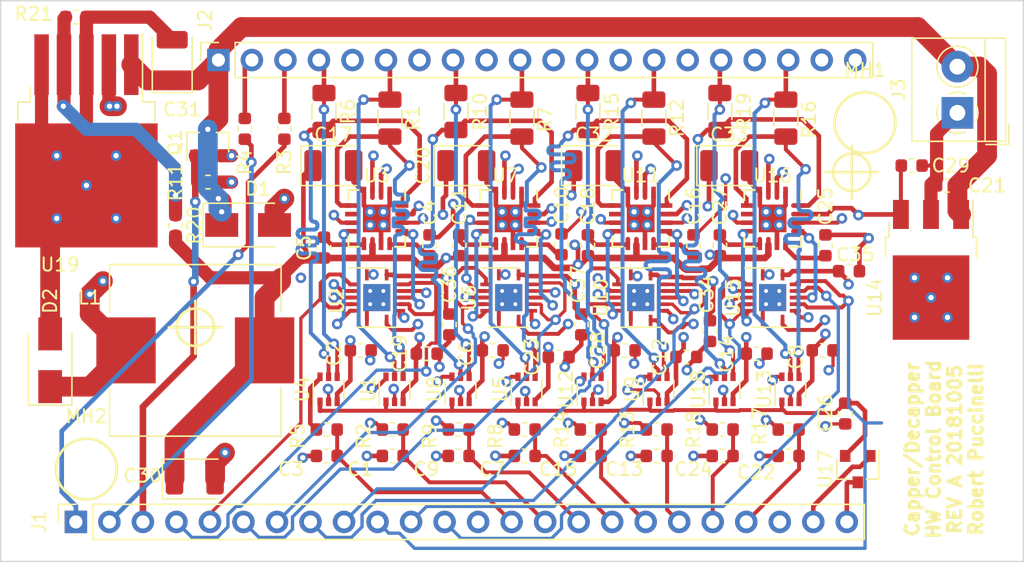
<source format=kicad_pcb>
(kicad_pcb (version 20171130) (host pcbnew "(5.0.0-3-g5ebb6b6)")
  (layers (0 F.Cu signal) (1 In1.Cu signal) (2 In2.Cu power) (31 B.Cu signal) (35 F.Paste user) (37 F.SilkS user) (39 F.Mask user) (44 Edge.Cuts user))
  (net 0 "")
  (net 1 /ADC2)
  (net 2 GND)
  (net 3 /5V)
  (net 4 /ADC1)
  (net 5 "Net-(C4-Pad2)")
  (net 6 "Net-(C5-Pad1)")
  (net 7 /V_motor)
  (net 8 /ADC4)
  (net 9 /ADC3)
  (net 10 "Net-(C10-Pad2)")
  (net 11 "Net-(C11-Pad1)")
  (net 12 /ADC6)
  (net 13 /ADC5)
  (net 14 "Net-(C16-Pad2)")
  (net 15 "Net-(C18-Pad1)")
  (net 16 VBUS)
  (net 17 /ADC8)
  (net 18 /ADC7)
  (net 19 "Net-(C25-Pad2)")
  (net 20 /V_mon)
  (net 21 "Net-(C27-Pad1)")
  (net 22 "Net-(J1-Pad1)")
  (net 23 "Net-(J1-Pad2)")
  (net 24 /SOLSET)
  (net 25 /EN1)
  (net 26 /EN2)
  (net 27 /EN3)
  (net 28 /EN4)
  (net 29 /EN5)
  (net 30 /EN6)
  (net 31 /EN7)
  (net 32 /EN8)
  (net 33 /REV)
  (net 34 /FWD)
  (net 35 /3.3V)
  (net 36 /SW1)
  (net 37 /SW2)
  (net 38 /MOT1_1)
  (net 39 /MOT1_2)
  (net 40 /MOT2_1)
  (net 41 /MOT2_2)
  (net 42 /MOT3_1)
  (net 43 /MOT3_2)
  (net 44 /MOT4_1)
  (net 45 /MOT4_2)
  (net 46 /MOT5_1)
  (net 47 /MOT5_2)
  (net 48 /MOT6_1)
  (net 49 /MOT6_2)
  (net 50 /MOT7_1)
  (net 51 /MOT7_2)
  (net 52 /MOT8_1)
  (net 53 /MOT8_2)
  (net 54 "Net-(R1-Pad1)")
  (net 55 "Net-(R2-Pad1)")
  (net 56 "Net-(R5-Pad2)")
  (net 57 "Net-(R6-Pad2)")
  (net 58 "Net-(R7-Pad1)")
  (net 59 "Net-(R8-Pad1)")
  (net 60 "Net-(R9-Pad2)")
  (net 61 "Net-(R10-Pad2)")
  (net 62 "Net-(R12-Pad1)")
  (net 63 "Net-(R13-Pad1)")
  (net 64 "Net-(R14-Pad2)")
  (net 65 "Net-(R15-Pad2)")
  (net 66 "Net-(R16-Pad1)")
  (net 67 "Net-(R17-Pad1)")
  (net 68 "Net-(R18-Pad2)")
  (net 69 "Net-(R19-Pad2)")
  (net 70 "Net-(U2-Pad11)")
  (net 71 "Net-(U2-Pad8)")
  (net 72 "Net-(U2-Pad6)")
  (net 73 "Net-(U2-Pad3)")
  (net 74 "Net-(U6-Pad3)")
  (net 75 "Net-(U6-Pad6)")
  (net 76 "Net-(U6-Pad8)")
  (net 77 "Net-(U6-Pad11)")
  (net 78 "Net-(U10-Pad11)")
  (net 79 "Net-(U10-Pad8)")
  (net 80 "Net-(U10-Pad6)")
  (net 81 "Net-(U10-Pad3)")
  (net 82 "Net-(U15-Pad3)")
  (net 83 "Net-(U15-Pad6)")
  (net 84 "Net-(U15-Pad8)")
  (net 85 "Net-(U15-Pad11)")
  (net 86 "Net-(D2-Pad1)")
  (net 87 "Net-(R20-Pad1)")
  (net 88 "Net-(U3-Pad6)")
  (net 89 "Net-(U7-Pad6)")
  (net 90 "Net-(U11-Pad6)")
  (net 91 "Net-(U16-Pad6)")
  (module Inductor_SMD:L_Wuerth_HCI-1365 (layer F.Cu) (at 92.25 94)
    (fp_text reference L1 (at -8 -4) (layer F.SilkS))
    (fp_text value 22uH)
    (pad 1 smd rect (at -5.25 0) (size 4.5 5) (layers F.Cu F.Paste F.Mask) (net 86 "Net-(D2-Pad1)"))
    (pad 2 smd rect (at 5.25 0) (size 4.5 5) (layers F.Cu F.Paste F.Mask) (net 7 /V_motor))
  )
  (module Capacitor_SMD:C_0603_1608Metric (layer F.Cu) (at 107.2125 102)
    (fp_text reference C1 (at -2.4625 1) (layer F.SilkS))
    (fp_text value 22nF)
    (pad 2 smd roundrect (at 0.7875 0) (size 0.875 0.95) (layers F.Cu F.Paste F.Mask) (net 1 /ADC2))
    (pad 1 smd roundrect (at -0.7875 0) (size 0.875 0.95) (layers F.Cu F.Paste F.Mask) (net 2 GND))
  )
  (module Capacitor_SMD:C_0603_1608Metric (layer F.Cu) (at 104.7875 94)
    (fp_text reference C2 (at -2.0375 0.25 90) (layer F.SilkS))
    (fp_text value 0.1uF)
    (pad 2 smd roundrect (at 0.7875 0) (size 0.875 0.95) (layers F.Cu F.Paste F.Mask) (net 2 GND))
    (pad 1 smd roundrect (at -0.7875 0) (size 0.875 0.95) (layers F.Cu F.Paste F.Mask) (net 3 /5V))
  )
  (module Capacitor_SMD:C_0603_1608Metric (layer F.Cu) (at 102.2125 102 180)
    (fp_text reference C3 (at 2.7125 -1 180) (layer F.SilkS))
    (fp_text value 22nF)
    (pad 2 smd roundrect (at 0.7875 0 180) (size 0.875 0.95) (layers F.Cu F.Paste F.Mask) (net 2 GND))
    (pad 1 smd roundrect (at -0.7875 0 180) (size 0.875 0.95) (layers F.Cu F.Paste F.Mask) (net 4 /ADC1))
  )
  (module Capacitor_SMD:C_0603_1608Metric (layer F.Cu) (at 110 86.0375 270)
    (fp_text reference C4 (at -2.4625 0 270) (layer F.SilkS))
    (fp_text value 2.2uF)
    (pad 1 smd roundrect (at -0.7875 0 270) (size 0.875 0.95) (layers F.Cu F.Paste F.Mask) (net 2 GND))
    (pad 2 smd roundrect (at 0.7875 0 270) (size 0.875 0.95) (layers F.Cu F.Paste F.Mask) (net 5 "Net-(C4-Pad2)"))
  )
  (module Capacitor_SMD:C_0603_1608Metric (layer F.Cu) (at 102 86.2125 270)
    (fp_text reference C5 (at 0.0375 1.5 270) (layer F.SilkS))
    (fp_text value 10nF)
    (pad 1 smd roundrect (at -0.7875 0 270) (size 0.875 0.95) (layers F.Cu F.Paste F.Mask) (net 6 "Net-(C5-Pad1)"))
    (pad 2 smd roundrect (at 0.7875 0 270) (size 0.875 0.95) (layers F.Cu F.Paste F.Mask) (net 7 /V_motor))
  )
  (module Capacitor_SMD:C_0603_1608Metric (layer F.Cu) (at 114.7875 94)
    (fp_text reference C6 (at -2.0375 0.25 90) (layer F.SilkS))
    (fp_text value 0.1uF)
    (pad 1 smd roundrect (at -0.7875 0) (size 0.875 0.95) (layers F.Cu F.Paste F.Mask) (net 3 /5V))
    (pad 2 smd roundrect (at 0.7875 0) (size 0.875 0.95) (layers F.Cu F.Paste F.Mask) (net 2 GND))
  )
  (module Capacitor_SMD:C_0603_1608Metric (layer F.Cu) (at 117.2125 102)
    (fp_text reference C7 (at -2.4625 1) (layer F.SilkS))
    (fp_text value 22nF)
    (pad 1 smd roundrect (at -0.7875 0) (size 0.875 0.95) (layers F.Cu F.Paste F.Mask) (net 2 GND))
    (pad 2 smd roundrect (at 0.7875 0) (size 0.875 0.95) (layers F.Cu F.Paste F.Mask) (net 8 /ADC4))
  )
  (module Capacitor_SMD:C_0603_1608Metric (layer F.Cu) (at 139.7875 94)
    (fp_text reference C8 (at -2.0375 0.5 90) (layer F.SilkS))
    (fp_text value 0.1uF)
    (pad 1 smd roundrect (at -0.7875 0) (size 0.875 0.95) (layers F.Cu F.Paste F.Mask) (net 3 /5V))
    (pad 2 smd roundrect (at 0.7875 0) (size 0.875 0.95) (layers F.Cu F.Paste F.Mask) (net 2 GND))
  )
  (module Capacitor_SMD:C_0603_1608Metric (layer F.Cu) (at 112.2125 102 180)
    (fp_text reference C9 (at 2.4625 -1 180) (layer F.SilkS))
    (fp_text value 22nF)
    (pad 2 smd roundrect (at 0.7875 0 180) (size 0.875 0.95) (layers F.Cu F.Paste F.Mask) (net 2 GND))
    (pad 1 smd roundrect (at -0.7875 0 180) (size 0.875 0.95) (layers F.Cu F.Paste F.Mask) (net 9 /ADC3))
  )
  (module Capacitor_SMD:C_0603_1608Metric (layer F.Cu) (at 120 85.9625 270)
    (fp_text reference C10 (at -2.9625 0 270) (layer F.SilkS))
    (fp_text value 2.2uF)
    (pad 2 smd roundrect (at 0.7875 0 270) (size 0.875 0.95) (layers F.Cu F.Paste F.Mask) (net 10 "Net-(C10-Pad2)"))
    (pad 1 smd roundrect (at -0.7875 0 270) (size 0.875 0.95) (layers F.Cu F.Paste F.Mask) (net 2 GND))
  )
  (module Capacitor_SMD:C_0603_1608Metric (layer F.Cu) (at 112.25 86.0375 270)
    (fp_text reference C11 (at -2.9625 0 270) (layer F.SilkS))
    (fp_text value 10nF)
    (pad 2 smd roundrect (at 0.7875 0 270) (size 0.875 0.95) (layers F.Cu F.Paste F.Mask) (net 7 /V_motor))
    (pad 1 smd roundrect (at -0.7875 0 270) (size 0.875 0.95) (layers F.Cu F.Paste F.Mask) (net 11 "Net-(C11-Pad1)"))
  )
  (module Capacitor_SMD:C_0603_1608Metric (layer F.Cu) (at 129.4625 94.5)
    (fp_text reference C12 (at -2.0375 0 90) (layer F.SilkS))
    (fp_text value 0.1uF)
    (pad 2 smd roundrect (at 0.7875 0) (size 0.875 0.95) (layers F.Cu F.Paste F.Mask) (net 2 GND))
    (pad 1 smd roundrect (at -0.7875 0) (size 0.875 0.95) (layers F.Cu F.Paste F.Mask) (net 3 /5V))
  )
  (module Capacitor_SMD:C_0603_1608Metric (layer F.Cu) (at 127.2125 102)
    (fp_text reference C13 (at -2.4625 1) (layer F.SilkS))
    (fp_text value 22nF)
    (pad 1 smd roundrect (at -0.7875 0) (size 0.875 0.95) (layers F.Cu F.Paste F.Mask) (net 2 GND))
    (pad 2 smd roundrect (at 0.7875 0) (size 0.875 0.95) (layers F.Cu F.Paste F.Mask) (net 12 /ADC6))
  )
  (module Capacitor_SMD:C_0603_1608Metric (layer F.Cu) (at 134.7875 94.25)
    (fp_text reference C14 (at -2.2875 0 90) (layer F.SilkS))
    (fp_text value 0.1uF)
    (pad 1 smd roundrect (at -0.7875 0) (size 0.875 0.95) (layers F.Cu F.Paste F.Mask) (net 3 /5V))
    (pad 2 smd roundrect (at 0.7875 0) (size 0.875 0.95) (layers F.Cu F.Paste F.Mask) (net 2 GND))
  )
  (module Capacitor_SMD:C_0603_1608Metric (layer F.Cu) (at 122.2125 102 180)
    (fp_text reference C15 (at 2.4625 -1 180) (layer F.SilkS))
    (fp_text value 22nF)
    (pad 1 smd roundrect (at -0.7875 0 180) (size 0.875 0.95) (layers F.Cu F.Paste F.Mask) (net 13 /ADC5))
    (pad 2 smd roundrect (at 0.7875 0 180) (size 0.875 0.95) (layers F.Cu F.Paste F.Mask) (net 2 GND))
  )
  (module Capacitor_SMD:C_0603_1608Metric (layer F.Cu) (at 130 86.0375 270)
    (fp_text reference C16 (at -2.9625 0 270) (layer F.SilkS))
    (fp_text value 2.2uF)
    (pad 1 smd roundrect (at -0.7875 0 270) (size 0.875 0.95) (layers F.Cu F.Paste F.Mask) (net 2 GND))
    (pad 2 smd roundrect (at 0.7875 0 270) (size 0.875 0.95) (layers F.Cu F.Paste F.Mask) (net 14 "Net-(C16-Pad2)"))
  )
  (module Capacitor_SMD:C_0603_1608Metric (layer F.Cu) (at 122 86.0375 270)
    (fp_text reference C18 (at -2.9625 0 270) (layer F.SilkS))
    (fp_text value 10nF)
    (pad 2 smd roundrect (at 0.7875 0 270) (size 0.875 0.95) (layers F.Cu F.Paste F.Mask) (net 7 /V_motor))
    (pad 1 smd roundrect (at -0.7875 0 270) (size 0.875 0.95) (layers F.Cu F.Paste F.Mask) (net 15 "Net-(C18-Pad1)"))
  )
  (module Capacitor_SMD:C_0603_1608Metric (layer F.Cu) (at 109.7875 94.25)
    (fp_text reference C19 (at -2.0375 0 90) (layer F.SilkS))
    (fp_text value 0.1uF)
    (pad 1 smd roundrect (at -0.7875 0) (size 0.875 0.95) (layers F.Cu F.Paste F.Mask) (net 3 /5V))
    (pad 2 smd roundrect (at 0.7875 0) (size 0.875 0.95) (layers F.Cu F.Paste F.Mask) (net 2 GND))
  )
  (module Capacitor_SMD:C_0603_1608Metric (layer F.Cu) (at 149.2125 81.5)
    (fp_text reference C21 (at 3.0375 0) (layer F.SilkS))
    (fp_text value 0.33uF)
    (pad 1 smd roundrect (at -0.7875 0) (size 0.875 0.95) (layers F.Cu F.Paste F.Mask) (net 2 GND))
    (pad 2 smd roundrect (at 0.7875 0) (size 0.875 0.95) (layers F.Cu F.Paste F.Mask) (net 16 VBUS))
  )
  (module Capacitor_SMD:C_0603_1608Metric (layer F.Cu) (at 137.2125 102)
    (fp_text reference C22 (at -2.4625 1.25) (layer F.SilkS))
    (fp_text value 22nF)
    (pad 2 smd roundrect (at 0.7875 0) (size 0.875 0.95) (layers F.Cu F.Paste F.Mask) (net 17 /ADC8))
    (pad 1 smd roundrect (at -0.7875 0) (size 0.875 0.95) (layers F.Cu F.Paste F.Mask) (net 2 GND))
  )
  (module Capacitor_SMD:C_0603_1608Metric (layer F.Cu) (at 119.7875 94.5)
    (fp_text reference C23 (at -2.0375 0 90) (layer F.SilkS))
    (fp_text value 0.1uF)
    (pad 2 smd roundrect (at 0.7875 0) (size 0.875 0.95) (layers F.Cu F.Paste F.Mask) (net 2 GND))
    (pad 1 smd roundrect (at -0.7875 0) (size 0.875 0.95) (layers F.Cu F.Paste F.Mask) (net 3 /5V))
  )
  (module Capacitor_SMD:C_0603_1608Metric (layer F.Cu) (at 132.2125 102 180)
    (fp_text reference C24 (at 2.2125 -1 180) (layer F.SilkS))
    (fp_text value 22nF)
    (pad 2 smd roundrect (at 0.7875 0 180) (size 0.875 0.95) (layers F.Cu F.Paste F.Mask) (net 2 GND))
    (pad 1 smd roundrect (at -0.7875 0 180) (size 0.875 0.95) (layers F.Cu F.Paste F.Mask) (net 18 /ADC7))
  )
  (module Capacitor_SMD:C_0603_1608Metric (layer F.Cu) (at 140 86.0375 270)
    (fp_text reference C25 (at -2.9625 0 270) (layer F.SilkS))
    (fp_text value 2.2uF)
    (pad 2 smd roundrect (at 0.7875 0 270) (size 0.875 0.95) (layers F.Cu F.Paste F.Mask) (net 19 "Net-(C25-Pad2)"))
    (pad 1 smd roundrect (at -0.7875 0 270) (size 0.875 0.95) (layers F.Cu F.Paste F.Mask) (net 2 GND))
  )
  (module Capacitor_SMD:C_0603_1608Metric (layer F.Cu) (at 141.5 98.7875 270)
    (fp_text reference C26 (at -0.0375 1.5 270) (layer F.SilkS))
    (fp_text value 0.01uF)
    (pad 2 smd roundrect (at 0.7875 0 270) (size 0.875 0.95) (layers F.Cu F.Paste F.Mask) (net 2 GND))
    (pad 1 smd roundrect (at -0.7875 0 270) (size 0.875 0.95) (layers F.Cu F.Paste F.Mask) (net 20 /V_mon))
  )
  (module Capacitor_SMD:C_0603_1608Metric (layer F.Cu) (at 132 86.0375 270)
    (fp_text reference C27 (at -2.9625 0 270) (layer F.SilkS))
    (fp_text value 10nF)
    (pad 1 smd roundrect (at -0.7875 0 270) (size 0.875 0.95) (layers F.Cu F.Paste F.Mask) (net 21 "Net-(C27-Pad1)"))
    (pad 2 smd roundrect (at 0.7875 0 270) (size 0.875 0.95) (layers F.Cu F.Paste F.Mask) (net 7 /V_motor))
  )
  (module Capacitor_SMD:C_0603_1608Metric (layer F.Cu) (at 124.7875 94)
    (fp_text reference C28 (at -2.0375 0 90) (layer F.SilkS))
    (fp_text value 0.1uF)
    (pad 2 smd roundrect (at 0.7875 0) (size 0.875 0.95) (layers F.Cu F.Paste F.Mask) (net 2 GND))
    (pad 1 smd roundrect (at -0.7875 0) (size 0.875 0.95) (layers F.Cu F.Paste F.Mask) (net 3 /5V))
  )
  (module Diode_SMD:D_SMA (layer F.Cu) (at 96.25 84.5)
    (fp_text reference D1 (at 0.75 -2.75 180) (layer F.SilkS))
    (fp_text value Schottky)
    (pad 1 smd rect (at -2 0) (size 2.5 1.8) (layers F.Cu F.Paste F.Mask) (net 16 VBUS))
    (pad 2 smd rect (at 2 0) (size 2.5 1.8) (layers F.Cu F.Paste F.Mask) (net 2 GND))
  )
  (module Connector_PinSocket_2.54mm:PinSocket_1x24_P2.54mm_Vertical (layer F.Cu) (at 83.2 107 90)
    (fp_text reference J1 (at 0 -2.77 90) (layer F.SilkS))
    (fp_text value "Pi Control Signals")
    (pad 1 thru_hole rect (at 0 0 90) (size 1.7 1.7) (drill 1) (layers *.Cu *.Mask) (net 22 "Net-(J1-Pad1)"))
    (pad 2 thru_hole oval (at 0 2.54 90) (size 1.7 1.7) (drill 1) (layers *.Cu *.Mask) (net 23 "Net-(J1-Pad2)"))
    (pad 3 thru_hole oval (at 0 5.08 90) (size 1.7 1.7) (drill 1) (layers *.Cu *.Mask) (net 24 /SOLSET))
    (pad 4 thru_hole oval (at 0 7.62 90) (size 1.7 1.7) (drill 1) (layers *.Cu *.Mask) (net 25 /EN1))
    (pad 5 thru_hole oval (at 0 10.16 90) (size 1.7 1.7) (drill 1) (layers *.Cu *.Mask) (net 26 /EN2))
    (pad 6 thru_hole oval (at 0 12.7 90) (size 1.7 1.7) (drill 1) (layers *.Cu *.Mask) (net 27 /EN3))
    (pad 7 thru_hole oval (at 0 15.24 90) (size 1.7 1.7) (drill 1) (layers *.Cu *.Mask) (net 28 /EN4))
    (pad 8 thru_hole oval (at 0 17.78 90) (size 1.7 1.7) (drill 1) (layers *.Cu *.Mask) (net 29 /EN5))
    (pad 9 thru_hole oval (at 0 20.32 90) (size 1.7 1.7) (drill 1) (layers *.Cu *.Mask) (net 30 /EN6))
    (pad 10 thru_hole oval (at 0 22.86 90) (size 1.7 1.7) (drill 1) (layers *.Cu *.Mask) (net 31 /EN7))
    (pad 11 thru_hole oval (at 0 25.4 90) (size 1.7 1.7) (drill 1) (layers *.Cu *.Mask) (net 32 /EN8))
    (pad 12 thru_hole oval (at 0 27.94 90) (size 1.7 1.7) (drill 1) (layers *.Cu *.Mask) (net 33 /REV))
    (pad 13 thru_hole oval (at 0 30.48 90) (size 1.7 1.7) (drill 1) (layers *.Cu *.Mask) (net 34 /FWD))
    (pad 14 thru_hole oval (at 0 33.02 90) (size 1.7 1.7) (drill 1) (layers *.Cu *.Mask) (net 4 /ADC1))
    (pad 15 thru_hole oval (at 0 35.56 90) (size 1.7 1.7) (drill 1) (layers *.Cu *.Mask) (net 1 /ADC2))
    (pad 16 thru_hole oval (at 0 38.1 90) (size 1.7 1.7) (drill 1) (layers *.Cu *.Mask) (net 9 /ADC3))
    (pad 17 thru_hole oval (at 0 40.64 90) (size 1.7 1.7) (drill 1) (layers *.Cu *.Mask) (net 8 /ADC4))
    (pad 18 thru_hole oval (at 0 43.18 90) (size 1.7 1.7) (drill 1) (layers *.Cu *.Mask) (net 13 /ADC5))
    (pad 19 thru_hole oval (at 0 45.72 90) (size 1.7 1.7) (drill 1) (layers *.Cu *.Mask) (net 12 /ADC6))
    (pad 20 thru_hole oval (at 0 48.26 90) (size 1.7 1.7) (drill 1) (layers *.Cu *.Mask) (net 18 /ADC7))
    (pad 21 thru_hole oval (at 0 50.8 90) (size 1.7 1.7) (drill 1) (layers *.Cu *.Mask) (net 17 /ADC8))
    (pad 22 thru_hole oval (at 0 53.34 90) (size 1.7 1.7) (drill 1) (layers *.Cu *.Mask) (net 3 /5V))
    (pad 23 thru_hole oval (at 0 55.88 90) (size 1.7 1.7) (drill 1) (layers *.Cu *.Mask) (net 35 /3.3V))
    (pad 24 thru_hole oval (at 0 58.42 90) (size 1.7 1.7) (drill 1) (layers *.Cu *.Mask) (net 2 GND))
  )
  (module Connector_PinSocket_2.54mm:PinSocket_1x20_P2.54mm_Vertical (layer F.Cu) (at 94 72 90)
    (fp_text reference J2 (at 3 -1 90) (layer F.SilkS))
    (fp_text value Motor_Power)
    (pad 1 thru_hole rect (at 0 0 90) (size 1.7 1.7) (drill 1) (layers *.Cu *.Mask) (net 16 VBUS))
    (pad 2 thru_hole oval (at 0 2.54 90) (size 1.7 1.7) (drill 1) (layers *.Cu *.Mask) (net 36 /SW1))
    (pad 3 thru_hole oval (at 0 5.08 90) (size 1.7 1.7) (drill 1) (layers *.Cu *.Mask) (net 37 /SW2))
    (pad 4 thru_hole oval (at 0 7.62 90) (size 1.7 1.7) (drill 1) (layers *.Cu *.Mask) (net 38 /MOT1_1))
    (pad 5 thru_hole oval (at 0 10.16 90) (size 1.7 1.7) (drill 1) (layers *.Cu *.Mask) (net 39 /MOT1_2))
    (pad 6 thru_hole oval (at 0 12.7 90) (size 1.7 1.7) (drill 1) (layers *.Cu *.Mask) (net 40 /MOT2_1))
    (pad 7 thru_hole oval (at 0 15.24 90) (size 1.7 1.7) (drill 1) (layers *.Cu *.Mask) (net 41 /MOT2_2))
    (pad 8 thru_hole oval (at 0 17.78 90) (size 1.7 1.7) (drill 1) (layers *.Cu *.Mask) (net 42 /MOT3_1))
    (pad 9 thru_hole oval (at 0 20.32 90) (size 1.7 1.7) (drill 1) (layers *.Cu *.Mask) (net 43 /MOT3_2))
    (pad 10 thru_hole oval (at 0 22.86 90) (size 1.7 1.7) (drill 1) (layers *.Cu *.Mask) (net 44 /MOT4_1))
    (pad 11 thru_hole oval (at 0 25.4 90) (size 1.7 1.7) (drill 1) (layers *.Cu *.Mask) (net 45 /MOT4_2))
    (pad 12 thru_hole oval (at 0 27.94 90) (size 1.7 1.7) (drill 1) (layers *.Cu *.Mask) (net 46 /MOT5_1))
    (pad 13 thru_hole oval (at 0 30.48 90) (size 1.7 1.7) (drill 1) (layers *.Cu *.Mask) (net 47 /MOT5_2))
    (pad 14 thru_hole oval (at 0 33.02 90) (size 1.7 1.7) (drill 1) (layers *.Cu *.Mask) (net 48 /MOT6_1))
    (pad 15 thru_hole oval (at 0 35.56 90) (size 1.7 1.7) (drill 1) (layers *.Cu *.Mask) (net 49 /MOT6_2))
    (pad 16 thru_hole oval (at 0 38.1 90) (size 1.7 1.7) (drill 1) (layers *.Cu *.Mask) (net 50 /MOT7_1))
    (pad 17 thru_hole oval (at 0 40.64 90) (size 1.7 1.7) (drill 1) (layers *.Cu *.Mask) (net 51 /MOT7_2))
    (pad 18 thru_hole oval (at 0 43.18 90) (size 1.7 1.7) (drill 1) (layers *.Cu *.Mask) (net 52 /MOT8_1))
    (pad 19 thru_hole oval (at 0 45.72 90) (size 1.7 1.7) (drill 1) (layers *.Cu *.Mask) (net 53 /MOT8_2))
    (pad 20 thru_hole oval (at 0 48.26 90) (size 1.7 1.7) (drill 1) (layers *.Cu *.Mask) (net 2 GND))
  )
  (module TerminalBlock_4Ucon:TerminalBlock_4Ucon_1x02_P3.50mm_Horizontal (layer F.Cu) (at 150 76 90)
    (fp_text reference J3 (at 1.75 -4.46 90) (layer F.SilkS))
    (fp_text value Screw_Term)
    (pad 1 thru_hole rect (at 0 0 90) (size 2.4 2.4) (drill 1.2) (layers *.Cu *.Mask) (net 2 GND))
    (pad 2 thru_hole circle (at 3.5 0 90) (size 2.4 2.4) (drill 1.2) (layers *.Cu *.Mask) (net 16 VBUS))
  )
  (module Package_TO_SOT_SMD:SOT-23 (layer F.Cu) (at 93.2 78.25 90)
    (fp_text reference Q1 (at 0 -2.5 90) (layer F.SilkS))
    (fp_text value Q_NMOS_GSD)
    (pad 3 smd rect (at 1 0 90) (size 0.9 0.8) (layers F.Cu F.Paste F.Mask) (net 16 VBUS))
    (pad 2 smd rect (at -1 0.95 90) (size 0.9 0.8) (layers F.Cu F.Paste F.Mask) (net 2 GND))
    (pad 1 smd rect (at -1 -0.95 90) (size 0.9 0.8) (layers F.Cu F.Paste F.Mask) (net 24 /SOLSET))
  )
  (module Resistor_SMD:R_1206_3216Metric (layer F.Cu) (at 107 76.4 90)
    (fp_text reference R1 (at 0 1.75 90) (layer F.SilkS))
    (fp_text value 0.05R)
    (pad 1 smd roundrect (at -1.4 0 90) (size 1.25 1.75) (layers F.Cu F.Paste F.Mask) (roundrect_rratio 0.2) (net 54 "Net-(R1-Pad1)"))
    (pad 2 smd roundrect (at 1.4 0 90) (size 1.25 1.75) (layers F.Cu F.Paste F.Mask) (roundrect_rratio 0.2) (net 40 /MOT2_1))
  )
  (module Resistor_SMD:R_0603_1608Metric (layer F.Cu) (at 107.2125 100)
    (fp_text reference R2 (at -2.2125 0.5 90) (layer F.SilkS))
    (fp_text value 20k)
    (pad 1 smd roundrect (at -0.7875 0) (size 0.875 0.95) (layers F.Cu F.Paste F.Mask) (net 55 "Net-(R2-Pad1)"))
    (pad 2 smd roundrect (at 0.7875 0) (size 0.875 0.95) (layers F.Cu F.Paste F.Mask) (net 1 /ADC2))
  )
  (module Resistor_SMD:R_0603_1608Metric (layer F.Cu) (at 99 77.2125 90)
    (fp_text reference R3 (at -2.5375 0 90) (layer F.SilkS))
    (fp_text value 330R)
    (pad 1 smd roundrect (at -0.7875 0 90) (size 0.875 0.95) (layers F.Cu F.Paste F.Mask) (net 22 "Net-(J1-Pad1)"))
    (pad 2 smd roundrect (at 0.7875 0 90) (size 0.875 0.95) (layers F.Cu F.Paste F.Mask) (net 37 /SW2))
  )
  (module Resistor_SMD:R_0603_1608Metric (layer F.Cu) (at 96 77.2125 270)
    (fp_text reference R4 (at 2.5375 0 270) (layer F.SilkS))
    (fp_text value 330R)
    (pad 2 smd roundrect (at 0.7875 0 270) (size 0.875 0.95) (layers F.Cu F.Paste F.Mask) (net 23 "Net-(J1-Pad2)"))
    (pad 1 smd roundrect (at -0.7875 0 270) (size 0.875 0.95) (layers F.Cu F.Paste F.Mask) (net 36 /SW1))
  )
  (module Resistor_SMD:R_0603_1608Metric (layer F.Cu) (at 102.2125 100 180)
    (fp_text reference R5 (at 2.2125 -0.5 270) (layer F.SilkS))
    (fp_text value 20k)
    (pad 2 smd roundrect (at 0.7875 0 180) (size 0.875 0.95) (layers F.Cu F.Paste F.Mask) (net 56 "Net-(R5-Pad2)"))
    (pad 1 smd roundrect (at -0.7875 0 180) (size 0.875 0.95) (layers F.Cu F.Paste F.Mask) (net 4 /ADC1))
  )
  (module Resistor_SMD:R_1206_3216Metric (layer F.Cu) (at 102 75.9 270)
    (fp_text reference R6 (at 0 -1.82 270) (layer F.SilkS))
    (fp_text value 0.05R)
    (pad 2 smd roundrect (at 1.4 0 270) (size 1.25 1.75) (layers F.Cu F.Paste F.Mask) (roundrect_rratio 0.2) (net 57 "Net-(R6-Pad2)"))
    (pad 1 smd roundrect (at -1.4 0 270) (size 1.25 1.75) (layers F.Cu F.Paste F.Mask) (roundrect_rratio 0.2) (net 38 /MOT1_1))
  )
  (module Resistor_SMD:R_1206_3216Metric (layer F.Cu) (at 117 76.4 90)
    (fp_text reference R7 (at -0.1 1.75 90) (layer F.SilkS))
    (fp_text value 0.05R)
    (pad 1 smd roundrect (at -1.4 0 90) (size 1.25 1.75) (layers F.Cu F.Paste F.Mask) (roundrect_rratio 0.2) (net 58 "Net-(R7-Pad1)"))
    (pad 2 smd roundrect (at 1.4 0 90) (size 1.25 1.75) (layers F.Cu F.Paste F.Mask) (roundrect_rratio 0.2) (net 44 /MOT4_1))
  )
  (module Resistor_SMD:R_0603_1608Metric (layer F.Cu) (at 117.2125 100)
    (fp_text reference R8 (at -2.2125 0.5 90) (layer F.SilkS))
    (fp_text value 20k)
    (pad 2 smd roundrect (at 0.7875 0) (size 0.875 0.95) (layers F.Cu F.Paste F.Mask) (net 8 /ADC4))
    (pad 1 smd roundrect (at -0.7875 0) (size 0.875 0.95) (layers F.Cu F.Paste F.Mask) (net 59 "Net-(R8-Pad1)"))
  )
  (module Resistor_SMD:R_0603_1608Metric (layer F.Cu) (at 112.2125 100 180)
    (fp_text reference R9 (at 2.2125 -0.5 270) (layer F.SilkS))
    (fp_text value 20k)
    (pad 1 smd roundrect (at -0.7875 0 180) (size 0.875 0.95) (layers F.Cu F.Paste F.Mask) (net 9 /ADC3))
    (pad 2 smd roundrect (at 0.7875 0 180) (size 0.875 0.95) (layers F.Cu F.Paste F.Mask) (net 60 "Net-(R9-Pad2)"))
  )
  (module Resistor_SMD:R_1206_3216Metric (layer F.Cu) (at 112 75.9 270)
    (fp_text reference R10 (at 0 -1.82 270) (layer F.SilkS))
    (fp_text value 0.05R)
    (pad 2 smd roundrect (at 1.4 0 270) (size 1.25 1.75) (layers F.Cu F.Paste F.Mask) (roundrect_rratio 0.2) (net 61 "Net-(R10-Pad2)"))
    (pad 1 smd roundrect (at -1.4 0 270) (size 1.25 1.75) (layers F.Cu F.Paste F.Mask) (roundrect_rratio 0.2) (net 42 /MOT3_1))
  )
  (module Resistor_SMD:R_0603_1608Metric (layer F.Cu) (at 93.2125 81.25 180)
    (fp_text reference R11 (at 2.4625 0 270) (layer F.SilkS))
    (fp_text value 5k)
    (pad 1 smd roundrect (at -0.7875 0 180) (size 0.875 0.95) (layers F.Cu F.Paste F.Mask) (net 2 GND))
    (pad 2 smd roundrect (at 0.7875 0 180) (size 0.875 0.95) (layers F.Cu F.Paste F.Mask) (net 24 /SOLSET))
  )
  (module Resistor_SMD:R_1206_3216Metric (layer F.Cu) (at 127 76.4 90)
    (fp_text reference R12 (at 0 1.75 90) (layer F.SilkS))
    (fp_text value 0.05R)
    (pad 1 smd roundrect (at -1.4 0 90) (size 1.25 1.75) (layers F.Cu F.Paste F.Mask) (roundrect_rratio 0.2) (net 62 "Net-(R12-Pad1)"))
    (pad 2 smd roundrect (at 1.4 0 90) (size 1.25 1.75) (layers F.Cu F.Paste F.Mask) (roundrect_rratio 0.2) (net 48 /MOT6_1))
  )
  (module Resistor_SMD:R_0603_1608Metric (layer F.Cu) (at 127.2125 100)
    (fp_text reference R13 (at -2.2125 0 90) (layer F.SilkS))
    (fp_text value 20k)
    (pad 2 smd roundrect (at 0.7875 0) (size 0.875 0.95) (layers F.Cu F.Paste F.Mask) (net 12 /ADC6))
    (pad 1 smd roundrect (at -0.7875 0) (size 0.875 0.95) (layers F.Cu F.Paste F.Mask) (net 63 "Net-(R13-Pad1)"))
  )
  (module Resistor_SMD:R_0603_1608Metric (layer F.Cu) (at 122.2125 100 180)
    (fp_text reference R14 (at 2.2125 0 270) (layer F.SilkS))
    (fp_text value 20k)
    (pad 2 smd roundrect (at 0.7875 0 180) (size 0.875 0.95) (layers F.Cu F.Paste F.Mask) (net 64 "Net-(R14-Pad2)"))
    (pad 1 smd roundrect (at -0.7875 0 180) (size 0.875 0.95) (layers F.Cu F.Paste F.Mask) (net 13 /ADC5))
  )
  (module Resistor_SMD:R_1206_3216Metric (layer F.Cu) (at 122 75.9 270)
    (fp_text reference R15 (at 0 -1.82 270) (layer F.SilkS))
    (fp_text value 0.05R)
    (pad 2 smd roundrect (at 1.4 0 270) (size 1.25 1.75) (layers F.Cu F.Paste F.Mask) (roundrect_rratio 0.2) (net 65 "Net-(R15-Pad2)"))
    (pad 1 smd roundrect (at -1.4 0 270) (size 1.25 1.75) (layers F.Cu F.Paste F.Mask) (roundrect_rratio 0.2) (net 46 /MOT5_1))
  )
  (module Resistor_SMD:R_1206_3216Metric (layer F.Cu) (at 137 76.4 90)
    (fp_text reference R16 (at -0.1 1.75 90) (layer F.SilkS))
    (fp_text value 0.05R)
    (pad 1 smd roundrect (at -1.4 0 90) (size 1.25 1.75) (layers F.Cu F.Paste F.Mask) (roundrect_rratio 0.2) (net 66 "Net-(R16-Pad1)"))
    (pad 2 smd roundrect (at 1.4 0 90) (size 1.25 1.75) (layers F.Cu F.Paste F.Mask) (roundrect_rratio 0.2) (net 52 /MOT8_1))
  )
  (module Resistor_SMD:R_0603_1608Metric (layer F.Cu) (at 137.2125 100)
    (fp_text reference R17 (at -2.2125 -0.25 90) (layer F.SilkS))
    (fp_text value 20k)
    (pad 1 smd roundrect (at -0.7875 0) (size 0.875 0.95) (layers F.Cu F.Paste F.Mask) (net 67 "Net-(R17-Pad1)"))
    (pad 2 smd roundrect (at 0.7875 0) (size 0.875 0.95) (layers F.Cu F.Paste F.Mask) (net 17 /ADC8))
  )
  (module Resistor_SMD:R_0603_1608Metric (layer F.Cu) (at 132.2125 100 180)
    (fp_text reference R18 (at 2.2125 0 270) (layer F.SilkS))
    (fp_text value 20k)
    (pad 1 smd roundrect (at -0.7875 0 180) (size 0.875 0.95) (layers F.Cu F.Paste F.Mask) (net 18 /ADC7))
    (pad 2 smd roundrect (at 0.7875 0 180) (size 0.875 0.95) (layers F.Cu F.Paste F.Mask) (net 68 "Net-(R18-Pad2)"))
  )
  (module Resistor_SMD:R_1206_3216Metric (layer F.Cu) (at 132 75.9 270)
    (fp_text reference R19 (at 0 -1.82 270) (layer F.SilkS))
    (fp_text value 0.05R)
    (pad 2 smd roundrect (at 1.4 0 270) (size 1.25 1.75) (layers F.Cu F.Paste F.Mask) (roundrect_rratio 0.2) (net 69 "Net-(R19-Pad2)"))
    (pad 1 smd roundrect (at -1.4 0 270) (size 1.25 1.75) (layers F.Cu F.Paste F.Mask) (roundrect_rratio 0.2) (net 50 /MOT7_1))
  )
  (module Package_TO_SOT_SMD:SOT-363_SC-70-6 (layer F.Cu) (at 107.35 96.95 90)
    (fp_text reference U1 (at 0 -2 90) (layer F.SilkS))
    (fp_text value INA214)
    (pad 6 smd rect (at 0.95 -0.65 90) (size 0.65 0.4) (layers F.Cu F.Paste F.Mask) (net 55 "Net-(R2-Pad1)"))
    (pad 4 smd rect (at 0.95 0.65 90) (size 0.65 0.4) (layers F.Cu F.Paste F.Mask) (net 54 "Net-(R1-Pad1)"))
    (pad 2 smd rect (at -0.95 0 90) (size 0.65 0.4) (layers F.Cu F.Paste F.Mask) (net 2 GND))
    (pad 5 smd rect (at 0.95 0 90) (size 0.65 0.4) (layers F.Cu F.Paste F.Mask) (net 40 /MOT2_1))
    (pad 3 smd rect (at -0.95 0.65 90) (size 0.65 0.4) (layers F.Cu F.Paste F.Mask) (net 3 /5V))
    (pad 1 smd rect (at -0.95 -0.65 90) (size 0.65 0.4) (layers F.Cu F.Paste F.Mask) (net 20 /V_mon))
  )
  (module Package_DFN_QFN:Texas_S-PVQFN-N14_ThermalVias (layer F.Cu) (at 106 90)
    (fp_text reference U2 (at -3 0.25 90) (layer F.SilkS))
    (fp_text value 74AHC08)
    (pad 15 smd rect (at 0 0 270) (size 2.05 2.05) (layers B.Cu) (net 2 GND))
    (pad 15 thru_hole circle (at -0.5 -0.5 270) (size 0.6 0.6) (drill 0.3) (layers *.Cu) (net 2 GND))
    (pad 15 thru_hole circle (at -0.5 0.5 270) (size 0.6 0.6) (drill 0.3) (layers *.Cu) (net 2 GND))
    (pad 15 thru_hole circle (at 0.5 0.5 270) (size 0.6 0.6) (drill 0.3) (layers *.Cu) (net 2 GND))
    (pad 15 thru_hole circle (at 0.5 -0.5 270) (size 0.6 0.6) (drill 0.3) (layers *.Cu) (net 2 GND))
    (pad 15 smd rect (at 0 0 270) (size 2.05 2.05) (layers F.Cu F.Mask) (net 2 GND))
    (pad 14 smd rect (at 0.75 -1.725 270) (size 0.85 0.28) (layers F.Cu F.Paste F.Mask) (net 3 /5V))
    (pad 13 smd rect (at 1.725 -1 270) (size 0.28 0.85) (layers F.Cu F.Paste F.Mask) (net 25 /EN1))
    (pad 12 smd rect (at 1.725 -0.5 270) (size 0.28 0.85) (layers F.Cu F.Paste F.Mask) (net 33 /REV))
    (pad 11 smd rect (at 1.725 0 270) (size 0.28 0.85) (layers F.Cu F.Paste F.Mask) (net 70 "Net-(U2-Pad11)"))
    (pad 10 smd rect (at 1.725 0.5 270) (size 0.28 0.85) (layers F.Cu F.Paste F.Mask) (net 25 /EN1))
    (pad 9 smd rect (at 1.725 1 270) (size 0.28 0.85) (layers F.Cu F.Paste F.Mask) (net 34 /FWD))
    (pad 8 smd rect (at 0.75 1.725 270) (size 0.85 0.28) (layers F.Cu F.Paste F.Mask) (net 71 "Net-(U2-Pad8)"))
    (pad 7 smd rect (at -0.75 1.725 270) (size 0.85 0.28) (layers F.Cu F.Paste F.Mask) (net 2 GND))
    (pad 6 smd rect (at -1.725 1 270) (size 0.28 0.85) (layers F.Cu F.Paste F.Mask) (net 72 "Net-(U2-Pad6)"))
    (pad 5 smd rect (at -1.725 0.5 270) (size 0.28 0.85) (layers F.Cu F.Paste F.Mask) (net 26 /EN2))
    (pad 4 smd rect (at -1.725 0 270) (size 0.28 0.85) (layers F.Cu F.Paste F.Mask) (net 33 /REV))
    (pad 3 smd rect (at -1.725 -0.5 270) (size 0.28 0.85) (layers F.Cu F.Paste F.Mask) (net 73 "Net-(U2-Pad3)"))
    (pad 2 smd rect (at -1.725 -1 270) (size 0.28 0.85) (layers F.Cu F.Paste F.Mask) (net 26 /EN2))
    (pad 1 smd rect (at -0.75 -1.725 270) (size 0.85 0.28) (layers F.Cu F.Paste F.Mask) (net 34 /FWD))
  )
  (module Package_DFN_QFN:WQFN-16-1EP_4x4mm_P0.65mm_EP2.1x2.1mm (layer F.Cu) (at 106 84 270)
    (fp_text reference U3 (at -3.25 0) (layer F.SilkS))
    (fp_text value DRV8833RTY)
    (pad 1 smd rect (at -1.9875 -0.975 270) (size 0.825 0.35) (layers F.Cu F.Paste F.Mask) (net 2 GND))
    (pad 1 smd circle (at -1.575 -0.975 270) (size 0.35 0.35) (layers F.Cu F.Paste F.Mask) (net 2 GND))
    (pad 2 smd rect (at -1.9875 -0.325 270) (size 0.825 0.35) (layers F.Cu F.Paste F.Mask) (net 39 /MOT1_2))
    (pad 2 smd circle (at -1.575 -0.325 270) (size 0.35 0.35) (layers F.Cu F.Paste F.Mask) (net 39 /MOT1_2))
    (pad 3 smd rect (at -1.9875 0.325 270) (size 0.825 0.35) (layers F.Cu F.Paste F.Mask) (net 41 /MOT2_2))
    (pad 3 smd circle (at -1.575 0.325 270) (size 0.35 0.35) (layers F.Cu F.Paste F.Mask) (net 41 /MOT2_2))
    (pad 4 smd rect (at -1.9875 0.975 270) (size 0.825 0.35) (layers F.Cu F.Paste F.Mask) (net 2 GND))
    (pad 4 smd circle (at -1.575 0.975 270) (size 0.35 0.35) (layers F.Cu F.Paste F.Mask) (net 2 GND))
    (pad 5 smd rect (at -0.975 1.9875) (size 0.825 0.35) (layers F.Cu F.Paste F.Mask) (net 54 "Net-(R1-Pad1)"))
    (pad 5 smd circle (at -0.975 1.575) (size 0.35 0.35) (layers F.Cu F.Paste F.Mask) (net 54 "Net-(R1-Pad1)"))
    (pad 6 smd rect (at -0.325 1.9875) (size 0.825 0.35) (layers F.Cu F.Paste F.Mask) (net 88 "Net-(U3-Pad6)"))
    (pad 6 smd circle (at -0.325 1.575) (size 0.35 0.35) (layers F.Cu F.Paste F.Mask) (net 88 "Net-(U3-Pad6)"))
    (pad 7 smd rect (at 0.325 1.9875) (size 0.825 0.35) (layers F.Cu F.Paste F.Mask) (net 73 "Net-(U2-Pad3)"))
    (pad 7 smd circle (at 0.325 1.575) (size 0.35 0.35) (layers F.Cu F.Paste F.Mask) (net 73 "Net-(U2-Pad3)"))
    (pad 8 smd rect (at 0.975 1.9875) (size 0.825 0.35) (layers F.Cu F.Paste F.Mask) (net 72 "Net-(U2-Pad6)"))
    (pad 8 smd circle (at 0.975 1.575) (size 0.35 0.35) (layers F.Cu F.Paste F.Mask) (net 72 "Net-(U2-Pad6)"))
    (pad 9 smd rect (at 1.9875 0.975 270) (size 0.825 0.35) (layers F.Cu F.Paste F.Mask) (net 6 "Net-(C5-Pad1)"))
    (pad 9 smd circle (at 1.575 0.975 270) (size 0.35 0.35) (layers F.Cu F.Paste F.Mask) (net 6 "Net-(C5-Pad1)"))
    (pad 10 smd rect (at 1.9875 0.325 270) (size 0.825 0.35) (layers F.Cu F.Paste F.Mask) (net 7 /V_motor))
    (pad 10 smd circle (at 1.575 0.325 270) (size 0.35 0.35) (layers F.Cu F.Paste F.Mask) (net 7 /V_motor))
    (pad 11 smd rect (at 1.9875 -0.325 270) (size 0.825 0.35) (layers F.Cu F.Paste F.Mask) (net 2 GND))
    (pad 11 smd circle (at 1.575 -0.325 270) (size 0.35 0.35) (layers F.Cu F.Paste F.Mask) (net 2 GND))
    (pad 12 smd rect (at 1.9875 -0.975 270) (size 0.825 0.35) (layers F.Cu F.Paste F.Mask) (net 5 "Net-(C4-Pad2)"))
    (pad 12 smd circle (at 1.575 -0.975 270) (size 0.35 0.35) (layers F.Cu F.Paste F.Mask) (net 5 "Net-(C4-Pad2)"))
    (pad 13 smd rect (at 0.975 -1.9875) (size 0.825 0.35) (layers F.Cu F.Paste F.Mask) (net 70 "Net-(U2-Pad11)"))
    (pad 13 smd circle (at 0.975 -1.575) (size 0.35 0.35) (layers F.Cu F.Paste F.Mask) (net 70 "Net-(U2-Pad11)"))
    (pad 14 smd rect (at 0.325 -1.9875) (size 0.825 0.35) (layers F.Cu F.Paste F.Mask) (net 71 "Net-(U2-Pad8)"))
    (pad 14 smd circle (at 0.325 -1.575) (size 0.35 0.35) (layers F.Cu F.Paste F.Mask) (net 71 "Net-(U2-Pad8)"))
    (pad 15 smd rect (at -0.325 -1.9875) (size 0.825 0.35) (layers F.Cu F.Paste F.Mask) (net 3 /5V))
    (pad 15 smd circle (at -0.325 -1.575) (size 0.35 0.35) (layers F.Cu F.Paste F.Mask) (net 3 /5V))
    (pad 16 smd rect (at -0.975 -1.9875) (size 0.825 0.35) (layers F.Cu F.Paste F.Mask) (net 57 "Net-(R6-Pad2)"))
    (pad 16 smd circle (at -0.975 -1.575) (size 0.35 0.35) (layers F.Cu F.Paste F.Mask) (net 57 "Net-(R6-Pad2)"))
    (pad 17 smd rect (at 0 0 270) (size 2.1 2.1) (layers F.Cu F.Mask) (net 2 GND))
  )
  (module Package_TO_SOT_SMD:SOT-363_SC-70-6 (layer F.Cu) (at 102.35 96.95 90)
    (fp_text reference U4 (at 0 -2 90) (layer F.SilkS))
    (fp_text value INA214)
    (pad 1 smd rect (at -0.95 -0.65 90) (size 0.65 0.4) (layers F.Cu F.Paste F.Mask) (net 20 /V_mon))
    (pad 3 smd rect (at -0.95 0.65 90) (size 0.65 0.4) (layers F.Cu F.Paste F.Mask) (net 3 /5V))
    (pad 5 smd rect (at 0.95 0 90) (size 0.65 0.4) (layers F.Cu F.Paste F.Mask) (net 57 "Net-(R6-Pad2)"))
    (pad 2 smd rect (at -0.95 0 90) (size 0.65 0.4) (layers F.Cu F.Paste F.Mask) (net 2 GND))
    (pad 4 smd rect (at 0.95 0.65 90) (size 0.65 0.4) (layers F.Cu F.Paste F.Mask) (net 38 /MOT1_1))
    (pad 6 smd rect (at 0.95 -0.65 90) (size 0.65 0.4) (layers F.Cu F.Paste F.Mask) (net 56 "Net-(R5-Pad2)"))
  )
  (module Package_TO_SOT_SMD:SOT-363_SC-70-6 (layer F.Cu) (at 117.35 96.95 90)
    (fp_text reference U5 (at 0 -2 90) (layer F.SilkS))
    (fp_text value INA214)
    (pad 1 smd rect (at -0.95 -0.65 90) (size 0.65 0.4) (layers F.Cu F.Paste F.Mask) (net 20 /V_mon))
    (pad 3 smd rect (at -0.95 0.65 90) (size 0.65 0.4) (layers F.Cu F.Paste F.Mask) (net 3 /5V))
    (pad 5 smd rect (at 0.95 0 90) (size 0.65 0.4) (layers F.Cu F.Paste F.Mask) (net 44 /MOT4_1))
    (pad 2 smd rect (at -0.95 0 90) (size 0.65 0.4) (layers F.Cu F.Paste F.Mask) (net 2 GND))
    (pad 4 smd rect (at 0.95 0.65 90) (size 0.65 0.4) (layers F.Cu F.Paste F.Mask) (net 58 "Net-(R7-Pad1)"))
    (pad 6 smd rect (at 0.95 -0.65 90) (size 0.65 0.4) (layers F.Cu F.Paste F.Mask) (net 59 "Net-(R8-Pad1)"))
  )
  (module Package_DFN_QFN:Texas_S-PVQFN-N14_ThermalVias (layer F.Cu) (at 116 90)
    (fp_text reference U6 (at -3 0 90) (layer F.SilkS))
    (fp_text value 74AHC08)
    (pad 1 smd rect (at -0.75 -1.725 270) (size 0.85 0.28) (layers F.Cu F.Paste F.Mask) (net 34 /FWD))
    (pad 2 smd rect (at -1.725 -1 270) (size 0.28 0.85) (layers F.Cu F.Paste F.Mask) (net 28 /EN4))
    (pad 3 smd rect (at -1.725 -0.5 270) (size 0.28 0.85) (layers F.Cu F.Paste F.Mask) (net 74 "Net-(U6-Pad3)"))
    (pad 4 smd rect (at -1.725 0 270) (size 0.28 0.85) (layers F.Cu F.Paste F.Mask) (net 33 /REV))
    (pad 5 smd rect (at -1.725 0.5 270) (size 0.28 0.85) (layers F.Cu F.Paste F.Mask) (net 28 /EN4))
    (pad 6 smd rect (at -1.725 1 270) (size 0.28 0.85) (layers F.Cu F.Paste F.Mask) (net 75 "Net-(U6-Pad6)"))
    (pad 7 smd rect (at -0.75 1.725 270) (size 0.85 0.28) (layers F.Cu F.Paste F.Mask) (net 2 GND))
    (pad 8 smd rect (at 0.75 1.725 270) (size 0.85 0.28) (layers F.Cu F.Paste F.Mask) (net 76 "Net-(U6-Pad8)"))
    (pad 9 smd rect (at 1.725 1 270) (size 0.28 0.85) (layers F.Cu F.Paste F.Mask) (net 34 /FWD))
    (pad 10 smd rect (at 1.725 0.5 270) (size 0.28 0.85) (layers F.Cu F.Paste F.Mask) (net 27 /EN3))
    (pad 11 smd rect (at 1.725 0 270) (size 0.28 0.85) (layers F.Cu F.Paste F.Mask) (net 77 "Net-(U6-Pad11)"))
    (pad 12 smd rect (at 1.725 -0.5 270) (size 0.28 0.85) (layers F.Cu F.Paste F.Mask) (net 33 /REV))
    (pad 13 smd rect (at 1.725 -1 270) (size 0.28 0.85) (layers F.Cu F.Paste F.Mask) (net 27 /EN3))
    (pad 14 smd rect (at 0.75 -1.725 270) (size 0.85 0.28) (layers F.Cu F.Paste F.Mask) (net 3 /5V))
    (pad 15 smd rect (at 0 0 270) (size 2.05 2.05) (layers F.Cu F.Mask) (net 2 GND))
    (pad 15 thru_hole circle (at 0.5 -0.5 270) (size 0.6 0.6) (drill 0.3) (layers *.Cu) (net 2 GND))
    (pad 15 thru_hole circle (at 0.5 0.5 270) (size 0.6 0.6) (drill 0.3) (layers *.Cu) (net 2 GND))
    (pad 15 thru_hole circle (at -0.5 0.5 270) (size 0.6 0.6) (drill 0.3) (layers *.Cu) (net 2 GND))
    (pad 15 thru_hole circle (at -0.5 -0.5 270) (size 0.6 0.6) (drill 0.3) (layers *.Cu) (net 2 GND))
    (pad 15 smd rect (at 0 0 270) (size 2.05 2.05) (layers B.Cu) (net 2 GND))
  )
  (module Package_DFN_QFN:WQFN-16-1EP_4x4mm_P0.65mm_EP2.1x2.1mm (layer F.Cu) (at 116 84 270)
    (fp_text reference U7 (at -3.25 0.25) (layer F.SilkS))
    (fp_text value DRV8833RTY)
    (pad 1 smd rect (at -1.9875 -0.975 270) (size 0.825 0.35) (layers F.Cu F.Paste F.Mask) (net 2 GND))
    (pad 1 smd circle (at -1.575 -0.975 270) (size 0.35 0.35) (layers F.Cu F.Paste F.Mask) (net 2 GND))
    (pad 2 smd rect (at -1.9875 -0.325 270) (size 0.825 0.35) (layers F.Cu F.Paste F.Mask) (net 43 /MOT3_2))
    (pad 2 smd circle (at -1.575 -0.325 270) (size 0.35 0.35) (layers F.Cu F.Paste F.Mask) (net 43 /MOT3_2))
    (pad 3 smd rect (at -1.9875 0.325 270) (size 0.825 0.35) (layers F.Cu F.Paste F.Mask) (net 45 /MOT4_2))
    (pad 3 smd circle (at -1.575 0.325 270) (size 0.35 0.35) (layers F.Cu F.Paste F.Mask) (net 45 /MOT4_2))
    (pad 4 smd rect (at -1.9875 0.975 270) (size 0.825 0.35) (layers F.Cu F.Paste F.Mask) (net 2 GND))
    (pad 4 smd circle (at -1.575 0.975 270) (size 0.35 0.35) (layers F.Cu F.Paste F.Mask) (net 2 GND))
    (pad 5 smd rect (at -0.975 1.9875) (size 0.825 0.35) (layers F.Cu F.Paste F.Mask) (net 58 "Net-(R7-Pad1)"))
    (pad 5 smd circle (at -0.975 1.575) (size 0.35 0.35) (layers F.Cu F.Paste F.Mask) (net 58 "Net-(R7-Pad1)"))
    (pad 6 smd rect (at -0.325 1.9875) (size 0.825 0.35) (layers F.Cu F.Paste F.Mask) (net 89 "Net-(U7-Pad6)"))
    (pad 6 smd circle (at -0.325 1.575) (size 0.35 0.35) (layers F.Cu F.Paste F.Mask) (net 89 "Net-(U7-Pad6)"))
    (pad 7 smd rect (at 0.325 1.9875) (size 0.825 0.35) (layers F.Cu F.Paste F.Mask) (net 74 "Net-(U6-Pad3)"))
    (pad 7 smd circle (at 0.325 1.575) (size 0.35 0.35) (layers F.Cu F.Paste F.Mask) (net 74 "Net-(U6-Pad3)"))
    (pad 8 smd rect (at 0.975 1.9875) (size 0.825 0.35) (layers F.Cu F.Paste F.Mask) (net 75 "Net-(U6-Pad6)"))
    (pad 8 smd circle (at 0.975 1.575) (size 0.35 0.35) (layers F.Cu F.Paste F.Mask) (net 75 "Net-(U6-Pad6)"))
    (pad 9 smd rect (at 1.9875 0.975 270) (size 0.825 0.35) (layers F.Cu F.Paste F.Mask) (net 11 "Net-(C11-Pad1)"))
    (pad 9 smd circle (at 1.575 0.975 270) (size 0.35 0.35) (layers F.Cu F.Paste F.Mask) (net 11 "Net-(C11-Pad1)"))
    (pad 10 smd rect (at 1.9875 0.325 270) (size 0.825 0.35) (layers F.Cu F.Paste F.Mask) (net 7 /V_motor))
    (pad 10 smd circle (at 1.575 0.325 270) (size 0.35 0.35) (layers F.Cu F.Paste F.Mask) (net 7 /V_motor))
    (pad 11 smd rect (at 1.9875 -0.325 270) (size 0.825 0.35) (layers F.Cu F.Paste F.Mask) (net 2 GND))
    (pad 11 smd circle (at 1.575 -0.325 270) (size 0.35 0.35) (layers F.Cu F.Paste F.Mask) (net 2 GND))
    (pad 12 smd rect (at 1.9875 -0.975 270) (size 0.825 0.35) (layers F.Cu F.Paste F.Mask) (net 10 "Net-(C10-Pad2)"))
    (pad 12 smd circle (at 1.575 -0.975 270) (size 0.35 0.35) (layers F.Cu F.Paste F.Mask) (net 10 "Net-(C10-Pad2)"))
    (pad 13 smd rect (at 0.975 -1.9875) (size 0.825 0.35) (layers F.Cu F.Paste F.Mask) (net 77 "Net-(U6-Pad11)"))
    (pad 13 smd circle (at 0.975 -1.575) (size 0.35 0.35) (layers F.Cu F.Paste F.Mask) (net 77 "Net-(U6-Pad11)"))
    (pad 14 smd rect (at 0.325 -1.9875) (size 0.825 0.35) (layers F.Cu F.Paste F.Mask) (net 76 "Net-(U6-Pad8)"))
    (pad 14 smd circle (at 0.325 -1.575) (size 0.35 0.35) (layers F.Cu F.Paste F.Mask) (net 76 "Net-(U6-Pad8)"))
    (pad 15 smd rect (at -0.325 -1.9875) (size 0.825 0.35) (layers F.Cu F.Paste F.Mask) (net 3 /5V))
    (pad 15 smd circle (at -0.325 -1.575) (size 0.35 0.35) (layers F.Cu F.Paste F.Mask) (net 3 /5V))
    (pad 16 smd rect (at -0.975 -1.9875) (size 0.825 0.35) (layers F.Cu F.Paste F.Mask) (net 61 "Net-(R10-Pad2)"))
    (pad 16 smd circle (at -0.975 -1.575) (size 0.35 0.35) (layers F.Cu F.Paste F.Mask) (net 61 "Net-(R10-Pad2)"))
    (pad 17 smd rect (at 0 0 270) (size 2.1 2.1) (layers F.Cu F.Mask) (net 2 GND))
  )
  (module Package_TO_SOT_SMD:SOT-363_SC-70-6 (layer F.Cu) (at 112.35 96.95 90)
    (fp_text reference U8 (at 0 -2 90) (layer F.SilkS))
    (fp_text value INA214)
    (pad 1 smd rect (at -0.95 -0.65 90) (size 0.65 0.4) (layers F.Cu F.Paste F.Mask) (net 20 /V_mon))
    (pad 3 smd rect (at -0.95 0.65 90) (size 0.65 0.4) (layers F.Cu F.Paste F.Mask) (net 3 /5V))
    (pad 5 smd rect (at 0.95 0 90) (size 0.65 0.4) (layers F.Cu F.Paste F.Mask) (net 61 "Net-(R10-Pad2)"))
    (pad 2 smd rect (at -0.95 0 90) (size 0.65 0.4) (layers F.Cu F.Paste F.Mask) (net 2 GND))
    (pad 4 smd rect (at 0.95 0.65 90) (size 0.65 0.4) (layers F.Cu F.Paste F.Mask) (net 42 /MOT3_1))
    (pad 6 smd rect (at 0.95 -0.65 90) (size 0.65 0.4) (layers F.Cu F.Paste F.Mask) (net 60 "Net-(R9-Pad2)"))
  )
  (module Package_TO_SOT_SMD:SOT-363_SC-70-6 (layer F.Cu) (at 127.35 96.95 90)
    (fp_text reference U9 (at 0 -2 90) (layer F.SilkS))
    (fp_text value INA214)
    (pad 1 smd rect (at -0.95 -0.65 90) (size 0.65 0.4) (layers F.Cu F.Paste F.Mask) (net 20 /V_mon))
    (pad 3 smd rect (at -0.95 0.65 90) (size 0.65 0.4) (layers F.Cu F.Paste F.Mask) (net 3 /5V))
    (pad 5 smd rect (at 0.95 0 90) (size 0.65 0.4) (layers F.Cu F.Paste F.Mask) (net 48 /MOT6_1))
    (pad 2 smd rect (at -0.95 0 90) (size 0.65 0.4) (layers F.Cu F.Paste F.Mask) (net 2 GND))
    (pad 4 smd rect (at 0.95 0.65 90) (size 0.65 0.4) (layers F.Cu F.Paste F.Mask) (net 62 "Net-(R12-Pad1)"))
    (pad 6 smd rect (at 0.95 -0.65 90) (size 0.65 0.4) (layers F.Cu F.Paste F.Mask) (net 63 "Net-(R13-Pad1)"))
  )
  (module Package_DFN_QFN:Texas_S-PVQFN-N14_ThermalVias (layer F.Cu) (at 126 90)
    (fp_text reference U10 (at -3 0 90) (layer F.SilkS))
    (fp_text value 74AHC08)
    (pad 15 smd rect (at 0 0 270) (size 2.05 2.05) (layers B.Cu) (net 2 GND))
    (pad 15 thru_hole circle (at -0.5 -0.5 270) (size 0.6 0.6) (drill 0.3) (layers *.Cu) (net 2 GND))
    (pad 15 thru_hole circle (at -0.5 0.5 270) (size 0.6 0.6) (drill 0.3) (layers *.Cu) (net 2 GND))
    (pad 15 thru_hole circle (at 0.5 0.5 270) (size 0.6 0.6) (drill 0.3) (layers *.Cu) (net 2 GND))
    (pad 15 thru_hole circle (at 0.5 -0.5 270) (size 0.6 0.6) (drill 0.3) (layers *.Cu) (net 2 GND))
    (pad 15 smd rect (at 0 0 270) (size 2.05 2.05) (layers F.Cu F.Mask) (net 2 GND))
    (pad 14 smd rect (at 0.75 -1.725 270) (size 0.85 0.28) (layers F.Cu F.Paste F.Mask) (net 3 /5V))
    (pad 13 smd rect (at 1.725 -1 270) (size 0.28 0.85) (layers F.Cu F.Paste F.Mask) (net 29 /EN5))
    (pad 12 smd rect (at 1.725 -0.5 270) (size 0.28 0.85) (layers F.Cu F.Paste F.Mask) (net 33 /REV))
    (pad 11 smd rect (at 1.725 0 270) (size 0.28 0.85) (layers F.Cu F.Paste F.Mask) (net 78 "Net-(U10-Pad11)"))
    (pad 10 smd rect (at 1.725 0.5 270) (size 0.28 0.85) (layers F.Cu F.Paste F.Mask) (net 29 /EN5))
    (pad 9 smd rect (at 1.725 1 270) (size 0.28 0.85) (layers F.Cu F.Paste F.Mask) (net 34 /FWD))
    (pad 8 smd rect (at 0.75 1.725 270) (size 0.85 0.28) (layers F.Cu F.Paste F.Mask) (net 79 "Net-(U10-Pad8)"))
    (pad 7 smd rect (at -0.75 1.725 270) (size 0.85 0.28) (layers F.Cu F.Paste F.Mask) (net 2 GND))
    (pad 6 smd rect (at -1.725 1 270) (size 0.28 0.85) (layers F.Cu F.Paste F.Mask) (net 80 "Net-(U10-Pad6)"))
    (pad 5 smd rect (at -1.725 0.5 270) (size 0.28 0.85) (layers F.Cu F.Paste F.Mask) (net 30 /EN6))
    (pad 4 smd rect (at -1.725 0 270) (size 0.28 0.85) (layers F.Cu F.Paste F.Mask) (net 33 /REV))
    (pad 3 smd rect (at -1.725 -0.5 270) (size 0.28 0.85) (layers F.Cu F.Paste F.Mask) (net 81 "Net-(U10-Pad3)"))
    (pad 2 smd rect (at -1.725 -1 270) (size 0.28 0.85) (layers F.Cu F.Paste F.Mask) (net 30 /EN6))
    (pad 1 smd rect (at -0.75 -1.725 270) (size 0.85 0.28) (layers F.Cu F.Paste F.Mask) (net 34 /FWD))
  )
  (module Package_DFN_QFN:WQFN-16-1EP_4x4mm_P0.65mm_EP2.1x2.1mm (layer F.Cu) (at 126 84 270)
    (fp_text reference U11 (at -3.25 0) (layer F.SilkS))
    (fp_text value DRV8833RTY)
    (pad 17 smd rect (at 0 0 270) (size 2.1 2.1) (layers F.Cu F.Mask) (net 2 GND))
    (pad 16 smd circle (at -0.975 -1.575) (size 0.35 0.35) (layers F.Cu F.Paste F.Mask) (net 65 "Net-(R15-Pad2)"))
    (pad 16 smd rect (at -0.975 -1.9875) (size 0.825 0.35) (layers F.Cu F.Paste F.Mask) (net 65 "Net-(R15-Pad2)"))
    (pad 15 smd circle (at -0.325 -1.575) (size 0.35 0.35) (layers F.Cu F.Paste F.Mask) (net 3 /5V))
    (pad 15 smd rect (at -0.325 -1.9875) (size 0.825 0.35) (layers F.Cu F.Paste F.Mask) (net 3 /5V))
    (pad 14 smd circle (at 0.325 -1.575) (size 0.35 0.35) (layers F.Cu F.Paste F.Mask) (net 79 "Net-(U10-Pad8)"))
    (pad 14 smd rect (at 0.325 -1.9875) (size 0.825 0.35) (layers F.Cu F.Paste F.Mask) (net 79 "Net-(U10-Pad8)"))
    (pad 13 smd circle (at 0.975 -1.575) (size 0.35 0.35) (layers F.Cu F.Paste F.Mask) (net 78 "Net-(U10-Pad11)"))
    (pad 13 smd rect (at 0.975 -1.9875) (size 0.825 0.35) (layers F.Cu F.Paste F.Mask) (net 78 "Net-(U10-Pad11)"))
    (pad 12 smd circle (at 1.575 -0.975 270) (size 0.35 0.35) (layers F.Cu F.Paste F.Mask) (net 14 "Net-(C16-Pad2)"))
    (pad 12 smd rect (at 1.9875 -0.975 270) (size 0.825 0.35) (layers F.Cu F.Paste F.Mask) (net 14 "Net-(C16-Pad2)"))
    (pad 11 smd circle (at 1.575 -0.325 270) (size 0.35 0.35) (layers F.Cu F.Paste F.Mask) (net 2 GND))
    (pad 11 smd rect (at 1.9875 -0.325 270) (size 0.825 0.35) (layers F.Cu F.Paste F.Mask) (net 2 GND))
    (pad 10 smd circle (at 1.575 0.325 270) (size 0.35 0.35) (layers F.Cu F.Paste F.Mask) (net 7 /V_motor))
    (pad 10 smd rect (at 1.9875 0.325 270) (size 0.825 0.35) (layers F.Cu F.Paste F.Mask) (net 7 /V_motor))
    (pad 9 smd circle (at 1.575 0.975 270) (size 0.35 0.35) (layers F.Cu F.Paste F.Mask) (net 15 "Net-(C18-Pad1)"))
    (pad 9 smd rect (at 1.9875 0.975 270) (size 0.825 0.35) (layers F.Cu F.Paste F.Mask) (net 15 "Net-(C18-Pad1)"))
    (pad 8 smd circle (at 0.975 1.575) (size 0.35 0.35) (layers F.Cu F.Paste F.Mask) (net 80 "Net-(U10-Pad6)"))
    (pad 8 smd rect (at 0.975 1.9875) (size 0.825 0.35) (layers F.Cu F.Paste F.Mask) (net 80 "Net-(U10-Pad6)"))
    (pad 7 smd circle (at 0.325 1.575) (size 0.35 0.35) (layers F.Cu F.Paste F.Mask) (net 81 "Net-(U10-Pad3)"))
    (pad 7 smd rect (at 0.325 1.9875) (size 0.825 0.35) (layers F.Cu F.Paste F.Mask) (net 81 "Net-(U10-Pad3)"))
    (pad 6 smd circle (at -0.325 1.575) (size 0.35 0.35) (layers F.Cu F.Paste F.Mask) (net 90 "Net-(U11-Pad6)"))
    (pad 6 smd rect (at -0.325 1.9875) (size 0.825 0.35) (layers F.Cu F.Paste F.Mask) (net 90 "Net-(U11-Pad6)"))
    (pad 5 smd circle (at -0.975 1.575) (size 0.35 0.35) (layers F.Cu F.Paste F.Mask) (net 62 "Net-(R12-Pad1)"))
    (pad 5 smd rect (at -0.975 1.9875) (size 0.825 0.35) (layers F.Cu F.Paste F.Mask) (net 62 "Net-(R12-Pad1)"))
    (pad 4 smd circle (at -1.575 0.975 270) (size 0.35 0.35) (layers F.Cu F.Paste F.Mask) (net 2 GND))
    (pad 4 smd rect (at -1.9875 0.975 270) (size 0.825 0.35) (layers F.Cu F.Paste F.Mask) (net 2 GND))
    (pad 3 smd circle (at -1.575 0.325 270) (size 0.35 0.35) (layers F.Cu F.Paste F.Mask) (net 49 /MOT6_2))
    (pad 3 smd rect (at -1.9875 0.325 270) (size 0.825 0.35) (layers F.Cu F.Paste F.Mask) (net 49 /MOT6_2))
    (pad 2 smd circle (at -1.575 -0.325 270) (size 0.35 0.35) (layers F.Cu F.Paste F.Mask) (net 47 /MOT5_2))
    (pad 2 smd rect (at -1.9875 -0.325 270) (size 0.825 0.35) (layers F.Cu F.Paste F.Mask) (net 47 /MOT5_2))
    (pad 1 smd circle (at -1.575 -0.975 270) (size 0.35 0.35) (layers F.Cu F.Paste F.Mask) (net 2 GND))
    (pad 1 smd rect (at -1.9875 -0.975 270) (size 0.825 0.35) (layers F.Cu F.Paste F.Mask) (net 2 GND))
  )
  (module Package_TO_SOT_SMD:SOT-363_SC-70-6 (layer F.Cu) (at 122.35 96.95 90)
    (fp_text reference U12 (at 0 -2 90) (layer F.SilkS))
    (fp_text value INA214)
    (pad 6 smd rect (at 0.95 -0.65 90) (size 0.65 0.4) (layers F.Cu F.Paste F.Mask) (net 64 "Net-(R14-Pad2)"))
    (pad 4 smd rect (at 0.95 0.65 90) (size 0.65 0.4) (layers F.Cu F.Paste F.Mask) (net 46 /MOT5_1))
    (pad 2 smd rect (at -0.95 0 90) (size 0.65 0.4) (layers F.Cu F.Paste F.Mask) (net 2 GND))
    (pad 5 smd rect (at 0.95 0 90) (size 0.65 0.4) (layers F.Cu F.Paste F.Mask) (net 65 "Net-(R15-Pad2)"))
    (pad 3 smd rect (at -0.95 0.65 90) (size 0.65 0.4) (layers F.Cu F.Paste F.Mask) (net 3 /5V))
    (pad 1 smd rect (at -0.95 -0.65 90) (size 0.65 0.4) (layers F.Cu F.Paste F.Mask) (net 20 /V_mon))
  )
  (module Package_TO_SOT_SMD:SOT-363_SC-70-6 (layer F.Cu) (at 137.35 96.95 90)
    (fp_text reference U13 (at 0 -2 90) (layer F.SilkS))
    (fp_text value INA214)
    (pad 6 smd rect (at 0.95 -0.65 90) (size 0.65 0.4) (layers F.Cu F.Paste F.Mask) (net 67 "Net-(R17-Pad1)"))
    (pad 4 smd rect (at 0.95 0.65 90) (size 0.65 0.4) (layers F.Cu F.Paste F.Mask) (net 66 "Net-(R16-Pad1)"))
    (pad 2 smd rect (at -0.95 0 90) (size 0.65 0.4) (layers F.Cu F.Paste F.Mask) (net 2 GND))
    (pad 5 smd rect (at 0.95 0 90) (size 0.65 0.4) (layers F.Cu F.Paste F.Mask) (net 52 /MOT8_1))
    (pad 3 smd rect (at -0.95 0.65 90) (size 0.65 0.4) (layers F.Cu F.Paste F.Mask) (net 3 /5V))
    (pad 1 smd rect (at -0.95 -0.65 90) (size 0.65 0.4) (layers F.Cu F.Paste F.Mask) (net 20 /V_mon))
  )
  (module Package_DFN_QFN:Texas_S-PVQFN-N14_ThermalVias (layer F.Cu) (at 136 90)
    (fp_text reference U15 (at -3 0 90) (layer F.SilkS))
    (fp_text value 74AHC08)
    (pad 1 smd rect (at -0.75 -1.725 270) (size 0.85 0.28) (layers F.Cu F.Paste F.Mask) (net 34 /FWD))
    (pad 2 smd rect (at -1.725 -1 270) (size 0.28 0.85) (layers F.Cu F.Paste F.Mask) (net 32 /EN8))
    (pad 3 smd rect (at -1.725 -0.5 270) (size 0.28 0.85) (layers F.Cu F.Paste F.Mask) (net 82 "Net-(U15-Pad3)"))
    (pad 4 smd rect (at -1.725 0 270) (size 0.28 0.85) (layers F.Cu F.Paste F.Mask) (net 33 /REV))
    (pad 5 smd rect (at -1.725 0.5 270) (size 0.28 0.85) (layers F.Cu F.Paste F.Mask) (net 32 /EN8))
    (pad 6 smd rect (at -1.725 1 270) (size 0.28 0.85) (layers F.Cu F.Paste F.Mask) (net 83 "Net-(U15-Pad6)"))
    (pad 7 smd rect (at -0.75 1.725 270) (size 0.85 0.28) (layers F.Cu F.Paste F.Mask) (net 2 GND))
    (pad 8 smd rect (at 0.75 1.725 270) (size 0.85 0.28) (layers F.Cu F.Paste F.Mask) (net 84 "Net-(U15-Pad8)"))
    (pad 9 smd rect (at 1.725 1 270) (size 0.28 0.85) (layers F.Cu F.Paste F.Mask) (net 34 /FWD))
    (pad 10 smd rect (at 1.725 0.5 270) (size 0.28 0.85) (layers F.Cu F.Paste F.Mask) (net 31 /EN7))
    (pad 11 smd rect (at 1.725 0 270) (size 0.28 0.85) (layers F.Cu F.Paste F.Mask) (net 85 "Net-(U15-Pad11)"))
    (pad 12 smd rect (at 1.725 -0.5 270) (size 0.28 0.85) (layers F.Cu F.Paste F.Mask) (net 33 /REV))
    (pad 13 smd rect (at 1.725 -1 270) (size 0.28 0.85) (layers F.Cu F.Paste F.Mask) (net 31 /EN7))
    (pad 14 smd rect (at 0.75 -1.725 270) (size 0.85 0.28) (layers F.Cu F.Paste F.Mask) (net 3 /5V))
    (pad 15 smd rect (at 0 0 270) (size 2.05 2.05) (layers F.Cu F.Mask) (net 2 GND))
    (pad 15 thru_hole circle (at 0.5 -0.5 270) (size 0.6 0.6) (drill 0.3) (layers *.Cu) (net 2 GND))
    (pad 15 thru_hole circle (at 0.5 0.5 270) (size 0.6 0.6) (drill 0.3) (layers *.Cu) (net 2 GND))
    (pad 15 thru_hole circle (at -0.5 0.5 270) (size 0.6 0.6) (drill 0.3) (layers *.Cu) (net 2 GND))
    (pad 15 thru_hole circle (at -0.5 -0.5 270) (size 0.6 0.6) (drill 0.3) (layers *.Cu) (net 2 GND))
    (pad 15 smd rect (at 0 0 270) (size 2.05 2.05) (layers B.Cu) (net 2 GND))
  )
  (module Package_DFN_QFN:WQFN-16-1EP_4x4mm_P0.65mm_EP2.1x2.1mm (layer F.Cu) (at 136 84 270)
    (fp_text reference U16 (at -3.25 0) (layer F.SilkS))
    (fp_text value DRV8833RTY)
    (pad 17 smd rect (at 0 0 270) (size 2.1 2.1) (layers F.Cu F.Mask) (net 2 GND))
    (pad 16 smd circle (at -0.975 -1.575) (size 0.35 0.35) (layers F.Cu F.Paste F.Mask) (net 69 "Net-(R19-Pad2)"))
    (pad 16 smd rect (at -0.975 -1.9875) (size 0.825 0.35) (layers F.Cu F.Paste F.Mask) (net 69 "Net-(R19-Pad2)"))
    (pad 15 smd circle (at -0.325 -1.575) (size 0.35 0.35) (layers F.Cu F.Paste F.Mask) (net 3 /5V))
    (pad 15 smd rect (at -0.325 -1.9875) (size 0.825 0.35) (layers F.Cu F.Paste F.Mask) (net 3 /5V))
    (pad 14 smd circle (at 0.325 -1.575) (size 0.35 0.35) (layers F.Cu F.Paste F.Mask) (net 84 "Net-(U15-Pad8)"))
    (pad 14 smd rect (at 0.325 -1.9875) (size 0.825 0.35) (layers F.Cu F.Paste F.Mask) (net 84 "Net-(U15-Pad8)"))
    (pad 13 smd circle (at 0.975 -1.575) (size 0.35 0.35) (layers F.Cu F.Paste F.Mask) (net 85 "Net-(U15-Pad11)"))
    (pad 13 smd rect (at 0.975 -1.9875) (size 0.825 0.35) (layers F.Cu F.Paste F.Mask) (net 85 "Net-(U15-Pad11)"))
    (pad 12 smd circle (at 1.575 -0.975 270) (size 0.35 0.35) (layers F.Cu F.Paste F.Mask) (net 19 "Net-(C25-Pad2)"))
    (pad 12 smd rect (at 1.9875 -0.975 270) (size 0.825 0.35) (layers F.Cu F.Paste F.Mask) (net 19 "Net-(C25-Pad2)"))
    (pad 11 smd circle (at 1.575 -0.325 270) (size 0.35 0.35) (layers F.Cu F.Paste F.Mask) (net 2 GND))
    (pad 11 smd rect (at 1.9875 -0.325 270) (size 0.825 0.35) (layers F.Cu F.Paste F.Mask) (net 2 GND))
    (pad 10 smd circle (at 1.575 0.325 270) (size 0.35 0.35) (layers F.Cu F.Paste F.Mask) (net 7 /V_motor))
    (pad 10 smd rect (at 1.9875 0.325 270) (size 0.825 0.35) (layers F.Cu F.Paste F.Mask) (net 7 /V_motor))
    (pad 9 smd circle (at 1.575 0.975 270) (size 0.35 0.35) (layers F.Cu F.Paste F.Mask) (net 21 "Net-(C27-Pad1)"))
    (pad 9 smd rect (at 1.9875 0.975 270) (size 0.825 0.35) (layers F.Cu F.Paste F.Mask) (net 21 "Net-(C27-Pad1)"))
    (pad 8 smd circle (at 0.975 1.575) (size 0.35 0.35) (layers F.Cu F.Paste F.Mask) (net 83 "Net-(U15-Pad6)"))
    (pad 8 smd rect (at 0.975 1.9875) (size 0.825 0.35) (layers F.Cu F.Paste F.Mask) (net 83 "Net-(U15-Pad6)"))
    (pad 7 smd circle (at 0.325 1.575) (size 0.35 0.35) (layers F.Cu F.Paste F.Mask) (net 82 "Net-(U15-Pad3)"))
    (pad 7 smd rect (at 0.325 1.9875) (size 0.825 0.35) (layers F.Cu F.Paste F.Mask) (net 82 "Net-(U15-Pad3)"))
    (pad 6 smd circle (at -0.325 1.575) (size 0.35 0.35) (layers F.Cu F.Paste F.Mask) (net 91 "Net-(U16-Pad6)"))
    (pad 6 smd rect (at -0.325 1.9875) (size 0.825 0.35) (layers F.Cu F.Paste F.Mask) (net 91 "Net-(U16-Pad6)"))
    (pad 5 smd circle (at -0.975 1.575) (size 0.35 0.35) (layers F.Cu F.Paste F.Mask) (net 66 "Net-(R16-Pad1)"))
    (pad 5 smd rect (at -0.975 1.9875) (size 0.825 0.35) (layers F.Cu F.Paste F.Mask) (net 66 "Net-(R16-Pad1)"))
    (pad 4 smd circle (at -1.575 0.975 270) (size 0.35 0.35) (layers F.Cu F.Paste F.Mask) (net 2 GND))
    (pad 4 smd rect (at -1.9875 0.975 270) (size 0.825 0.35) (layers F.Cu F.Paste F.Mask) (net 2 GND))
    (pad 3 smd circle (at -1.575 0.325 270) (size 0.35 0.35) (layers F.Cu F.Paste F.Mask) (net 53 /MOT8_2))
    (pad 3 smd rect (at -1.9875 0.325 270) (size 0.825 0.35) (layers F.Cu F.Paste F.Mask) (net 53 /MOT8_2))
    (pad 2 smd circle (at -1.575 -0.325 270) (size 0.35 0.35) (layers F.Cu F.Paste F.Mask) (net 51 /MOT7_2))
    (pad 2 smd rect (at -1.9875 -0.325 270) (size 0.825 0.35) (layers F.Cu F.Paste F.Mask) (net 51 /MOT7_2))
    (pad 1 smd circle (at -1.575 -0.975 270) (size 0.35 0.35) (layers F.Cu F.Paste F.Mask) (net 2 GND))
    (pad 1 smd rect (at -1.9875 -0.975 270) (size 0.825 0.35) (layers F.Cu F.Paste F.Mask) (net 2 GND))
  )
  (module Package_TO_SOT_SMD:SOT-23 (layer F.Cu) (at 142.45 103 270)
    (fp_text reference U17 (at 0 2.45 270) (layer F.SilkS))
    (fp_text value MAX6018BEUR16)
    (pad 1 smd rect (at -1 -0.95 270) (size 0.9 0.8) (layers F.Cu F.Paste F.Mask) (net 35 /3.3V))
    (pad 2 smd rect (at -1 0.95 270) (size 0.9 0.8) (layers F.Cu F.Paste F.Mask) (net 20 /V_mon))
    (pad 3 smd rect (at 1 0 270) (size 0.9 0.8) (layers F.Cu F.Paste F.Mask) (net 2 GND))
  )
  (module Package_TO_SOT_SMD:SOT-363_SC-70-6 (layer F.Cu) (at 132.35 96.95 90)
    (fp_text reference U18 (at 0 -2 90) (layer F.SilkS))
    (fp_text value INA214)
    (pad 6 smd rect (at 0.95 -0.65 90) (size 0.65 0.4) (layers F.Cu F.Paste F.Mask) (net 68 "Net-(R18-Pad2)"))
    (pad 4 smd rect (at 0.95 0.65 90) (size 0.65 0.4) (layers F.Cu F.Paste F.Mask) (net 50 /MOT7_1))
    (pad 2 smd rect (at -0.95 0 90) (size 0.65 0.4) (layers F.Cu F.Paste F.Mask) (net 2 GND))
    (pad 5 smd rect (at 0.95 0 90) (size 0.65 0.4) (layers F.Cu F.Paste F.Mask) (net 69 "Net-(R19-Pad2)"))
    (pad 3 smd rect (at -0.95 0.65 90) (size 0.65 0.4) (layers F.Cu F.Paste F.Mask) (net 3 /5V))
    (pad 1 smd rect (at -0.95 -0.65 90) (size 0.65 0.4) (layers F.Cu F.Paste F.Mask) (net 20 /V_mon))
  )
  (module Package_TO_SOT_SMD:TO-252-3_TabPin2 (layer F.Cu) (at 148 87.9 270)
    (fp_text reference U14 (at 2.1 4.25 270) (layer F.SilkS))
    (fp_text value V7805-1500R)
    (pad 1 smd rect (at -4.2 -2.28 270) (size 2.2 1.2) (layers F.Cu F.Paste F.Mask) (net 16 VBUS))
    (pad 2 smd rect (at -4.2 0 270) (size 2.2 1.2) (layers F.Cu F.Paste F.Mask) (net 2 GND))
    (pad 3 smd rect (at -4.2 2.28 270) (size 2.2 1.2) (layers F.Cu F.Paste F.Mask) (net 3 /5V))
    (pad 2 smd rect (at 2.1 0 270) (size 6.4 5.8) (layers F.Cu F.Mask) (net 2 GND))
  )
  (module MountingHole:MountingHole_3mm (layer F.Cu) (at 143 76.75)
    (fp_text reference MH1 (at 0 -4) (layer F.SilkS))
    (fp_text value MountingHole)
    (pad 1 np_thru_hole circle (at 0 0) (size 3 3) (drill 3) (layers *.Cu *.Mask))
  )
  (module MountingHole:MountingHole_3mm (layer F.Cu) (at 84 103)
    (fp_text reference MH2 (at 0 -4) (layer F.SilkS))
    (fp_text value MountingHole)
    (pad 1 np_thru_hole circle (at 0 0) (size 3 3) (drill 3) (layers *.Cu *.Mask))
  )
  (module Capacitor_SMD:C_0603_1608Metric (layer F.Cu) (at 146.5375 80 180)
    (fp_text reference C29 (at -2.9625 0 180) (layer F.SilkS))
    (fp_text value 0.1uF)
    (pad 1 smd roundrect (at -0.7875 0 180) (size 0.875 0.95) (layers F.Cu F.Paste F.Mask) (net 2 GND))
    (pad 2 smd roundrect (at 0.7875 0 180) (size 0.875 0.95) (layers F.Cu F.Paste F.Mask) (net 3 /5V))
  )
  (module Capacitor_Tantalum_SMD:CP_EIA-3528-12_Kemet-T (layer F.Cu) (at 92.2125 103.75)
    (fp_text reference C30 (at -3.9625 -0.25) (layer F.SilkS))
    (fp_text value 10uF)
    (pad 1 smd roundrect (at -1.5375 0) (size 1.325 2.35) (layers F.Cu F.Paste F.Mask) (roundrect_rratio 0.188679) (net 7 /V_motor))
    (pad 2 smd roundrect (at 1.5375 0) (size 1.325 2.35) (layers F.Cu F.Paste F.Mask) (roundrect_rratio 0.188679) (net 2 GND))
  )
  (module Capacitor_Tantalum_SMD:CP_EIA-3528-12_Kemet-T (layer F.Cu) (at 102.7125 80)
    (fp_text reference C17 (at 0 -2.35) (layer F.SilkS))
    (fp_text value 10uF)
    (pad 1 smd roundrect (at -1.5375 0) (size 1.325 2.35) (layers F.Cu F.Paste F.Mask) (roundrect_rratio 0.188679) (net 7 /V_motor))
    (pad 2 smd roundrect (at 1.5375 0) (size 1.325 2.35) (layers F.Cu F.Paste F.Mask) (roundrect_rratio 0.188679) (net 2 GND))
  )
  (module Capacitor_Tantalum_SMD:CP_EIA-3528-12_Kemet-T (layer F.Cu) (at 112.7875 80)
    (fp_text reference C20 (at -3.2875 0 90) (layer F.SilkS))
    (fp_text value 10uF)
    (pad 2 smd roundrect (at 1.5375 0) (size 1.325 2.35) (layers F.Cu F.Paste F.Mask) (roundrect_rratio 0.188679) (net 2 GND))
    (pad 1 smd roundrect (at -1.5375 0) (size 1.325 2.35) (layers F.Cu F.Paste F.Mask) (roundrect_rratio 0.188679) (net 7 /V_motor))
  )
  (module Capacitor_Tantalum_SMD:CP_EIA-3528-12_Kemet-T (layer F.Cu) (at 90.5 72 90)
    (fp_text reference C31 (at -3.75 0.75 180) (layer F.SilkS))
    (fp_text value 10uF)
    (pad 1 smd roundrect (at -1.5375 0 90) (size 1.325 2.35) (layers F.Cu F.Paste F.Mask) (roundrect_rratio 0.188679) (net 16 VBUS))
    (pad 2 smd roundrect (at 1.5375 0 90) (size 1.325 2.35) (layers F.Cu F.Paste F.Mask) (roundrect_rratio 0.188679) (net 2 GND))
  )
  (module Capacitor_Tantalum_SMD:CP_EIA-3528-12_Kemet-T (layer F.Cu) (at 122.4625 80)
    (fp_text reference C32 (at 0 -2.35) (layer F.SilkS))
    (fp_text value 10uF)
    (pad 1 smd roundrect (at -1.5375 0) (size 1.325 2.35) (layers F.Cu F.Paste F.Mask) (roundrect_rratio 0.188679) (net 7 /V_motor))
    (pad 2 smd roundrect (at 1.5375 0) (size 1.325 2.35) (layers F.Cu F.Paste F.Mask) (roundrect_rratio 0.188679) (net 2 GND))
  )
  (module Capacitor_Tantalum_SMD:CP_EIA-3528-12_Kemet-T (layer F.Cu) (at 132.7125 80)
    (fp_text reference C33 (at 0 -2.35) (layer F.SilkS))
    (fp_text value 10uF)
    (pad 2 smd roundrect (at 1.5375 0) (size 1.325 2.35) (layers F.Cu F.Paste F.Mask) (roundrect_rratio 0.188679) (net 2 GND))
    (pad 1 smd roundrect (at -1.5375 0) (size 1.325 2.35) (layers F.Cu F.Paste F.Mask) (roundrect_rratio 0.188679) (net 7 /V_motor))
  )
  (module Diode_SMD:D_SMA (layer F.Cu) (at 81.25 94.75 90)
    (fp_text reference D2 (at 4.5 0 90) (layer F.SilkS))
    (fp_text value Schottky)
    (pad 1 smd rect (at -2 0 90) (size 2.5 1.8) (layers F.Cu F.Paste F.Mask) (net 86 "Net-(D2-Pad1)"))
    (pad 2 smd rect (at 2 0 90) (size 2.5 1.8) (layers F.Cu F.Paste F.Mask) (net 2 GND))
  )
  (module Resistor_SMD:R_0603_1608Metric (layer F.Cu) (at 90.75 84.5375 270)
    (fp_text reference R20 (at 0 -1.43 270) (layer F.SilkS))
    (fp_text value 14.2K)
    (pad 2 smd roundrect (at 0.7875 0 270) (size 0.875 0.95) (layers F.Cu F.Paste F.Mask) (net 7 /V_motor))
    (pad 1 smd roundrect (at -0.7875 0 270) (size 0.875 0.95) (layers F.Cu F.Paste F.Mask) (net 87 "Net-(R20-Pad1)"))
  )
  (module Resistor_SMD:R_0603_1608Metric (layer F.Cu) (at 83.2125 68.75)
    (fp_text reference R21 (at -3.2125 -0.25) (layer F.SilkS))
    (fp_text value 2K)
    (pad 1 smd roundrect (at -0.7875 0) (size 0.875 0.95) (layers F.Cu F.Paste F.Mask) (net 87 "Net-(R20-Pad1)"))
    (pad 2 smd roundrect (at 0.7875 0) (size 0.875 0.95) (layers F.Cu F.Paste F.Mask) (net 2 GND))
  )
  (module Package_TO_SOT_SMD:TO-263-5_TabPin3 (layer F.Cu) (at 84 78.125 270)
    (fp_text reference U19 (at 9.375 2) (layer F.SilkS))
    (fp_text value AP1501A)
    (pad 1 smd rect (at -5.775 -3.4 270) (size 4.6 1.1) (layers F.Cu F.Paste F.Mask) (net 16 VBUS))
    (pad 2 smd rect (at -5.775 -1.7 270) (size 4.6 1.1) (layers F.Cu F.Paste F.Mask) (net 86 "Net-(D2-Pad1)"))
    (pad 3 smd rect (at -5.775 0 270) (size 4.6 1.1) (layers F.Cu F.Paste F.Mask) (net 2 GND))
    (pad 4 smd rect (at -5.775 1.7 270) (size 4.6 1.1) (layers F.Cu F.Paste F.Mask) (net 87 "Net-(R20-Pad1)"))
    (pad 5 smd rect (at -5.775 3.4 270) (size 4.6 1.1) (layers F.Cu F.Paste F.Mask) (net 2 GND))
    (pad 3 smd rect (at 3.375 0 270) (size 9.4 10.8) (layers F.Cu F.Mask) (net 2 GND))
  )
  (module Capacitor_SMD:C_0603_1608Metric (layer F.Cu) (at 131.25 92.5375 270)
    (fp_text reference C34 (at -2.7875 0.25 270) (layer F.SilkS))
    (fp_text value 0.1uF)
    (pad 2 smd roundrect (at 0.7875 0 270) (size 0.875 0.95) (layers F.Cu F.Paste F.Mask) (net 2 GND))
    (pad 1 smd roundrect (at -0.7875 0 270) (size 0.875 0.95) (layers F.Cu F.Paste F.Mask) (net 3 /5V))
  )
  (module Capacitor_SMD:C_0603_1608Metric (layer F.Cu) (at 141.7875 88)
    (fp_text reference C35 (at 0.4625 -1.25) (layer F.SilkS))
    (fp_text value 0.1uF)
    (pad 1 smd roundrect (at -0.7875 0) (size 0.875 0.95) (layers F.Cu F.Paste F.Mask) (net 3 /5V))
    (pad 2 smd roundrect (at 0.7875 0) (size 0.875 0.95) (layers F.Cu F.Paste F.Mask) (net 2 GND))
  )
  (module Capacitor_SMD:C_0603_1608Metric (layer F.Cu) (at 111.5 92.0375 270)
    (fp_text reference C36 (at -3.0375 0 270) (layer F.SilkS))
    (fp_text value 0.1uF)
    (pad 2 smd roundrect (at 0.7875 0 270) (size 0.875 0.95) (layers F.Cu F.Paste F.Mask) (net 2 GND))
    (pad 1 smd roundrect (at -0.7875 0 270) (size 0.875 0.95) (layers F.Cu F.Paste F.Mask) (net 3 /5V))
  )
  (module Capacitor_SMD:C_0603_1608Metric (layer F.Cu) (at 121.5 92.0375 270)
    (fp_text reference C37 (at -3.0375 0.25 270) (layer F.SilkS))
    (fp_text value 0.1uF)
    (pad 1 smd roundrect (at -0.7875 0 270) (size 0.875 0.95) (layers F.Cu F.Paste F.Mask) (net 3 /5V))
    (pad 2 smd roundrect (at 0.7875 0 270) (size 0.875 0.95) (layers F.Cu F.Paste F.Mask) (net 2 GND))
  )
  (gr_circle (center 84 103) (end 85.5 104.75) (layer F.SilkS) (width 0.2))
  (gr_circle (center 143 76.75) (end 144.5 78.5) (layer F.SilkS) (width 0.2))
  (gr_line (start 144 80.5) (end 140 80.5) (layer F.SilkS) (width 0.2))
  (gr_line (start 142 82.5) (end 142 78.5) (layer F.SilkS) (width 0.2))
  (gr_circle (center 142 80.5) (end 143 81.5) (layer F.SilkS) (width 0.2))
  (gr_line (start 94.25 92.25) (end 90.25 92.25) (layer F.SilkS) (width 0.2))
  (gr_line (start 92.25 94.25) (end 92.25 90.25) (layer F.SilkS) (width 0.2))
  (gr_circle (center 92.25 92.25) (end 93.25 93.25) (layer F.SilkS) (width 0.2))
  (gr_text "Capper/Decapper\nHW Control Board\nREV A 20181005\nRobert Puccinelli" (at 149 101.5 90) (layer F.SilkS) (effects (font (size 1 1) (thickness 0.25))))
  (gr_line (start 77.5 110) (end 155 110) (layer Edge.Cuts) (width 0.1))
  (gr_line (start 77.5 67.5) (end 77.5 110) (layer Edge.Cuts) (width 0.1))
  (gr_line (start 155 67.5) (end 77.5 67.5) (layer Edge.Cuts) (width 0.1))
  (gr_line (start 155 110) (end 155 67.5) (layer Edge.Cuts) (width 0.1))
  (via (at 86.25 84) (size 0.8) (drill 0.4) (layers F.Cu B.Cu) (net 2))
  (via (at 86.25 79.25) (size 0.8) (drill 0.4) (layers F.Cu B.Cu) (net 2))
  (segment (start 108 100) (end 108 102) (width 0.3) (layer F.Cu) (net 1))
  (segment (start 117.910001 106.150001) (end 118.76 107) (width 0.3) (layer F.Cu) (net 1))
  (segment (start 115.76 104) (end 117.910001 106.150001) (width 0.3) (layer F.Cu) (net 1))
  (segment (start 110 104) (end 115.76 104) (width 0.3) (layer F.Cu) (net 1))
  (segment (start 108 102) (end 110 104) (width 0.3) (layer F.Cu) (net 1))
  (via (at 148 90) (size 0.8) (drill 0.4) (layers F.Cu B.Cu) (net 2))
  (via (at 149.25 88.5) (size 0.8) (drill 0.4) (layers F.Cu B.Cu) (net 2))
  (via (at 149.25 91.5) (size 0.8) (drill 0.4) (layers F.Cu B.Cu) (net 2))
  (via (at 146.75 91.5) (size 0.8) (drill 0.4) (layers F.Cu B.Cu) (net 2))
  (via (at 146.75 88.5) (size 0.8) (drill 0.4) (layers F.Cu B.Cu) (net 2))
  (via (at 135.5 84.5) (size 0.8) (drill 0.4) (layers F.Cu B.Cu) (net 2))
  (via (at 136.5 84.5) (size 0.8) (drill 0.4) (layers F.Cu B.Cu) (net 2))
  (via (at 136.5 83.5) (size 0.8) (drill 0.4) (layers F.Cu B.Cu) (net 2))
  (via (at 135.5 83.5) (size 0.8) (drill 0.4) (layers F.Cu B.Cu) (net 2))
  (via (at 125.5 84.5) (size 0.8) (drill 0.4) (layers F.Cu B.Cu) (net 2))
  (via (at 126.5 84.5) (size 0.8) (drill 0.4) (layers F.Cu B.Cu) (net 2))
  (via (at 126.5 83.5) (size 0.8) (drill 0.4) (layers F.Cu B.Cu) (net 2))
  (via (at 125.5 83.5) (size 0.8) (drill 0.4) (layers F.Cu B.Cu) (net 2))
  (via (at 116.5 84.5) (size 0.8) (drill 0.4) (layers F.Cu B.Cu) (net 2))
  (via (at 116.5 83.5) (size 0.8) (drill 0.4) (layers F.Cu B.Cu) (net 2))
  (via (at 105.5 84.5) (size 0.8) (drill 0.4) (layers F.Cu B.Cu) (net 2))
  (via (at 106.5 84.5) (size 0.8) (drill 0.4) (layers F.Cu B.Cu) (net 2))
  (via (at 106.5 83.5) (size 0.8) (drill 0.4) (layers F.Cu B.Cu) (net 2))
  (via (at 105.5 83.5) (size 0.8) (drill 0.4) (layers F.Cu B.Cu) (net 2))
  (segment (start 115.675 83.675) (end 116 84) (width 0.35) (layer F.Cu) (net 2))
  (segment (start 116.975 83.025) (end 116.5 83.5) (width 0.35) (layer F.Cu) (net 2))
  (segment (start 116.975 82.0125) (end 116.975 83.025) (width 0.35) (layer F.Cu) (net 2))
  (segment (start 116.325 84.325) (end 116 84) (width 0.35) (layer F.Cu) (net 2))
  (segment (start 116.325 85.9875) (end 116.325 84.325) (width 0.35) (layer F.Cu) (net 2))
  (segment (start 125.675 83.675) (end 126 84) (width 0.35) (layer F.Cu) (net 2))
  (segment (start 125.025 83.025) (end 126 84) (width 0.35) (layer F.Cu) (net 2))
  (segment (start 125.025 82.0125) (end 125.025 83.025) (width 0.35) (layer F.Cu) (net 2))
  (segment (start 126.975 83.025) (end 126 84) (width 0.35) (layer F.Cu) (net 2))
  (segment (start 126.975 82.0125) (end 126.975 83.025) (width 0.35) (layer F.Cu) (net 2))
  (segment (start 126.325 84.675) (end 126.5 84.5) (width 0.35) (layer F.Cu) (net 2))
  (segment (start 126.325 85.9875) (end 126.325 84.675) (width 0.35) (layer F.Cu) (net 2))
  (segment (start 136.325 84.675) (end 136.5 84.5) (width 0.35) (layer F.Cu) (net 2))
  (segment (start 136.975 83.025) (end 136.5 83.5) (width 0.35) (layer F.Cu) (net 2))
  (segment (start 136.975 82.0125) (end 136.975 83.025) (width 0.35) (layer F.Cu) (net 2))
  (segment (start 135.025 83.025) (end 136 84) (width 0.35) (layer F.Cu) (net 2))
  (segment (start 135.025 82.0125) (end 135.025 83.025) (width 0.35) (layer F.Cu) (net 2))
  (segment (start 135.675 83.675) (end 136 84) (width 0.35) (layer F.Cu) (net 2))
  (segment (start 105.675 83.675) (end 106 84) (width 0.35) (layer F.Cu) (net 2))
  (segment (start 105.025 83.025) (end 105.5 83.5) (width 0.35) (layer F.Cu) (net 2))
  (segment (start 105.025 82.0125) (end 105.025 83.025) (width 0.35) (layer F.Cu) (net 2))
  (segment (start 106.975 83.025) (end 106.5 83.5) (width 0.35) (layer F.Cu) (net 2))
  (segment (start 106.975 82.0125) (end 106.975 83.025) (width 0.35) (layer F.Cu) (net 2))
  (segment (start 106.325 84.325) (end 106 84) (width 0.35) (layer F.Cu) (net 2))
  (segment (start 106.325 85.9875) (end 106.325 84.325) (width 0.35) (layer F.Cu) (net 2))
  (segment (start 135.25 90.75) (end 136 90) (width 0.3) (layer F.Cu) (net 2))
  (segment (start 135.25 91.725) (end 135.25 90.75) (width 0.3) (layer F.Cu) (net 2))
  (segment (start 125.25 90.75) (end 125.5 90.5) (width 0.3) (layer F.Cu) (net 2))
  (segment (start 125.25 91.725) (end 125.25 90.75) (width 0.3) (layer F.Cu) (net 2))
  (segment (start 115.25 90.75) (end 116 90) (width 0.3) (layer F.Cu) (net 2))
  (segment (start 115.25 91.725) (end 115.25 90.75) (width 0.3) (layer F.Cu) (net 2))
  (segment (start 105.25 90.75) (end 106 90) (width 0.3) (layer F.Cu) (net 2))
  (segment (start 105.25 91.725) (end 105.25 90.75) (width 0.3) (layer F.Cu) (net 2))
  (segment (start 148 81.425) (end 148.425 81) (width 1) (layer F.Cu) (net 2))
  (segment (start 148 83.7) (end 148 81.425) (width 1) (layer F.Cu) (net 2))
  (segment (start 148.425 77.575) (end 150 76) (width 1) (layer F.Cu) (net 2))
  (via (at 115.5 84.5) (size 0.8) (drill 0.4) (layers F.Cu B.Cu) (net 2))
  (segment (start 115.025 83.025) (end 115.5 83.5) (width 0.35) (layer F.Cu) (net 2))
  (via (at 115.5 83.5) (size 0.8) (drill 0.4) (layers F.Cu B.Cu) (net 2))
  (segment (start 115.025 82.0125) (end 115.025 83.025) (width 0.35) (layer F.Cu) (net 2))
  (via (at 135 102) (size 0.8) (drill 0.4) (layers F.Cu B.Cu) (net 2))
  (segment (start 136.425 102) (end 135 102) (width 0.35) (layer F.Cu) (net 2))
  (via (at 130 102) (size 0.8) (drill 0.4) (layers F.Cu B.Cu) (net 2))
  (segment (start 131.425 102) (end 130 102) (width 0.35) (layer F.Cu) (net 2))
  (via (at 125.25 102) (size 0.8) (drill 0.4) (layers F.Cu B.Cu) (net 2))
  (segment (start 126.425 102) (end 125.25 102) (width 0.35) (layer F.Cu) (net 2))
  (via (at 114.987347 101.987347) (size 0.8) (drill 0.4) (layers F.Cu B.Cu) (net 2))
  (segment (start 115 102) (end 114.987347 101.987347) (width 0.35) (layer F.Cu) (net 2))
  (segment (start 116.425 102) (end 115 102) (width 0.35) (layer F.Cu) (net 2))
  (via (at 110.5 102) (size 0.8) (drill 0.4) (layers F.Cu B.Cu) (net 2))
  (segment (start 111.425 102) (end 110.5 102) (width 0.35) (layer F.Cu) (net 2))
  (via (at 105.25 102) (size 0.8) (drill 0.4) (layers F.Cu B.Cu) (net 2))
  (segment (start 106.425 102) (end 105.25 102) (width 0.35) (layer F.Cu) (net 2))
  (via (at 102.308533 96.925) (size 0.8) (drill 0.4) (layers F.Cu B.Cu) (net 2))
  (segment (start 102.35 96.966467) (end 102.308533 96.925) (width 0.25) (layer F.Cu) (net 2))
  (segment (start 102.35 97.9) (end 102.35 96.966467) (width 0.25) (layer F.Cu) (net 2))
  (via (at 107.285419 96.925001) (size 0.8) (drill 0.4) (layers F.Cu B.Cu) (net 2))
  (segment (start 107.35 96.989582) (end 107.285419 96.925001) (width 0.25) (layer F.Cu) (net 2))
  (segment (start 107.35 97.9) (end 107.35 96.989582) (width 0.25) (layer F.Cu) (net 2))
  (segment (start 105.575 94.675) (end 105.5 94.75) (width 0.25) (layer F.Cu) (net 2))
  (via (at 105.5 94.75) (size 0.8) (drill 0.4) (layers F.Cu B.Cu) (net 2))
  (segment (start 105.575 94) (end 105.575 94.675) (width 0.25) (layer F.Cu) (net 2))
  (segment (start 112.35 97.1) (end 112.26266 97.01266) (width 0.25) (layer F.Cu) (net 2))
  (via (at 112.26266 97.01266) (size 0.8) (drill 0.4) (layers F.Cu B.Cu) (net 2))
  (segment (start 112.35 97.9) (end 112.35 97.1) (width 0.25) (layer F.Cu) (net 2))
  (via (at 117.248289 97.086435) (size 0.8) (drill 0.4) (layers F.Cu B.Cu) (net 2))
  (segment (start 117.35 97.188146) (end 117.248289 97.086435) (width 0.25) (layer F.Cu) (net 2))
  (segment (start 117.35 97.9) (end 117.35 97.188146) (width 0.25) (layer F.Cu) (net 2))
  (via (at 120.25 95.25) (size 0.8) (drill 0.4) (layers F.Cu B.Cu) (net 2))
  (segment (start 120.575 94.925) (end 120.25 95.25) (width 0.25) (layer F.Cu) (net 2))
  (via (at 120.23734 101.98734) (size 0.8) (drill 0.4) (layers F.Cu B.Cu) (net 2))
  (segment (start 121.425 102) (end 120.25 102) (width 0.35) (layer F.Cu) (net 2))
  (segment (start 120.25 102) (end 120.23734 101.98734) (width 0.35) (layer F.Cu) (net 2))
  (via (at 125.5 95) (size 0.8) (drill 0.4) (layers F.Cu B.Cu) (net 2))
  (segment (start 125.575 94.925) (end 125.5 95) (width 0.25) (layer F.Cu) (net 2))
  (segment (start 125.575 94) (end 125.575 94.925) (width 0.25) (layer F.Cu) (net 2))
  (via (at 135 95) (size 0.8) (drill 0.4) (layers F.Cu B.Cu) (net 2))
  (segment (start 135.575 94.425) (end 135 95) (width 0.25) (layer F.Cu) (net 2))
  (segment (start 135.575 94) (end 135.575 94.425) (width 0.25) (layer F.Cu) (net 2))
  (via (at 132.25 97) (size 0.8) (drill 0.4) (layers F.Cu B.Cu) (net 2))
  (segment (start 132.35 97.1) (end 132.25 97) (width 0.25) (layer F.Cu) (net 2))
  (segment (start 132.35 97.9) (end 132.35 97.1) (width 0.25) (layer F.Cu) (net 2))
  (via (at 137.25 97) (size 0.8) (drill 0.4) (layers F.Cu B.Cu) (net 2))
  (segment (start 137.35 97.1) (end 137.25 97) (width 0.25) (layer F.Cu) (net 2))
  (segment (start 137.35 97.9) (end 137.35 97.1) (width 0.25) (layer F.Cu) (net 2))
  (via (at 140.25 95.5) (size 0.8) (drill 0.4) (layers F.Cu B.Cu) (net 2))
  (segment (start 140.575 95.175) (end 140.25 95.5) (width 0.25) (layer F.Cu) (net 2))
  (segment (start 140.575 94) (end 140.575 95.175) (width 0.25) (layer F.Cu) (net 2))
  (via (at 143.275 85.5) (size 0.8) (drill 0.4) (layers F.Cu B.Cu) (net 2))
  (segment (start 143.2 85.425) (end 143.275 85.5) (width 0.25) (layer F.Cu) (net 2))
  (via (at 140 99.75) (size 0.8) (drill 0.4) (layers F.Cu B.Cu) (net 2))
  (segment (start 140.175 99.575) (end 140 99.75) (width 0.25) (layer F.Cu) (net 2))
  (segment (start 141.5 99.575) (end 140.175 99.575) (width 0.25) (layer F.Cu) (net 2))
  (via (at 115.25 95) (size 0.8) (drill 0.4) (layers F.Cu B.Cu) (net 2))
  (segment (start 115.575 94.675) (end 115.25 95) (width 0.25) (layer F.Cu) (net 2))
  (segment (start 115.575 94) (end 115.575 94.675) (width 0.25) (layer F.Cu) (net 2))
  (via (at 125 97) (size 0.8) (drill 0.4) (layers F.Cu B.Cu) (net 2))
  (segment (start 127.025 97) (end 125 97) (width 0.25) (layer F.Cu) (net 2))
  (segment (start 127.35 97.325) (end 127.025 97) (width 0.25) (layer F.Cu) (net 2))
  (segment (start 127.35 97.9) (end 127.35 97.325) (width 0.25) (layer F.Cu) (net 2))
  (via (at 129.5 95.49999) (size 0.8) (drill 0.4) (layers F.Cu B.Cu) (net 2))
  (segment (start 141.7 104) (end 142.45 104) (width 0.35) (layer F.Cu) (net 2))
  (segment (start 141.62 104.08) (end 141.7 104) (width 0.35) (layer F.Cu) (net 2))
  (segment (start 141.62 107) (end 141.62 104.08) (width 0.35) (layer F.Cu) (net 2))
  (segment (start 148.425 79.5) (end 148.425 77.575) (width 1) (layer F.Cu) (net 2))
  (segment (start 148.425 81) (end 148.425 79.5) (width 1) (layer F.Cu) (net 2))
  (segment (start 147.925 80) (end 148.425 79.5) (width 0.3) (layer F.Cu) (net 2))
  (segment (start 147.325 80) (end 147.925 80) (width 0.3) (layer F.Cu) (net 2))
  (segment (start 124 80.9875) (end 125.025 82.0125) (width 0.35) (layer F.Cu) (net 2))
  (segment (start 124 80) (end 124 80.9875) (width 0.35) (layer F.Cu) (net 2))
  (segment (start 134.25 81.2375) (end 135.025 82.0125) (width 0.35) (layer F.Cu) (net 2))
  (segment (start 134.25 80) (end 134.25 81.2375) (width 0.35) (layer F.Cu) (net 2))
  (segment (start 114.325 81.3125) (end 115.025 82.0125) (width 0.35) (layer F.Cu) (net 2))
  (segment (start 114.325 80) (end 114.325 81.3125) (width 0.35) (layer F.Cu) (net 2))
  (segment (start 120 85.425) (end 121.5 83.925) (width 0.25) (layer F.Cu) (net 2))
  (via (at 121.5 83.5) (size 0.8) (drill 0.4) (layers F.Cu B.Cu) (net 2))
  (segment (start 121.5 83.925) (end 121.5 83.5) (width 0.25) (layer F.Cu) (net 2))
  (segment (start 104.25 81.2375) (end 105.025 82.0125) (width 0.35) (layer F.Cu) (net 2))
  (segment (start 104.25 80) (end 104.25 81.2375) (width 0.35) (layer F.Cu) (net 2))
  (segment (start 80.6 78.1) (end 81.75 79.25) (width 1) (layer F.Cu) (net 2))
  (segment (start 80.6 72.35) (end 80.6 78.1) (width 1) (layer F.Cu) (net 2))
  (segment (start 84 72.35) (end 84 81.5) (width 1) (layer F.Cu) (net 2))
  (via (at 84 81.5) (size 0.8) (drill 0.4) (layers F.Cu B.Cu) (net 2))
  (segment (start 81.75 79.25) (end 84 81.5) (width 1) (layer F.Cu) (net 2))
  (via (at 81.75 79.25) (size 0.8) (drill 0.4) (layers F.Cu B.Cu) (net 2))
  (via (at 81.75 84) (size 0.8) (drill 0.4) (layers F.Cu B.Cu) (net 2))
  (segment (start 84 68.75) (end 84 72.35) (width 1) (layer F.Cu) (net 2))
  (segment (start 88.7875 68.75) (end 84 68.75) (width 1) (layer F.Cu) (net 2))
  (segment (start 90.5 70.4625) (end 88.7875 68.75) (width 1) (layer F.Cu) (net 2))
  (segment (start 81.25 84.25) (end 84 81.5) (width 1.5) (layer F.Cu) (net 2))
  (segment (start 81.25 92.75) (end 81.25 84.25) (width 1.5) (layer F.Cu) (net 2))
  (segment (start 101.425 102) (end 100.52532 102) (width 0.35) (layer F.Cu) (net 2))
  (segment (start 100.52532 102) (end 100.38766 102.13766) (width 0.35) (layer F.Cu) (net 2))
  (via (at 100.38766 102.13766) (size 0.8) (drill 0.4) (layers F.Cu B.Cu) (net 2))
  (via (at 99 82.5) (size 0.8) (drill 0.4) (layers F.Cu B.Cu) (net 2))
  (segment (start 98.25 83.25) (end 99 82.5) (width 1.5) (layer F.Cu) (net 2))
  (segment (start 98.25 84.5) (end 98.25 83.25) (width 1.5) (layer F.Cu) (net 2))
  (via (at 95 81.25) (size 0.8) (drill 0.4) (layers F.Cu B.Cu) (net 2))
  (segment (start 94 81.25) (end 95 81.25) (width 1) (layer F.Cu) (net 2))
  (via (at 95 79.25) (size 0.8) (drill 0.4) (layers F.Cu B.Cu) (net 2))
  (segment (start 94.15 79.25) (end 95 79.25) (width 1) (layer F.Cu) (net 2))
  (via (at 94.5 101.75) (size 0.8) (drill 0.4) (layers F.Cu B.Cu) (net 2))
  (segment (start 93.75 102.5) (end 94.5 101.75) (width 1.5) (layer F.Cu) (net 2))
  (segment (start 93.75 103.75) (end 93.75 102.5) (width 1.5) (layer F.Cu) (net 2))
  (segment (start 111.789127 84.321167) (end 111.789127 83.476031) (width 0.35) (layer F.Cu) (net 2))
  (segment (start 111.789127 83.476031) (end 111.789127 82.910346) (width 0.35) (layer F.Cu) (net 2))
  (segment (start 110.685294 85.425) (end 111.789127 84.321167) (width 0.35) (layer F.Cu) (net 2))
  (segment (start 110 85.425) (end 110.685294 85.425) (width 0.35) (layer F.Cu) (net 2))
  (via (at 111.789127 82.910346) (size 0.8) (drill 0.4) (layers F.Cu B.Cu) (net 2))
  (segment (start 136.325 84.325) (end 136 84) (width 0.35) (layer F.Cu) (net 2))
  (segment (start 136.325 85.9875) (end 136.325 84.325) (width 0.35) (layer F.Cu) (net 2))
  (segment (start 143.025 85.25) (end 143.275 85.5) (width 0.35) (layer F.Cu) (net 2))
  (segment (start 140 85.25) (end 143.025 85.25) (width 0.35) (layer F.Cu) (net 2))
  (segment (start 136.5 84.5) (end 136 84) (width 0.35) (layer F.Cu) (net 2))
  (segment (start 129.5 95.25) (end 130.25 94.5) (width 0.35) (layer F.Cu) (net 2))
  (segment (start 129.5 95.49999) (end 129.5 95.25) (width 0.35) (layer F.Cu) (net 2))
  (segment (start 120.25 94.825) (end 120.575 94.5) (width 0.35) (layer F.Cu) (net 2))
  (segment (start 120.25 95.25) (end 120.25 94.825) (width 0.35) (layer F.Cu) (net 2))
  (segment (start 122.35 97.9) (end 122.35 97.325) (width 0.25) (layer F.Cu) (net 2))
  (segment (start 122.35 97.325) (end 122.699972 96.975028) (width 0.25) (layer F.Cu) (net 2))
  (segment (start 122.699972 96.975028) (end 122.793136 96.975028) (width 0.25) (layer F.Cu) (net 2))
  (via (at 122.793136 96.975028) (size 0.8) (drill 0.4) (layers F.Cu B.Cu) (net 2))
  (segment (start 121.5 93.575) (end 120.575 94.5) (width 0.35) (layer F.Cu) (net 2))
  (segment (start 121.5 92.825) (end 121.5 93.575) (width 0.35) (layer F.Cu) (net 2))
  (segment (start 110.75 94.175) (end 110.75 94.684315) (width 0.25) (layer F.Cu) (net 2))
  (segment (start 110.75 94.684315) (end 110.75 95.25) (width 0.25) (layer F.Cu) (net 2))
  (segment (start 110.575 94) (end 110.75 94.175) (width 0.25) (layer F.Cu) (net 2))
  (via (at 110.75 95.25) (size 0.8) (drill 0.4) (layers F.Cu B.Cu) (net 2))
  (segment (start 111.5 93.325) (end 110.575 94.25) (width 0.35) (layer F.Cu) (net 2))
  (segment (start 111.5 92.825) (end 111.5 93.325) (width 0.35) (layer F.Cu) (net 2))
  (segment (start 142.575 86.2) (end 143.275 85.5) (width 0.35) (layer F.Cu) (net 2))
  (segment (start 142.575 88) (end 142.575 86.2) (width 0.35) (layer F.Cu) (net 2))
  (segment (start 130.25 94.325) (end 131.25 93.325) (width 0.35) (layer F.Cu) (net 2))
  (segment (start 130.25 94.5) (end 130.25 94.325) (width 0.35) (layer F.Cu) (net 2))
  (segment (start 132.43748 82.98752) (end 132.43748 81.540675) (width 0.25) (layer F.Cu) (net 2))
  (via (at 132.43748 80.97499) (size 0.8) (drill 0.4) (layers F.Cu B.Cu) (net 2))
  (segment (start 130 85.425) (end 132.43748 82.98752) (width 0.25) (layer F.Cu) (net 2))
  (segment (start 132.43748 81.540675) (end 132.43748 80.97499) (width 0.25) (layer F.Cu) (net 2))
  (via (at 142.5 83.75) (size 0.8) (drill 0.4) (layers F.Cu B.Cu) (net 3))
  (segment (start 142.55 83.7) (end 142.5 83.75) (width 0.35) (layer F.Cu) (net 3))
  (segment (start 145.72 83.7) (end 142.55 83.7) (width 0.35) (layer F.Cu) (net 3))
  (segment (start 142.5 83.75) (end 142.425 83.675) (width 0.35) (layer F.Cu) (net 3))
  (segment (start 139 94.575) (end 139 94) (width 0.35) (layer F.Cu) (net 3))
  (segment (start 138 97.275) (end 139 96.275) (width 0.35) (layer F.Cu) (net 3))
  (segment (start 139 96.275) (end 139 94.575) (width 0.35) (layer F.Cu) (net 3))
  (segment (start 138 97.9) (end 138 97.275) (width 0.35) (layer F.Cu) (net 3))
  (segment (start 134 94.575) (end 134 94) (width 0.35) (layer F.Cu) (net 3))
  (segment (start 134 96.275) (end 134 94.575) (width 0.35) (layer F.Cu) (net 3))
  (segment (start 133 97.275) (end 134 96.275) (width 0.35) (layer F.Cu) (net 3))
  (segment (start 133 97.9) (end 133 97.275) (width 0.35) (layer F.Cu) (net 3))
  (segment (start 114 94.575) (end 114 94) (width 0.35) (layer F.Cu) (net 3))
  (segment (start 114 96.275) (end 114 94.575) (width 0.35) (layer F.Cu) (net 3))
  (segment (start 113 97.275) (end 114 96.275) (width 0.35) (layer F.Cu) (net 3))
  (segment (start 113 97.9) (end 113 97.275) (width 0.35) (layer F.Cu) (net 3))
  (segment (start 104 94.575) (end 104 94) (width 0.35) (layer F.Cu) (net 3))
  (segment (start 104 96.275) (end 104 94.575) (width 0.35) (layer F.Cu) (net 3))
  (segment (start 103 97.275) (end 104 96.275) (width 0.35) (layer F.Cu) (net 3))
  (segment (start 103 97.9) (end 103 97.275) (width 0.35) (layer F.Cu) (net 3))
  (via (at 104 93.25) (size 0.8) (drill 0.4) (layers F.Cu B.Cu) (net 3))
  (segment (start 104 94) (end 104 93.25) (width 0.35) (layer F.Cu) (net 3))
  (via (at 124.25 93) (size 0.8) (drill 0.4) (layers F.Cu B.Cu) (net 3))
  (segment (start 124 93.25) (end 124.25 93) (width 0.35) (layer F.Cu) (net 3))
  (segment (start 124 94) (end 124 93.25) (width 0.35) (layer F.Cu) (net 3))
  (via (at 140.00001 92.75) (size 0.8) (drill 0.4) (layers F.Cu B.Cu) (net 3))
  (segment (start 139 94) (end 140.00001 92.99999) (width 0.35) (layer F.Cu) (net 3))
  (segment (start 140.00001 92.99999) (end 140.00001 92.75) (width 0.35) (layer F.Cu) (net 3))
  (segment (start 140.627999 83.224999) (end 141.974999 83.224999) (width 0.35) (layer F.Cu) (net 3))
  (segment (start 140.177998 83.675) (end 140.627999 83.224999) (width 0.35) (layer F.Cu) (net 3))
  (segment (start 141.974999 83.224999) (end 142.100001 83.350001) (width 0.35) (layer F.Cu) (net 3))
  (segment (start 142.100001 83.350001) (end 142.5 83.75) (width 0.35) (layer F.Cu) (net 3))
  (segment (start 137.9875 83.675) (end 140.177998 83.675) (width 0.35) (layer F.Cu) (net 3))
  (segment (start 137.24 88.275) (end 137.290011 88.224989) (width 0.35) (layer F.Cu) (net 3))
  (segment (start 136.75 88.275) (end 137.24 88.275) (width 0.35) (layer F.Cu) (net 3))
  (segment (start 107.24 88.275) (end 107.327521 88.362521) (width 0.35) (layer F.Cu) (net 3))
  (via (at 111.24999 88.532534) (size 0.8) (drill 0.4) (layers F.Cu B.Cu) (net 3))
  (segment (start 106.75 88.275) (end 107.24 88.275) (width 0.35) (layer F.Cu) (net 3))
  (segment (start 107.327521 88.362521) (end 111.079977 88.362521) (width 0.35) (layer F.Cu) (net 3))
  (segment (start 111.079977 88.362521) (end 111.24999 88.532534) (width 0.35) (layer F.Cu) (net 3))
  (via (at 121.000008 89) (size 0.8) (drill 0.4) (layers F.Cu B.Cu) (net 3))
  (via (at 134 93.000013) (size 0.8) (drill 0.4) (layers F.Cu B.Cu) (net 3))
  (segment (start 134 94) (end 134 93.000013) (width 0.35) (layer F.Cu) (net 3))
  (via (at 131.50002 88.75) (size 0.8) (drill 0.4) (layers F.Cu B.Cu) (net 3))
  (segment (start 145.72 80.03) (end 145.75 80) (width 0.3) (layer F.Cu) (net 3))
  (segment (start 145.72 83.7) (end 145.72 80.03) (width 0.3) (layer F.Cu) (net 3))
  (via (at 119.24999 83.25) (size 0.8) (drill 0.4) (layers F.Cu B.Cu) (net 3))
  (segment (start 119.102988 83.25) (end 119.24999 83.25) (width 0.35) (layer F.Cu) (net 3))
  (segment (start 117.9875 83.675) (end 118.677988 83.675) (width 0.35) (layer F.Cu) (net 3))
  (segment (start 118.677988 83.675) (end 119.102988 83.25) (width 0.35) (layer F.Cu) (net 3))
  (segment (start 126.75 88.275) (end 127.24 88.275) (width 0.35) (layer F.Cu) (net 3))
  (segment (start 130.934335 88.75) (end 131.50002 88.75) (width 0.35) (layer F.Cu) (net 3))
  (segment (start 127.24 88.275) (end 127.402521 88.437521) (width 0.35) (layer F.Cu) (net 3))
  (segment (start 127.402521 88.437521) (end 129.13285 88.437521) (width 0.35) (layer F.Cu) (net 3))
  (segment (start 130.696856 88.512521) (end 130.934335 88.75) (width 0.35) (layer F.Cu) (net 3))
  (segment (start 129.13285 88.437521) (end 129.20785 88.512521) (width 0.35) (layer F.Cu) (net 3))
  (segment (start 129.20785 88.512521) (end 130.696856 88.512521) (width 0.35) (layer F.Cu) (net 3))
  (segment (start 120.375019 88.375011) (end 120.600009 88.600001) (width 0.35) (layer F.Cu) (net 3))
  (segment (start 117.24 88.275) (end 117.340011 88.375011) (width 0.35) (layer F.Cu) (net 3))
  (segment (start 117.340011 88.375011) (end 120.375019 88.375011) (width 0.35) (layer F.Cu) (net 3))
  (segment (start 116.75 88.275) (end 117.24 88.275) (width 0.35) (layer F.Cu) (net 3))
  (segment (start 120.600009 88.600001) (end 121.000008 89) (width 0.35) (layer F.Cu) (net 3))
  (segment (start 108.785859 83.450611) (end 109.185858 83.050612) (width 0.35) (layer F.Cu) (net 3))
  (segment (start 108.75 83.675) (end 108.785859 83.639141) (width 0.35) (layer F.Cu) (net 3))
  (via (at 109.185858 83.050612) (size 0.8) (drill 0.4) (layers F.Cu B.Cu) (net 3))
  (segment (start 108.785859 83.639141) (end 108.785859 83.450611) (width 0.35) (layer F.Cu) (net 3))
  (segment (start 107.9875 83.675) (end 108.75 83.675) (width 0.35) (layer F.Cu) (net 3))
  (segment (start 128.675 96.55) (end 128.675 94.5) (width 0.35) (layer F.Cu) (net 3))
  (segment (start 128 97.225) (end 128.675 96.55) (width 0.35) (layer F.Cu) (net 3))
  (segment (start 128 97.9) (end 128 97.225) (width 0.35) (layer F.Cu) (net 3))
  (segment (start 128.675 94.5) (end 129.250006 93.924994) (width 0.35) (layer F.Cu) (net 3))
  (segment (start 129.250006 93.565685) (end 129.250006 93) (width 0.35) (layer F.Cu) (net 3))
  (via (at 129.250006 93) (size 0.8) (drill 0.4) (layers F.Cu B.Cu) (net 3))
  (segment (start 129.250006 93.924994) (end 129.250006 93.565685) (width 0.35) (layer F.Cu) (net 3))
  (segment (start 131.50002 89.315685) (end 131.50002 88.75) (width 0.35) (layer F.Cu) (net 3))
  (segment (start 131.474988 89.340717) (end 131.50002 89.315685) (width 0.35) (layer F.Cu) (net 3))
  (segment (start 118 97.775) (end 119 96.775) (width 0.35) (layer F.Cu) (net 3))
  (segment (start 123 97.9) (end 123.55 97.9) (width 0.35) (layer F.Cu) (net 3))
  (segment (start 124 94.575) (end 124 94) (width 0.35) (layer F.Cu) (net 3))
  (segment (start 119 96.775) (end 119 94.315685) (width 0.35) (layer F.Cu) (net 3))
  (segment (start 118 97.9) (end 118 97.775) (width 0.35) (layer F.Cu) (net 3))
  (segment (start 119 94.315685) (end 119 93.75) (width 0.35) (layer F.Cu) (net 3))
  (segment (start 124 97.45) (end 124 94.575) (width 0.35) (layer F.Cu) (net 3))
  (segment (start 123.55 97.9) (end 124 97.45) (width 0.35) (layer F.Cu) (net 3))
  (via (at 119 93.75) (size 0.8) (drill 0.4) (layers F.Cu B.Cu) (net 3))
  (via (at 109.249994 92.999994) (size 0.8) (drill 0.4) (layers F.Cu B.Cu) (net 3))
  (segment (start 108 97.9) (end 108 97.225) (width 0.35) (layer F.Cu) (net 3))
  (segment (start 108 97.225) (end 108.974988 96.250012) (width 0.35) (layer F.Cu) (net 3))
  (segment (start 108.974988 93.840685) (end 109.249994 93.565679) (width 0.35) (layer F.Cu) (net 3))
  (segment (start 108.974988 96.250012) (end 108.974988 93.840685) (width 0.35) (layer F.Cu) (net 3))
  (segment (start 109.249994 93.565679) (end 109.249994 92.999994) (width 0.35) (layer F.Cu) (net 3))
  (via (at 114.171411 92.950373) (size 0.8) (drill 0.4) (layers F.Cu B.Cu) (net 3))
  (segment (start 114 94) (end 114 93.121784) (width 0.35) (layer F.Cu) (net 3))
  (segment (start 114 93.121784) (end 114.171411 92.950373) (width 0.35) (layer F.Cu) (net 3))
  (segment (start 111.24999 90.99999) (end 111.24999 88.532534) (width 0.35) (layer F.Cu) (net 3))
  (segment (start 111.5 91.25) (end 111.24999 90.99999) (width 0.35) (layer F.Cu) (net 3))
  (via (at 129.499988 82.999989) (size 0.8) (drill 0.4) (layers F.Cu B.Cu) (net 3))
  (segment (start 127.9875 83.675) (end 128.724998 83.675) (width 0.35) (layer F.Cu) (net 3))
  (segment (start 128.724998 83.675) (end 129.400009 82.999989) (width 0.35) (layer F.Cu) (net 3))
  (segment (start 129.400009 82.999989) (end 129.499988 82.999989) (width 0.35) (layer F.Cu) (net 3))
  (segment (start 137.515 88) (end 141 88) (width 0.35) (layer F.Cu) (net 3))
  (segment (start 137.24 88.275) (end 137.515 88) (width 0.35) (layer F.Cu) (net 3))
  (via (at 141.75 89) (size 0.8) (drill 0.4) (layers F.Cu B.Cu) (net 3))
  (segment (start 141 88) (end 141.75 88.75) (width 0.35) (layer F.Cu) (net 3))
  (segment (start 141.75 88.75) (end 141.75 89) (width 0.35) (layer F.Cu) (net 3))
  (segment (start 131.474988 90.987512) (end 131.474988 89.340717) (width 0.35) (layer F.Cu) (net 3))
  (segment (start 131.25 91.2125) (end 131.474988 90.987512) (width 0.35) (layer F.Cu) (net 3))
  (segment (start 131.25 91.75) (end 131.25 91.2125) (width 0.35) (layer F.Cu) (net 3))
  (segment (start 121.000008 90.750008) (end 121.000008 89.565685) (width 0.35) (layer F.Cu) (net 3))
  (segment (start 121.5 91.25) (end 121.000008 90.750008) (width 0.35) (layer F.Cu) (net 3))
  (segment (start 121.000008 89.565685) (end 121.000008 89) (width 0.35) (layer F.Cu) (net 3))
  (segment (start 103 100) (end 103 102) (width 0.3) (layer F.Cu) (net 4))
  (segment (start 115.370001 106.150001) (end 116.22 107) (width 0.3) (layer F.Cu) (net 4))
  (segment (start 113.97 104.75) (end 115.370001 106.150001) (width 0.3) (layer F.Cu) (net 4))
  (segment (start 105.75 104.75) (end 113.97 104.75) (width 0.3) (layer F.Cu) (net 4))
  (segment (start 103 102) (end 105.75 104.75) (width 0.3) (layer F.Cu) (net 4))
  (segment (start 108.9875 85.9875) (end 110 87) (width 0.35) (layer F.Cu) (net 5))
  (segment (start 106.975 85.9875) (end 108.9875 85.9875) (width 0.35) (layer F.Cu) (net 5))
  (segment (start 102.5625 85.9875) (end 105.025 85.9875) (width 0.35) (layer F.Cu) (net 6))
  (segment (start 102 85.425) (end 102.5625 85.9875) (width 0.35) (layer F.Cu) (net 6))
  (segment (start 105.425 87) (end 105.675 86.75) (width 0.35) (layer F.Cu) (net 7))
  (segment (start 105.675 86.75) (end 105.675 85.9875) (width 0.5) (layer F.Cu) (net 7))
  (segment (start 102 87) (end 105.425 87) (width 0.5) (layer F.Cu) (net 7))
  (segment (start 115.675 86.75) (end 115.675 85.9875) (width 0.5) (layer F.Cu) (net 7))
  (segment (start 115.425 87) (end 115.675 86.75) (width 0.35) (layer F.Cu) (net 7))
  (segment (start 112 87) (end 115.425 87) (width 0.5) (layer F.Cu) (net 7))
  (segment (start 125.675 86.75) (end 125.675 85.9875) (width 0.5) (layer F.Cu) (net 7))
  (segment (start 125.425 87) (end 125.675 86.75) (width 0.35) (layer F.Cu) (net 7))
  (segment (start 122 87) (end 125.425 87) (width 0.5) (layer F.Cu) (net 7))
  (segment (start 135.675 86.75) (end 135.675 85.9875) (width 0.5) (layer F.Cu) (net 7))
  (segment (start 135.425 87) (end 135.675 86.75) (width 0.5) (layer F.Cu) (net 7))
  (segment (start 132 87) (end 135.425 87) (width 0.5) (layer F.Cu) (net 7))
  (segment (start 131.538388 87.461612) (end 132 87) (width 0.5) (layer F.Cu) (net 7))
  (segment (start 111.425 87) (end 112 87) (width 0.35) (layer F.Cu) (net 7))
  (via (at 131.25 86.75) (size 0.8) (drill 0.4) (layers F.Cu B.Cu) (net 7))
  (segment (start 131.75 86.75) (end 132 87) (width 0.35) (layer F.Cu) (net 7))
  (segment (start 131.25 86.75) (end 131.75 86.75) (width 0.35) (layer F.Cu) (net 7))
  (via (at 121.250008 87.5) (size 0.8) (drill 0.4) (layers F.Cu B.Cu) (net 7))
  (segment (start 120.937498 87.81251) (end 121.250008 87.5) (width 0.35) (layer F.Cu) (net 7))
  (segment (start 122 87) (end 121.5 87.5) (width 0.35) (layer F.Cu) (net 7))
  (segment (start 121.5 87.5) (end 121.250008 87.5) (width 0.35) (layer F.Cu) (net 7))
  (segment (start 111.25 87) (end 111.425 87) (width 0.35) (layer F.Cu) (net 7))
  (via (at 111.25 87) (size 0.8) (drill 0.4) (layers F.Cu B.Cu) (net 7))
  (segment (start 100.44179 86.19179) (end 101.25 87) (width 0.35) (layer F.Cu) (net 7))
  (segment (start 100.44179 80.73321) (end 100.44179 86.19179) (width 0.35) (layer F.Cu) (net 7))
  (segment (start 101.175 80) (end 100.44179 80.73321) (width 0.35) (layer F.Cu) (net 7))
  (segment (start 101.25 87) (end 102 87) (width 0.85) (layer F.Cu) (net 7))
  (segment (start 100.25 87) (end 101.25 87) (width 0.85) (layer F.Cu) (net 7))
  (segment (start 90.675 100.825) (end 97.5 94) (width 1.5) (layer F.Cu) (net 7))
  (segment (start 90.675 103.75) (end 90.675 100.825) (width 1.5) (layer F.Cu) (net 7))
  (segment (start 93.3875 88.5) (end 98.75 88.5) (width 1) (layer F.Cu) (net 7))
  (segment (start 90.75 85.8625) (end 93.3875 88.5) (width 1) (layer F.Cu) (net 7))
  (segment (start 90.75 85.325) (end 90.75 85.8625) (width 1) (layer F.Cu) (net 7))
  (segment (start 97.5 90) (end 98.75 88.75) (width 1.5) (layer F.Cu) (net 7))
  (segment (start 98.75 88.75) (end 98.75 88.5) (width 1.5) (layer F.Cu) (net 7))
  (segment (start 97.5 94) (end 97.5 90) (width 1.5) (layer F.Cu) (net 7))
  (segment (start 131.18749 87.81251) (end 131.538388 87.461612) (width 0.5) (layer F.Cu) (net 7))
  (segment (start 130.608262 87.81251) (end 131.18749 87.81251) (width 0.5) (layer F.Cu) (net 7))
  (segment (start 130.533262 87.88751) (end 130.608262 87.81251) (width 0.5) (layer F.Cu) (net 7))
  (segment (start 129.466738 87.88751) (end 130.533262 87.88751) (width 0.5) (layer F.Cu) (net 7))
  (segment (start 129.391738 87.81251) (end 129.466738 87.88751) (width 0.5) (layer F.Cu) (net 7))
  (segment (start 129.31251 87.81251) (end 129.391738 87.81251) (width 0.5) (layer F.Cu) (net 7))
  (segment (start 128.5 87) (end 129.31251 87.81251) (width 0.5) (layer F.Cu) (net 7))
  (segment (start 125.425 87) (end 128.5 87) (width 0.5) (layer F.Cu) (net 7))
  (segment (start 110.745772 87.5) (end 110.75 87.5) (width 0.5) (layer F.Cu) (net 7))
  (segment (start 110.533262 87.71251) (end 110.745772 87.5) (width 0.5) (layer F.Cu) (net 7))
  (segment (start 109.466738 87.71251) (end 110.533262 87.71251) (width 0.5) (layer F.Cu) (net 7))
  (segment (start 109.254228 87.5) (end 109.466738 87.71251) (width 0.5) (layer F.Cu) (net 7))
  (segment (start 110.75 87.5) (end 111.25 87) (width 0.5) (layer F.Cu) (net 7))
  (segment (start 108.685294 87) (end 109.185294 87.5) (width 0.5) (layer F.Cu) (net 7))
  (segment (start 109.185294 87.5) (end 109.254228 87.5) (width 0.5) (layer F.Cu) (net 7))
  (segment (start 105.425 87) (end 108.685294 87) (width 0.5) (layer F.Cu) (net 7))
  (segment (start 120.874988 87.75) (end 120.937498 87.81251) (width 0.5) (layer F.Cu) (net 7))
  (segment (start 115.425 87) (end 118.685294 87) (width 0.5) (layer F.Cu) (net 7))
  (segment (start 118.685294 87) (end 119.435294 87.75) (width 0.5) (layer F.Cu) (net 7))
  (segment (start 119.435294 87.75) (end 120.874988 87.75) (width 0.5) (layer F.Cu) (net 7))
  (segment (start 98.75 88.5) (end 98.75 88.371988) (width 1) (layer F.Cu) (net 7))
  (segment (start 98.75 88.371988) (end 100.121988 87) (width 1) (layer F.Cu) (net 7))
  (segment (start 100.121988 87) (end 100.25 87) (width 1) (layer F.Cu) (net 7))
  (via (at 121 86) (size 0.8) (drill 0.4) (layers F.Cu B.Cu) (net 7))
  (segment (start 121.250008 86.250008) (end 121 86) (width 0.35) (layer F.Cu) (net 7))
  (segment (start 121.250008 87.5) (end 121.250008 86.250008) (width 0.35) (layer F.Cu) (net 7))
  (segment (start 120.925 82.075) (end 120.75 82.25) (width 0.35) (layer F.Cu) (net 7))
  (via (at 120.75 82.25) (size 0.8) (drill 0.4) (layers F.Cu B.Cu) (net 7))
  (segment (start 120.925 80) (end 120.925 82.075) (width 0.35) (layer F.Cu) (net 7))
  (via (at 111.014127 83.722513) (size 0.8) (drill 0.4) (layers F.Cu B.Cu) (net 7))
  (segment (start 111.014127 82.485873) (end 111.014127 83.722513) (width 0.35) (layer F.Cu) (net 7))
  (segment (start 111.25 82.25) (end 111.014127 82.485873) (width 0.35) (layer F.Cu) (net 7))
  (segment (start 111.25 80) (end 111.25 82.25) (width 0.35) (layer F.Cu) (net 7))
  (segment (start 131.175 80) (end 131.175 82.825) (width 0.35) (layer F.Cu) (net 7))
  (segment (start 131 83) (end 131.080839 83.080839) (width 0.35) (layer F.Cu) (net 7))
  (via (at 131.080839 83.080839) (size 0.8) (drill 0.4) (layers F.Cu B.Cu) (net 7))
  (segment (start 131.175 82.825) (end 131.080839 83.080839) (width 0.35) (layer F.Cu) (net 7))
  (segment (start 118 100) (end 118 102) (width 0.3) (layer F.Cu) (net 8))
  (segment (start 118.84 102) (end 123.84 107) (width 0.3) (layer F.Cu) (net 8))
  (segment (start 118 102) (end 118.84 102) (width 0.3) (layer F.Cu) (net 8))
  (segment (start 113 100) (end 113 102) (width 0.3) (layer F.Cu) (net 9))
  (segment (start 117.55 103.25) (end 120.450001 106.150001) (width 0.3) (layer F.Cu) (net 9))
  (segment (start 114.25 103.25) (end 117.55 103.25) (width 0.3) (layer F.Cu) (net 9))
  (segment (start 120.450001 106.150001) (end 121.3 107) (width 0.3) (layer F.Cu) (net 9))
  (segment (start 113 102) (end 114.25 103.25) (width 0.3) (layer F.Cu) (net 9))
  (segment (start 118.9875 85.9875) (end 116.975 85.9875) (width 0.35) (layer F.Cu) (net 10))
  (segment (start 120 87) (end 118.9875 85.9875) (width 0.35) (layer F.Cu) (net 10))
  (segment (start 112.5625 85.9875) (end 112 85.425) (width 0.35) (layer F.Cu) (net 11))
  (segment (start 115.025 85.9875) (end 112.5625 85.9875) (width 0.35) (layer F.Cu) (net 11))
  (segment (start 128 100) (end 128 102) (width 0.3) (layer F.Cu) (net 12))
  (segment (start 128 106.08) (end 128.92 107) (width 0.3) (layer F.Cu) (net 12))
  (segment (start 128 102) (end 128 106.08) (width 0.3) (layer F.Cu) (net 12))
  (segment (start 123 100) (end 123 102) (width 0.3) (layer F.Cu) (net 13))
  (segment (start 123 103.62) (end 126.38 107) (width 0.3) (layer F.Cu) (net 13))
  (segment (start 123 102) (end 123 103.62) (width 0.3) (layer F.Cu) (net 13))
  (segment (start 128.9875 85.9875) (end 126.975 85.9875) (width 0.35) (layer F.Cu) (net 14))
  (segment (start 130 87) (end 128.9875 85.9875) (width 0.35) (layer F.Cu) (net 14))
  (segment (start 122.5625 85.9875) (end 125.025 85.9875) (width 0.35) (layer F.Cu) (net 15))
  (segment (start 122 85.425) (end 122.5625 85.9875) (width 0.35) (layer F.Cu) (net 15))
  (segment (start 92.4625 73.5375) (end 94 72) (width 1.5) (layer F.Cu) (net 16))
  (segment (start 90.5 73.5375) (end 92.4625 73.5375) (width 1.5) (layer F.Cu) (net 16))
  (segment (start 88.5875 73.5375) (end 87.4 72.35) (width 1.5) (layer F.Cu) (net 16))
  (segment (start 90.5 73.5375) (end 88.5875 73.5375) (width 1.5) (layer F.Cu) (net 16))
  (segment (start 94 76.45) (end 93.2 77.25) (width 1.5) (layer F.Cu) (net 16))
  (segment (start 94 72) (end 94 76.45) (width 1.5) (layer F.Cu) (net 16))
  (segment (start 147 69.5) (end 148.800001 71.300001) (width 1.5) (layer F.Cu) (net 16))
  (segment (start 148.800001 71.300001) (end 150 72.5) (width 1.5) (layer F.Cu) (net 16))
  (segment (start 95.75 69.5) (end 147 69.5) (width 1.5) (layer F.Cu) (net 16))
  (segment (start 94 71.25) (end 95.75 69.5) (width 1.5) (layer F.Cu) (net 16))
  (segment (start 94 72) (end 94 71.25) (width 1.5) (layer F.Cu) (net 16))
  (via (at 93.2 77.25) (size 0.8) (drill 0.4) (layers F.Cu B.Cu) (net 16))
  (via (at 94 82.5) (size 0.8) (drill 0.4) (layers F.Cu B.Cu) (net 16))
  (segment (start 93.2 81.7) (end 94 82.5) (width 1.5) (layer B.Cu) (net 16))
  (segment (start 93.2 77.25) (end 93.2 81.7) (width 1.5) (layer B.Cu) (net 16))
  (segment (start 94.20001 82.70001) (end 94 82.70001) (width 1.5) (layer F.Cu) (net 16))
  (segment (start 94.25 82.75) (end 94.20001 82.70001) (width 1.5) (layer F.Cu) (net 16))
  (via (at 94.25 83.5) (size 0.8) (drill 0.4) (layers F.Cu B.Cu) (net 16))
  (segment (start 94 83.25) (end 94.25 83.5) (width 1.5) (layer B.Cu) (net 16))
  (segment (start 94 82.5) (end 94 83.25) (width 1.5) (layer B.Cu) (net 16))
  (segment (start 94.25 83.5) (end 94.25 82.75) (width 1.5) (layer F.Cu) (net 16))
  (segment (start 94.25 84.5) (end 94.25 83.5) (width 1.5) (layer F.Cu) (net 16))
  (segment (start 150 83.42) (end 150.28 83.7) (width 1.5) (layer F.Cu) (net 16))
  (segment (start 150 81.5) (end 150 83.42) (width 1.5) (layer F.Cu) (net 16))
  (segment (start 151.697056 72.5) (end 150 72.5) (width 1.5) (layer F.Cu) (net 16))
  (segment (start 152.25 73.052944) (end 151.697056 72.5) (width 1.5) (layer F.Cu) (net 16))
  (segment (start 152.25 79.25) (end 152.25 73.052944) (width 1.5) (layer F.Cu) (net 16))
  (segment (start 150 81.5) (end 152.25 79.25) (width 1.5) (layer F.Cu) (net 16))
  (segment (start 138 100) (end 138 102) (width 0.3) (layer F.Cu) (net 17))
  (segment (start 138 103) (end 134 107) (width 0.3) (layer F.Cu) (net 17))
  (segment (start 138 102) (end 138 103) (width 0.3) (layer F.Cu) (net 17))
  (segment (start 133 100) (end 133 102) (width 0.3) (layer F.Cu) (net 18))
  (segment (start 131.46 103.54) (end 131.46 107) (width 0.3) (layer F.Cu) (net 18))
  (segment (start 133 102) (end 131.46 103.54) (width 0.3) (layer F.Cu) (net 18))
  (segment (start 136.975 86.225) (end 136.975 85.9875) (width 0.35) (layer F.Cu) (net 19))
  (segment (start 137.75 87) (end 136.975 86.225) (width 0.35) (layer F.Cu) (net 19))
  (segment (start 140 87) (end 137.75 87) (width 0.35) (layer F.Cu) (net 19))
  (segment (start 131.750001 98.575001) (end 131.7 98.525) (width 0.3) (layer F.Cu) (net 20))
  (segment (start 133.480001 98.575001) (end 131.750001 98.575001) (width 0.3) (layer F.Cu) (net 20))
  (segment (start 133.530002 98.525) (end 133.480001 98.575001) (width 0.3) (layer F.Cu) (net 20))
  (segment (start 131.7 98.525) (end 131.7 97.9) (width 0.3) (layer F.Cu) (net 20))
  (segment (start 136.7 98.525) (end 133.530002 98.525) (width 0.3) (layer F.Cu) (net 20))
  (segment (start 126.7 98.525) (end 126.7 97.9) (width 0.3) (layer F.Cu) (net 20))
  (segment (start 126.750001 98.575001) (end 126.7 98.525) (width 0.3) (layer F.Cu) (net 20))
  (segment (start 128.480001 98.575001) (end 126.750001 98.575001) (width 0.3) (layer F.Cu) (net 20))
  (segment (start 128.530002 98.525) (end 128.480001 98.575001) (width 0.3) (layer F.Cu) (net 20))
  (segment (start 131.7 98.525) (end 128.530002 98.525) (width 0.3) (layer F.Cu) (net 20))
  (segment (start 121.7 98.525) (end 121.7 97.9) (width 0.3) (layer F.Cu) (net 20))
  (segment (start 121.750001 98.575001) (end 121.7 98.525) (width 0.3) (layer F.Cu) (net 20))
  (segment (start 116.7 98.525) (end 116.7 97.9) (width 0.3) (layer F.Cu) (net 20))
  (segment (start 116.750001 98.575001) (end 116.7 98.525) (width 0.3) (layer F.Cu) (net 20))
  (segment (start 121.750001 98.575001) (end 116.750001 98.575001) (width 0.3) (layer F.Cu) (net 20))
  (segment (start 111.750001 98.575001) (end 111.7 98.525) (width 0.3) (layer F.Cu) (net 20))
  (segment (start 111.7 98.525) (end 111.7 97.9) (width 0.3) (layer F.Cu) (net 20))
  (segment (start 116.750001 98.575001) (end 111.750001 98.575001) (width 0.3) (layer F.Cu) (net 20))
  (segment (start 106.7 98.525) (end 106.7 97.9) (width 0.3) (layer F.Cu) (net 20))
  (segment (start 106.750001 98.575001) (end 106.7 98.525) (width 0.3) (layer F.Cu) (net 20))
  (segment (start 111.750001 98.575001) (end 106.750001 98.575001) (width 0.3) (layer F.Cu) (net 20))
  (segment (start 101.750001 98.575001) (end 101.7 98.525) (width 0.3) (layer F.Cu) (net 20))
  (segment (start 106.750001 98.575001) (end 101.750001 98.575001) (width 0.3) (layer F.Cu) (net 20))
  (segment (start 124.639999 98.499999) (end 124.564997 98.575001) (width 0.3) (layer F.Cu) (net 20))
  (segment (start 124.564997 98.575001) (end 121.750001 98.575001) (width 0.3) (layer F.Cu) (net 20))
  (segment (start 126.750001 98.575001) (end 126.674999 98.499999) (width 0.3) (layer F.Cu) (net 20))
  (segment (start 126.674999 98.499999) (end 124.639999 98.499999) (width 0.3) (layer F.Cu) (net 20))
  (segment (start 142.075 98) (end 141.5 98) (width 0.35) (layer F.Cu) (net 20))
  (segment (start 142.397002 98) (end 142.075 98) (width 0.35) (layer F.Cu) (net 20))
  (segment (start 143 98.602998) (end 142.397002 98) (width 0.35) (layer F.Cu) (net 20))
  (segment (start 143 100.45) (end 143 98.602998) (width 0.35) (layer F.Cu) (net 20))
  (segment (start 141.5 101.95) (end 143 100.45) (width 0.35) (layer F.Cu) (net 20))
  (segment (start 141.5 102) (end 141.5 101.95) (width 0.35) (layer F.Cu) (net 20))
  (segment (start 136.7 98.525) (end 136.7 97.9) (width 0.3) (layer F.Cu) (net 20))
  (segment (start 136.819998 98.525) (end 137.044998 98.75) (width 0.3) (layer F.Cu) (net 20))
  (segment (start 136.7 98.525) (end 136.819998 98.525) (width 0.3) (layer F.Cu) (net 20))
  (segment (start 140.75 98.75) (end 141.5 98) (width 0.3) (layer F.Cu) (net 20))
  (segment (start 137.044998 98.75) (end 140.75 98.75) (width 0.3) (layer F.Cu) (net 20))
  (segment (start 101.7 98.575) (end 101.7 97.9) (width 0.35) (layer F.Cu) (net 20))
  (segment (start 101.750001 98.575001) (end 101.7 98.575) (width 0.35) (layer F.Cu) (net 20))
  (segment (start 132.5625 85.9875) (end 135.025 85.9875) (width 0.35) (layer F.Cu) (net 21))
  (segment (start 132 85.425) (end 132.5625 85.9875) (width 0.35) (layer F.Cu) (net 21))
  (via (at 95.5 86.75) (size 0.8) (drill 0.4) (layers F.Cu B.Cu) (net 22))
  (segment (start 82.124999 100.125001) (end 95.5 86.75) (width 0.35) (layer B.Cu) (net 22))
  (segment (start 82.124999 104.724999) (end 82.124999 100.125001) (width 0.35) (layer B.Cu) (net 22))
  (segment (start 83.2 105.8) (end 82.124999 104.724999) (width 0.35) (layer B.Cu) (net 22))
  (segment (start 83.2 107) (end 83.2 105.8) (width 0.35) (layer B.Cu) (net 22))
  (segment (start 99 78.5375) (end 99 78) (width 0.35) (layer F.Cu) (net 22))
  (segment (start 96.25 81.2875) (end 99 78.5375) (width 0.35) (layer F.Cu) (net 22))
  (segment (start 96.25 86) (end 96.25 81.2875) (width 0.35) (layer F.Cu) (net 22))
  (segment (start 95.5 86.75) (end 96.25 86) (width 0.35) (layer F.Cu) (net 22))
  (segment (start 96.5 96.24) (end 96.5 79.75) (width 0.35) (layer B.Cu) (net 23))
  (via (at 96.5 79.75) (size 0.8) (drill 0.4) (layers F.Cu B.Cu) (net 23))
  (segment (start 85.74 107) (end 96.5 96.24) (width 0.35) (layer B.Cu) (net 23))
  (segment (start 96.5 78.5) (end 96 78) (width 0.35) (layer F.Cu) (net 23))
  (segment (start 96.5 79.75) (end 96.5 78.5) (width 0.35) (layer F.Cu) (net 23))
  (segment (start 92.425 79.425) (end 92.25 79.25) (width 1) (layer F.Cu) (net 24))
  (segment (start 92.425 81.25) (end 92.425 79.425) (width 1) (layer F.Cu) (net 24))
  (via (at 92.25 82.75) (size 0.8) (drill 0.4) (layers F.Cu B.Cu) (net 24))
  (segment (start 92.25 81.425) (end 92.425 81.25) (width 0.5) (layer F.Cu) (net 24))
  (segment (start 92.25 82.75) (end 92.25 81.425) (width 0.5) (layer F.Cu) (net 24))
  (segment (start 92.120436 94.439566) (end 92.120436 89.354272) (width 0.5) (layer F.Cu) (net 24))
  (via (at 92.120436 88.788587) (size 0.8) (drill 0.4) (layers F.Cu B.Cu) (net 24))
  (segment (start 88.28 107) (end 88.28 98.280002) (width 0.5) (layer F.Cu) (net 24))
  (segment (start 88.28 98.280002) (end 92.120436 94.439566) (width 0.5) (layer F.Cu) (net 24))
  (segment (start 92.120436 89.354272) (end 92.120436 88.788587) (width 0.5) (layer F.Cu) (net 24))
  (segment (start 92.25 82.75) (end 92.25 88.659023) (width 0.5) (layer B.Cu) (net 24))
  (segment (start 92.25 88.659023) (end 92.120436 88.788587) (width 0.5) (layer B.Cu) (net 24))
  (segment (start 110.499988 88.887532) (end 110.5 88.887544) (width 0.3) (layer F.Cu) (net 25))
  (segment (start 108.45 89) (end 108.562468 88.887532) (width 0.3) (layer F.Cu) (net 25))
  (segment (start 108.562468 88.887532) (end 110.499988 88.887532) (width 0.3) (layer F.Cu) (net 25))
  (segment (start 108.888447 91.252684) (end 108.500001 90.864238) (width 0.3) (layer F.Cu) (net 25))
  (segment (start 110.247316 91.252684) (end 108.888447 91.252684) (width 0.3) (layer F.Cu) (net 25))
  (segment (start 108.420002 90.5) (end 107.725 90.5) (width 0.3) (layer F.Cu) (net 25))
  (segment (start 108.500001 90.864238) (end 108.500001 90.579999) (width 0.3) (layer F.Cu) (net 25))
  (segment (start 108.500001 90.579999) (end 108.420002 90.5) (width 0.3) (layer F.Cu) (net 25))
  (segment (start 107.725 89) (end 108.45 89) (width 0.3) (layer F.Cu) (net 25))
  (segment (start 110.5 88.887544) (end 110.5 91) (width 0.3) (layer F.Cu) (net 25))
  (segment (start 110.5 91) (end 110.247316 91.252684) (width 0.3) (layer F.Cu) (net 25))
  (segment (start 95.675001 105.824999) (end 106 95.5) (width 0.25) (layer B.Cu) (net 25))
  (segment (start 94.724999 107.374003) (end 94.724999 106.435999) (width 0.25) (layer B.Cu) (net 25))
  (segment (start 94.724999 106.435999) (end 95.335999 105.824999) (width 0.25) (layer B.Cu) (net 25))
  (segment (start 93.924001 108.175001) (end 94.724999 107.374003) (width 0.25) (layer B.Cu) (net 25))
  (segment (start 90.82 107) (end 91.995001 108.175001) (width 0.25) (layer B.Cu) (net 25))
  (segment (start 95.335999 105.824999) (end 95.675001 105.824999) (width 0.25) (layer B.Cu) (net 25))
  (segment (start 91.995001 108.175001) (end 93.924001 108.175001) (width 0.25) (layer B.Cu) (net 25))
  (segment (start 106 95.5) (end 109.75 95.5) (width 0.25) (layer B.Cu) (net 25))
  (segment (start 110.5 91) (end 110.5 93.44999) (width 0.25) (layer F.Cu) (net 25))
  (via (at 109.749998 95.593872) (size 0.8) (drill 0.4) (layers F.Cu B.Cu) (net 25))
  (segment (start 110.131016 93.44999) (end 110.5 93.44999) (width 0.25) (layer F.Cu) (net 25))
  (segment (start 109.76251 93.818496) (end 110.131016 93.44999) (width 0.25) (layer F.Cu) (net 25))
  (segment (start 109.76251 95.015675) (end 109.76251 93.818496) (width 0.25) (layer F.Cu) (net 25))
  (segment (start 109.749998 95.028187) (end 109.76251 95.015675) (width 0.25) (layer F.Cu) (net 25))
  (segment (start 109.749998 95.593872) (end 109.749998 95.028187) (width 0.25) (layer F.Cu) (net 25))
  (segment (start 102.389999 88.249999) (end 101.75 88.889998) (width 0.3) (layer F.Cu) (net 26))
  (segment (start 103.239999 88.249999) (end 102.389999 88.249999) (width 0.3) (layer F.Cu) (net 26))
  (segment (start 103.99 89) (end 103.239999 88.249999) (width 0.3) (layer F.Cu) (net 26))
  (segment (start 104.275 89) (end 103.99 89) (width 0.3) (layer F.Cu) (net 26))
  (segment (start 103.55 90.5) (end 104.275 90.5) (width 0.3) (layer F.Cu) (net 26))
  (segment (start 103.360002 90.5) (end 103.55 90.5) (width 0.3) (layer F.Cu) (net 26))
  (segment (start 103.110001 90.750001) (end 103.360002 90.5) (width 0.3) (layer F.Cu) (net 26))
  (segment (start 102.389999 90.750001) (end 103.110001 90.750001) (width 0.3) (layer F.Cu) (net 26))
  (segment (start 101.75 90.110002) (end 102.389999 90.750001) (width 0.3) (layer F.Cu) (net 26))
  (segment (start 101.75 88.889998) (end 101.75 90.110002) (width 0.3) (layer F.Cu) (net 26))
  (segment (start 100.25 91.573002) (end 101.75 90.073002) (width 0.25) (layer F.Cu) (net 26))
  (segment (start 101.75 90.073002) (end 101.75 88.889998) (width 0.25) (layer F.Cu) (net 26))
  (segment (start 100.25 99.5) (end 100.25 91.573002) (width 0.25) (layer F.Cu) (net 26))
  (segment (start 93.36 106.39) (end 100.25 99.5) (width 0.25) (layer F.Cu) (net 26))
  (segment (start 93.36 107) (end 93.36 106.39) (width 0.25) (layer F.Cu) (net 26))
  (segment (start 118.274999 92.960075) (end 119.151306 92.083768) (width 0.25) (layer B.Cu) (net 27))
  (segment (start 118.51273 88.88727) (end 119.875803 88.88727) (width 0.25) (layer F.Cu) (net 27))
  (via (at 119.551305 91.683769) (size 0.8) (drill 0.4) (layers F.Cu B.Cu) (net 27))
  (segment (start 110.199998 100.050002) (end 113.24768 100.050002) (width 0.25) (layer B.Cu) (net 27))
  (segment (start 118.4 89) (end 118.51273 88.88727) (width 0.25) (layer F.Cu) (net 27))
  (segment (start 117.725 89) (end 118.4 89) (width 0.25) (layer F.Cu) (net 27))
  (segment (start 119.951304 91.28377) (end 119.551305 91.683769) (width 0.25) (layer F.Cu) (net 27))
  (segment (start 120.252803 90.982271) (end 119.951304 91.28377) (width 0.25) (layer F.Cu) (net 27))
  (segment (start 117.725 90.5) (end 118.4 90.5) (width 0.25) (layer F.Cu) (net 27))
  (segment (start 118.4 90.5) (end 118.475001 90.575001) (width 0.25) (layer F.Cu) (net 27))
  (segment (start 119.875803 88.88727) (end 120.252803 89.26427) (width 0.25) (layer F.Cu) (net 27))
  (segment (start 120.252803 89.26427) (end 120.252803 90.982271) (width 0.25) (layer F.Cu) (net 27))
  (segment (start 107.25 103) (end 110.199998 100.050002) (width 0.25) (layer B.Cu) (net 27))
  (segment (start 118.475001 91.17315) (end 118.98562 91.683769) (width 0.25) (layer F.Cu) (net 27))
  (segment (start 119.151306 92.083768) (end 119.551305 91.683769) (width 0.25) (layer B.Cu) (net 27))
  (segment (start 97.075001 108.175001) (end 99.004001 108.175001) (width 0.25) (layer B.Cu) (net 27))
  (segment (start 99.615001 107.564001) (end 99.615001 106.625997) (width 0.25) (layer B.Cu) (net 27))
  (segment (start 118.475001 90.575001) (end 118.475001 91.17315) (width 0.25) (layer F.Cu) (net 27))
  (segment (start 99.004001 108.175001) (end 99.615001 107.564001) (width 0.25) (layer B.Cu) (net 27))
  (segment (start 95.9 107) (end 97.075001 108.175001) (width 0.25) (layer B.Cu) (net 27))
  (segment (start 99.615001 106.625997) (end 103.240998 103) (width 0.25) (layer B.Cu) (net 27))
  (segment (start 113.24768 100.050002) (end 118.274999 95.022683) (width 0.25) (layer B.Cu) (net 27))
  (segment (start 118.98562 91.683769) (end 119.551305 91.683769) (width 0.25) (layer F.Cu) (net 27))
  (segment (start 103.240998 103) (end 107.25 103) (width 0.25) (layer B.Cu) (net 27))
  (segment (start 118.274999 95.022683) (end 118.274999 92.960075) (width 0.25) (layer B.Cu) (net 27))
  (segment (start 112.5 90.75) (end 112.5 91.940625) (width 0.25) (layer F.Cu) (net 28))
  (via (at 112.912655 92.35328) (size 0.8) (drill 0.4) (layers F.Cu B.Cu) (net 28))
  (segment (start 113.376441 90.673559) (end 112.920955 90.673559) (width 0.3) (layer F.Cu) (net 28))
  (segment (start 112.5 91.940625) (end 112.512656 91.953281) (width 0.25) (layer F.Cu) (net 28))
  (segment (start 112.512656 91.953281) (end 112.912655 92.35328) (width 0.25) (layer F.Cu) (net 28))
  (segment (start 114.275 90.5) (end 113.55 90.5) (width 0.3) (layer F.Cu) (net 28))
  (segment (start 112.844514 90.75) (end 112.5 90.75) (width 0.3) (layer F.Cu) (net 28))
  (segment (start 113.55 90.5) (end 113.376441 90.673559) (width 0.3) (layer F.Cu) (net 28))
  (segment (start 112.920955 90.673559) (end 112.844514 90.75) (width 0.3) (layer F.Cu) (net 28))
  (segment (start 113.475001 93.151999) (end 113.312654 92.989652) (width 0.25) (layer B.Cu) (net 28))
  (segment (start 113.475001 94.881176) (end 113.475001 93.151999) (width 0.25) (layer B.Cu) (net 28))
  (segment (start 108.024999 100.225001) (end 112.474987 95.775013) (width 0.25) (layer B.Cu) (net 28))
  (segment (start 98.44 107) (end 105.214999 100.225001) (width 0.25) (layer B.Cu) (net 28))
  (segment (start 113.312654 92.753279) (end 112.912655 92.35328) (width 0.25) (layer B.Cu) (net 28))
  (segment (start 112.474987 95.775013) (end 112.581164 95.775013) (width 0.25) (layer B.Cu) (net 28))
  (segment (start 112.581164 95.775013) (end 113.475001 94.881176) (width 0.25) (layer B.Cu) (net 28))
  (segment (start 113.312654 92.989652) (end 113.312654 92.753279) (width 0.25) (layer B.Cu) (net 28))
  (segment (start 105.214999 100.225001) (end 108.024999 100.225001) (width 0.25) (layer B.Cu) (net 28))
  (segment (start 114.275 88.56) (end 114.275 89) (width 0.3) (layer F.Cu) (net 28))
  (segment (start 113.465 87.75) (end 114.275 88.56) (width 0.3) (layer F.Cu) (net 28))
  (segment (start 112 90.25) (end 112 88.27935) (width 0.3) (layer F.Cu) (net 28))
  (segment (start 112.5 90.75) (end 112 90.25) (width 0.3) (layer F.Cu) (net 28))
  (segment (start 112 88.27935) (end 112.52935 87.75) (width 0.3) (layer F.Cu) (net 28))
  (segment (start 112.52935 87.75) (end 113.465 87.75) (width 0.3) (layer F.Cu) (net 28))
  (segment (start 128.412532 89.012532) (end 128.4 89) (width 0.25) (layer F.Cu) (net 29))
  (segment (start 128.4 89) (end 127.725 89) (width 0.25) (layer F.Cu) (net 29))
  (segment (start 128.4 90.5) (end 129.048359 91.148359) (width 0.25) (layer F.Cu) (net 29))
  (segment (start 127.725 90.5) (end 128.4 90.5) (width 0.25) (layer F.Cu) (net 29))
  (segment (start 129.048359 91.148359) (end 130.101641 91.148359) (width 0.25) (layer F.Cu) (net 29))
  (segment (start 130.469838 89.012532) (end 128.412532 89.012532) (width 0.25) (layer F.Cu) (net 29))
  (segment (start 130.811851 90.438149) (end 130.811851 89.354545) (width 0.25) (layer F.Cu) (net 29))
  (segment (start 130.101641 91.148359) (end 130.811851 90.438149) (width 0.25) (layer F.Cu) (net 29))
  (segment (start 130.811851 89.354545) (end 130.469838 89.012532) (width 0.25) (layer F.Cu) (net 29))
  (segment (start 105.946009 105.374989) (end 117.875011 105.374989) (width 0.25) (layer B.Cu) (net 29))
  (segment (start 124.024999 99.151999) (end 124.651999 98.524999) (width 0.25) (layer B.Cu) (net 29))
  (segment (start 124.725001 98.524999) (end 128.524993 94.725007) (width 0.25) (layer B.Cu) (net 29))
  (segment (start 129.687289 91.252035) (end 130.087288 90.852036) (width 0.25) (layer B.Cu) (net 29))
  (via (at 130.087288 90.852036) (size 0.8) (drill 0.4) (layers F.Cu B.Cu) (net 29))
  (segment (start 102.155001 108.175001) (end 104.084001 108.175001) (width 0.25) (layer B.Cu) (net 29))
  (segment (start 124.651999 98.524999) (end 124.725001 98.524999) (width 0.25) (layer B.Cu) (net 29))
  (segment (start 104.084001 108.175001) (end 104.884999 107.374003) (width 0.25) (layer B.Cu) (net 29))
  (segment (start 124.024999 99.225001) (end 124.024999 99.151999) (width 0.25) (layer B.Cu) (net 29))
  (segment (start 129.274999 91.901998) (end 129.274999 91.664325) (width 0.25) (layer B.Cu) (net 29))
  (segment (start 128.524993 92.652004) (end 129.274999 91.901998) (width 0.25) (layer B.Cu) (net 29))
  (segment (start 104.884999 106.435999) (end 105.946009 105.374989) (width 0.25) (layer B.Cu) (net 29))
  (segment (start 128.524993 94.725007) (end 128.524993 92.652004) (width 0.25) (layer B.Cu) (net 29))
  (segment (start 117.875011 105.374989) (end 124.024999 99.225001) (width 0.25) (layer B.Cu) (net 29))
  (segment (start 100.98 107) (end 102.155001 108.175001) (width 0.25) (layer B.Cu) (net 29))
  (segment (start 129.274999 91.664325) (end 129.687289 91.252035) (width 0.25) (layer B.Cu) (net 29))
  (segment (start 104.884999 107.374003) (end 104.884999 106.435999) (width 0.25) (layer B.Cu) (net 29))
  (segment (start 122.5 90.5) (end 124.275 90.5) (width 0.3) (layer F.Cu) (net 30))
  (segment (start 122.5 91.298857) (end 122.824978 91.623835) (width 0.25) (layer F.Cu) (net 30))
  (segment (start 123.598342 94.901658) (end 123.598342 93.658563) (width 0.25) (layer B.Cu) (net 30))
  (segment (start 122.126869 96.689165) (end 122.126869 96.373131) (width 0.25) (layer B.Cu) (net 30))
  (segment (start 122.126869 96.373131) (end 123.598342 94.901658) (width 0.25) (layer B.Cu) (net 30))
  (segment (start 122.824978 91.623835) (end 123.224977 92.023834) (width 0.25) (layer F.Cu) (net 30))
  (segment (start 122.5 90.5) (end 122.5 91.298857) (width 0.25) (layer F.Cu) (net 30))
  (segment (start 123.411837 93.472058) (end 123.411837 92.210694) (width 0.25) (layer B.Cu) (net 30))
  (segment (start 103.52 107) (end 106.02 104.5) (width 0.25) (layer B.Cu) (net 30))
  (segment (start 106.02 104.5) (end 114 104.5) (width 0.25) (layer B.Cu) (net 30))
  (segment (start 123.598342 93.658563) (end 123.411837 93.472058) (width 0.25) (layer B.Cu) (net 30))
  (segment (start 123.411837 92.210694) (end 123.224977 92.023834) (width 0.25) (layer B.Cu) (net 30))
  (segment (start 121.433835 97.066165) (end 121.749869 97.066165) (width 0.25) (layer B.Cu) (net 30))
  (segment (start 114 104.5) (end 121.433835 97.066165) (width 0.25) (layer B.Cu) (net 30))
  (segment (start 121.749869 97.066165) (end 122.126869 96.689165) (width 0.25) (layer B.Cu) (net 30))
  (via (at 123.224977 92.023834) (size 0.8) (drill 0.4) (layers F.Cu B.Cu) (net 30))
  (segment (start 121.999989 90.449967) (end 122.050022 90.5) (width 0.3) (layer F.Cu) (net 30))
  (segment (start 124.275 88.56) (end 123.50251 87.78751) (width 0.3) (layer F.Cu) (net 30))
  (segment (start 122.322494 87.78751) (end 121.999989 88.110015) (width 0.3) (layer F.Cu) (net 30))
  (segment (start 121.999989 88.110015) (end 121.999989 90.449967) (width 0.3) (layer F.Cu) (net 30))
  (segment (start 122.050022 90.5) (end 122.5 90.5) (width 0.3) (layer F.Cu) (net 30))
  (segment (start 124.275 89) (end 124.275 88.56) (width 0.3) (layer F.Cu) (net 30))
  (segment (start 123.50251 87.78751) (end 122.322494 87.78751) (width 0.3) (layer F.Cu) (net 30))
  (segment (start 143 99.5) (end 144.25 99.5) (width 0.25) (layer B.Cu) (net 31))
  (segment (start 143 109) (end 143 99.5) (width 0.25) (layer B.Cu) (net 31))
  (segment (start 108.860998 109) (end 143 109) (width 0.25) (layer B.Cu) (net 31))
  (segment (start 107.710997 107.849999) (end 108.860998 109) (width 0.25) (layer B.Cu) (net 31))
  (segment (start 106.909999 107.849999) (end 107.710997 107.849999) (width 0.25) (layer B.Cu) (net 31))
  (segment (start 106.06 107) (end 106.909999 107.849999) (width 0.25) (layer B.Cu) (net 31))
  (via (at 141.75 90.250004) (size 0.8) (drill 0.4) (layers F.Cu B.Cu) (net 31))
  (segment (start 141.350001 90.650003) (end 141.75 90.250004) (width 0.3) (layer F.Cu) (net 31))
  (segment (start 143 99.5) (end 141.75 98.25) (width 0.25) (layer B.Cu) (net 31))
  (segment (start 141.75 98.25) (end 141.75 90.815689) (width 0.25) (layer B.Cu) (net 31))
  (segment (start 138.639999 90.750001) (end 141.250003 90.750001) (width 0.3) (layer F.Cu) (net 31))
  (segment (start 137.725 90.5) (end 138.389998 90.5) (width 0.3) (layer F.Cu) (net 31))
  (segment (start 138.389998 90.5) (end 138.639999 90.750001) (width 0.3) (layer F.Cu) (net 31))
  (segment (start 141.75 90.815689) (end 141.75 90.250004) (width 0.25) (layer B.Cu) (net 31))
  (segment (start 141.250003 90.750001) (end 141.350001 90.650003) (width 0.3) (layer F.Cu) (net 31))
  (segment (start 141.350001 89.850005) (end 141.75 90.250004) (width 0.3) (layer F.Cu) (net 31))
  (segment (start 141.100005 89.850005) (end 141.350001 89.850005) (width 0.3) (layer F.Cu) (net 31))
  (segment (start 140 88.75) (end 141.100005 89.850005) (width 0.3) (layer F.Cu) (net 31))
  (segment (start 137.975 88.75) (end 140 88.75) (width 0.3) (layer F.Cu) (net 31))
  (segment (start 137.725 89) (end 137.975 88.75) (width 0.3) (layer F.Cu) (net 31))
  (segment (start 134.265001 90.509999) (end 134.275 90.5) (width 0.3) (layer F.Cu) (net 32))
  (segment (start 133.499999 90.579999) (end 133.569999 90.509999) (width 0.3) (layer F.Cu) (net 32))
  (segment (start 133.499999 91.25) (end 133.499999 90.579999) (width 0.3) (layer F.Cu) (net 32))
  (segment (start 133.569999 90.509999) (end 134.265001 90.509999) (width 0.3) (layer F.Cu) (net 32))
  (segment (start 131.651999 95.725001) (end 132.348001 95.725001) (width 0.25) (layer B.Cu) (net 32))
  (segment (start 126.098001 100.225001) (end 130.975001 95.348001) (width 0.25) (layer B.Cu) (net 32))
  (segment (start 132.75 92.565685) (end 132.75 92) (width 0.25) (layer B.Cu) (net 32))
  (segment (start 132.75 92) (end 133.149999 91.6) (width 0.25) (layer F.Cu) (net 32))
  (segment (start 132.348001 95.725001) (end 133.475001 94.598001) (width 0.25) (layer B.Cu) (net 32))
  (segment (start 133.475001 93.651999) (end 132.75 92.926998) (width 0.25) (layer B.Cu) (net 32))
  (segment (start 131.274999 95.348001) (end 131.651999 95.725001) (width 0.25) (layer B.Cu) (net 32))
  (segment (start 109.775001 105.824999) (end 119.425001 105.824999) (width 0.25) (layer B.Cu) (net 32))
  (segment (start 130.975001 95.348001) (end 131.274999 95.348001) (width 0.25) (layer B.Cu) (net 32))
  (segment (start 119.425001 105.824999) (end 125.024999 100.225001) (width 0.25) (layer B.Cu) (net 32))
  (segment (start 132.75 92.926998) (end 132.75 92.565685) (width 0.25) (layer B.Cu) (net 32))
  (segment (start 125.024999 100.225001) (end 126.098001 100.225001) (width 0.25) (layer B.Cu) (net 32))
  (segment (start 133.149999 91.6) (end 133.499999 91.25) (width 0.25) (layer F.Cu) (net 32))
  (via (at 132.75 92) (size 0.8) (drill 0.4) (layers F.Cu B.Cu) (net 32))
  (segment (start 108.6 107) (end 109.775001 105.824999) (width 0.25) (layer B.Cu) (net 32))
  (segment (start 133.475001 94.598001) (end 133.475001 93.651999) (width 0.25) (layer B.Cu) (net 32))
  (segment (start 132 91.22065) (end 132.350001 91.570651) (width 0.3) (layer F.Cu) (net 32))
  (segment (start 134.275 89) (end 133.99 89) (width 0.3) (layer F.Cu) (net 32))
  (segment (start 132.658471 88.56) (end 132.249989 88.968482) (width 0.3) (layer F.Cu) (net 32))
  (segment (start 132.249989 89.890007) (end 132 90.139996) (width 0.3) (layer F.Cu) (net 32))
  (segment (start 133.55 88.56) (end 132.658471 88.56) (width 0.3) (layer F.Cu) (net 32))
  (segment (start 133.99 89) (end 133.55 88.56) (width 0.3) (layer F.Cu) (net 32))
  (segment (start 132.249989 88.968482) (end 132.249989 89.890007) (width 0.3) (layer F.Cu) (net 32))
  (segment (start 132.350001 91.570651) (end 132.350001 91.600001) (width 0.3) (layer F.Cu) (net 32))
  (segment (start 132 90.139996) (end 132 91.22065) (width 0.3) (layer F.Cu) (net 32))
  (segment (start 132.350001 91.600001) (end 132.75 92) (width 0.3) (layer F.Cu) (net 32))
  (via (at 102.75 90) (size 0.8) (drill 0.4) (layers F.Cu B.Cu) (net 33))
  (segment (start 104.275 90) (end 102.75 90) (width 0.3) (layer F.Cu) (net 33))
  (via (at 109.75 89.637542) (size 0.8) (drill 0.4) (layers F.Cu B.Cu) (net 33))
  (segment (start 107.725 89.5) (end 109.612458 89.5) (width 0.3) (layer F.Cu) (net 33))
  (segment (start 109.612458 89.5) (end 109.75 89.637542) (width 0.3) (layer F.Cu) (net 33))
  (via (at 132.75 90.5) (size 0.8) (drill 0.4) (layers F.Cu B.Cu) (net 33))
  (segment (start 117.725 89.5) (end 119.415529 89.5) (width 0.25) (layer F.Cu) (net 33))
  (segment (start 119.5 89.640073) (end 119.527801 89.612272) (width 0.3) (layer F.Cu) (net 33))
  (segment (start 119.5 89.75) (end 119.5 89.640073) (width 0.3) (layer F.Cu) (net 33))
  (segment (start 119.415529 89.5) (end 119.527801 89.612272) (width 0.25) (layer F.Cu) (net 33))
  (via (at 119.527801 89.612272) (size 0.8) (drill 0.4) (layers F.Cu B.Cu) (net 33))
  (via (at 130.086841 89.737542) (size 0.8) (drill 0.4) (layers F.Cu B.Cu) (net 33))
  (segment (start 127.725 89.5) (end 129.849299 89.5) (width 0.3) (layer F.Cu) (net 33))
  (segment (start 129.849299 89.5) (end 130.086841 89.737542) (width 0.3) (layer F.Cu) (net 33))
  (segment (start 112.810676 90) (end 112.751437 89.940761) (width 0.3) (layer F.Cu) (net 33))
  (via (at 112.751437 89.940761) (size 0.8) (drill 0.4) (layers F.Cu B.Cu) (net 33))
  (segment (start 114.275 90) (end 112.810676 90) (width 0.3) (layer F.Cu) (net 33))
  (segment (start 119.249002 108.25) (end 120 107.499002) (width 0.25) (layer B.Cu) (net 33))
  (segment (start 111.14 107) (end 112.39 108.25) (width 0.25) (layer B.Cu) (net 33))
  (segment (start 139.664332 89.475008) (end 140.064331 89.875007) (width 0.3) (layer F.Cu) (net 33))
  (via (at 140.064331 89.875007) (size 0.8) (drill 0.4) (layers F.Cu B.Cu) (net 33))
  (segment (start 120.675001 105.824999) (end 132.248003 105.824999) (width 0.25) (layer B.Cu) (net 33))
  (segment (start 139.439324 89.25) (end 139.664332 89.475008) (width 0.3) (layer F.Cu) (net 33))
  (segment (start 138.670002 89.25) (end 139.439324 89.25) (width 0.3) (layer F.Cu) (net 33))
  (segment (start 137.725 89.5) (end 138.420002 89.5) (width 0.3) (layer F.Cu) (net 33))
  (segment (start 132.248003 105.824999) (end 140.975001 97.098001) (width 0.25) (layer B.Cu) (net 33))
  (segment (start 120 107.499002) (end 120 106.5) (width 0.25) (layer B.Cu) (net 33))
  (segment (start 140.975001 90.785677) (end 140.46433 90.275006) (width 0.25) (layer B.Cu) (net 33))
  (segment (start 138.420002 89.5) (end 138.670002 89.25) (width 0.3) (layer F.Cu) (net 33))
  (segment (start 140.975001 97.098001) (end 140.975001 90.785677) (width 0.25) (layer B.Cu) (net 33))
  (segment (start 112.39 108.25) (end 119.249002 108.25) (width 0.25) (layer B.Cu) (net 33))
  (segment (start 120 106.5) (end 120.675001 105.824999) (width 0.25) (layer B.Cu) (net 33))
  (segment (start 140.46433 90.275006) (end 140.064331 89.875007) (width 0.25) (layer B.Cu) (net 33))
  (segment (start 133.373244 90.034989) (end 133.308232 90.100001) (width 0.25) (layer F.Cu) (net 33))
  (segment (start 134.275 90) (end 133.6 90) (width 0.25) (layer F.Cu) (net 33))
  (segment (start 133.565011 90.034989) (end 133.373244 90.034989) (width 0.25) (layer F.Cu) (net 33))
  (segment (start 133.308232 90.100001) (end 133.149999 90.100001) (width 0.25) (layer F.Cu) (net 33))
  (segment (start 133.149999 90.100001) (end 132.75 90.5) (width 0.25) (layer F.Cu) (net 33))
  (segment (start 133.6 90) (end 133.565011 90.034989) (width 0.25) (layer F.Cu) (net 33))
  (segment (start 123 90) (end 122.74999 89.74999) (width 0.3) (layer F.Cu) (net 33))
  (segment (start 124.275 90) (end 123 90) (width 0.3) (layer F.Cu) (net 33))
  (via (at 122.74999 89.74999) (size 0.8) (drill 0.4) (layers F.Cu B.Cu) (net 33))
  (via (at 125.75 88.374998) (size 0.8) (drill 0.4) (layers F.Cu B.Cu) (net 34))
  (segment (start 125.650002 88.275) (end 125.75 88.374998) (width 0.3) (layer F.Cu) (net 34))
  (segment (start 125.25 88.275) (end 125.650002 88.275) (width 0.3) (layer F.Cu) (net 34))
  (via (at 135.75 88.25) (size 0.8) (drill 0.4) (layers F.Cu B.Cu) (net 34))
  (segment (start 135.725 88.275) (end 135.75 88.25) (width 0.3) (layer F.Cu) (net 34))
  (segment (start 135.25 88.275) (end 135.725 88.275) (width 0.3) (layer F.Cu) (net 34))
  (via (at 138.705081 91.500001) (size 0.8) (drill 0.4) (layers F.Cu B.Cu) (net 34))
  (segment (start 138.139396 91.500001) (end 137.75 91.110605) (width 0.3) (layer F.Cu) (net 34))
  (segment (start 138.705081 91.500001) (end 138.139396 91.500001) (width 0.3) (layer F.Cu) (net 34))
  (segment (start 137.75 91.025) (end 137.725 91) (width 0.3) (layer F.Cu) (net 34))
  (segment (start 137.75 91.110605) (end 137.75 91.025) (width 0.3) (layer F.Cu) (net 34))
  (segment (start 115.725 88.275) (end 115.75 88.25) (width 0.3) (layer F.Cu) (net 34))
  (via (at 115.75 88.25) (size 0.8) (drill 0.4) (layers F.Cu B.Cu) (net 34))
  (segment (start 115.25 88.275) (end 115.725 88.275) (width 0.3) (layer F.Cu) (net 34))
  (segment (start 105.725 88.275) (end 105.75 88.25) (width 0.3) (layer F.Cu) (net 34))
  (via (at 105.75 88.25) (size 0.8) (drill 0.4) (layers F.Cu B.Cu) (net 34))
  (segment (start 105.25 88.275) (end 105.725 88.275) (width 0.3) (layer F.Cu) (net 34))
  (via (at 108.090972 91.528388) (size 0.8) (drill 0.4) (layers F.Cu B.Cu) (net 34))
  (segment (start 107.725 91.44) (end 107.813388 91.528388) (width 0.3) (layer F.Cu) (net 34))
  (segment (start 107.725 91) (end 107.725 91.44) (width 0.3) (layer F.Cu) (net 34))
  (segment (start 107.813388 91.528388) (end 108.090972 91.528388) (width 0.3) (layer F.Cu) (net 34))
  (segment (start 117.725 91.725) (end 118 92) (width 0.3) (layer F.Cu) (net 34))
  (segment (start 117.725 91) (end 117.725 91.725) (width 0.3) (layer F.Cu) (net 34))
  (via (at 118 92) (size 0.8) (drill 0.4) (layers F.Cu B.Cu) (net 34))
  (segment (start 127.725 91) (end 128.01 91) (width 0.3) (layer F.Cu) (net 34))
  (via (at 128.469413 91.629011) (size 0.8) (drill 0.4) (layers F.Cu B.Cu) (net 34))
  (segment (start 128.469413 91.459413) (end 128.469413 91.629011) (width 0.3) (layer F.Cu) (net 34))
  (segment (start 128.01 91) (end 128.469413 91.459413) (width 0.3) (layer F.Cu) (net 34))
  (via (at 100.24999 88.5) (size 0.8) (drill 0.4) (layers F.Cu B.Cu) (net 34))
  (segment (start 143.4 102.05) (end 143.4 102) (width 0.35) (layer F.Cu) (net 35))
  (segment (start 142.624999 102.825001) (end 143.4 102.05) (width 0.35) (layer F.Cu) (net 35))
  (segment (start 142.052918 102.825001) (end 142.624999 102.825001) (width 0.35) (layer F.Cu) (net 35))
  (segment (start 139.08 105.797919) (end 142.052918 102.825001) (width 0.35) (layer F.Cu) (net 35))
  (segment (start 139.08 107) (end 139.08 105.797919) (width 0.35) (layer F.Cu) (net 35))
  (segment (start 96 72.54) (end 96.54 72) (width 0.35) (layer F.Cu) (net 36))
  (segment (start 96 76.425) (end 96 72.54) (width 0.35) (layer F.Cu) (net 36))
  (segment (start 99 72.08) (end 99.08 72) (width 0.35) (layer F.Cu) (net 37))
  (segment (start 99 76.425) (end 99 72.08) (width 0.35) (layer F.Cu) (net 37))
  (segment (start 102 72.38) (end 101.62 72) (width 0.35) (layer F.Cu) (net 38))
  (segment (start 102 75) (end 102 72.38) (width 0.35) (layer F.Cu) (net 38))
  (via (at 102.75 93.5) (size 0.8) (drill 0.4) (layers F.Cu B.Cu) (net 38))
  (segment (start 103 93.75) (end 102.75 93.5) (width 0.3) (layer F.Cu) (net 38))
  (segment (start 103 96) (end 103 93.75) (width 0.3) (layer F.Cu) (net 38))
  (via (at 102 75.749998) (size 0.8) (drill 0.4) (layers F.Cu B.Cu) (net 38))
  (segment (start 102 92.75) (end 102 76.315683) (width 0.3) (layer B.Cu) (net 38))
  (segment (start 102 75) (end 102 75.749998) (width 0.3) (layer F.Cu) (net 38))
  (segment (start 102.75 93.5) (end 102 92.75) (width 0.3) (layer B.Cu) (net 38))
  (segment (start 102 76.315683) (end 102 75.749998) (width 0.3) (layer B.Cu) (net 38))
  (segment (start 106.325 80.675) (end 106.350001 80.649999) (width 0.35) (layer F.Cu) (net 39))
  (segment (start 106.325 82.0125) (end 106.325 80.675) (width 0.35) (layer F.Cu) (net 39))
  (segment (start 106.350001 80.649999) (end 106.75 80.25) (width 0.35) (layer F.Cu) (net 39))
  (via (at 106.75 80.25) (size 0.8) (drill 0.4) (layers F.Cu B.Cu) (net 39))
  (segment (start 107 72.3) (end 106.7 72) (width 0.35) (layer F.Cu) (net 40))
  (segment (start 107 75) (end 107 72.3) (width 0.35) (layer F.Cu) (net 40))
  (via (at 107 94.5) (size 0.8) (drill 0.4) (layers F.Cu B.Cu) (net 40))
  (segment (start 107.35 94.85) (end 107 94.5) (width 0.3) (layer F.Cu) (net 40))
  (segment (start 107.35 96) (end 107.35 94.85) (width 0.3) (layer F.Cu) (net 40))
  (segment (start 104.624999 75.375001) (end 105 75) (width 0.3) (layer B.Cu) (net 40))
  (segment (start 104.624999 92.124999) (end 104.624999 75.375001) (width 0.3) (layer B.Cu) (net 40))
  (via (at 105 75) (size 0.8) (drill 0.4) (layers F.Cu B.Cu) (net 40))
  (segment (start 107 94.5) (end 104.624999 92.124999) (width 0.3) (layer B.Cu) (net 40))
  (segment (start 105 75) (end 107 75) (width 0.3) (layer F.Cu) (net 40))
  (via (at 105.750004 79.25) (size 0.8) (drill 0.4) (layers F.Cu B.Cu) (net 41))
  (segment (start 105.675 82.0125) (end 105.675 79.325004) (width 0.35) (layer F.Cu) (net 41))
  (segment (start 105.675 79.325004) (end 105.750004 79.25) (width 0.35) (layer F.Cu) (net 41))
  (segment (start 112 72.22) (end 111.78 72) (width 0.35) (layer F.Cu) (net 42))
  (segment (start 112 75) (end 112 72.22) (width 0.35) (layer F.Cu) (net 42))
  (via (at 112.000008 75.75) (size 0.8) (drill 0.4) (layers F.Cu B.Cu) (net 42))
  (segment (start 112 75) (end 112.000008 75.000008) (width 0.3) (layer F.Cu) (net 42))
  (segment (start 112.000008 75.000008) (end 112.000008 75.184315) (width 0.3) (layer F.Cu) (net 42))
  (segment (start 112.000008 75.184315) (end 112.000008 75.75) (width 0.3) (layer F.Cu) (net 42))
  (segment (start 112 76.315693) (end 112 82.017123) (width 0.3) (layer B.Cu) (net 42))
  (segment (start 112.000008 75.75) (end 112.000008 76.315685) (width 0.3) (layer B.Cu) (net 42))
  (segment (start 112 84.903743) (end 112 92.75) (width 0.3) (layer B.Cu) (net 42))
  (segment (start 112.350001 93.100001) (end 112.75 93.5) (width 0.3) (layer B.Cu) (net 42))
  (segment (start 112.000008 76.315685) (end 112 76.315693) (width 0.3) (layer B.Cu) (net 42))
  (segment (start 112.125018 84.778724) (end 112 84.903743) (width 0.3) (layer B.Cu) (net 42))
  (segment (start 112.539128 82.556251) (end 112.539128 83.270347) (width 0.3) (layer B.Cu) (net 42))
  (segment (start 113 96) (end 113 93.75) (width 0.3) (layer F.Cu) (net 42))
  (segment (start 113 93.75) (end 112.75 93.5) (width 0.3) (layer F.Cu) (net 42))
  (segment (start 112 82.017123) (end 112.539128 82.556251) (width 0.3) (layer B.Cu) (net 42))
  (segment (start 112 92.75) (end 112.350001 93.100001) (width 0.3) (layer B.Cu) (net 42))
  (segment (start 112.539128 83.270347) (end 112.125018 83.684457) (width 0.3) (layer B.Cu) (net 42))
  (segment (start 112.125018 83.684457) (end 112.125018 84.778724) (width 0.3) (layer B.Cu) (net 42))
  (via (at 112.75 93.5) (size 0.8) (drill 0.4) (layers F.Cu B.Cu) (net 42))
  (via (at 116.75 80.25) (size 0.8) (drill 0.4) (layers F.Cu B.Cu) (net 43))
  (segment (start 116.325 80.675) (end 116.75 80.25) (width 0.35) (layer F.Cu) (net 43))
  (segment (start 116.325 82.0125) (end 116.325 80.675) (width 0.35) (layer F.Cu) (net 43))
  (segment (start 117 72.14) (end 116.86 72) (width 0.35) (layer F.Cu) (net 44))
  (segment (start 117 75) (end 117 72.14) (width 0.35) (layer F.Cu) (net 44))
  (via (at 115.095 75) (size 0.8) (drill 0.4) (layers F.Cu B.Cu) (net 44))
  (segment (start 117 75) (end 115.095 75) (width 0.3) (layer F.Cu) (net 44))
  (segment (start 116.834071 94.147844) (end 117.23407 94.547843) (width 0.3) (layer B.Cu) (net 44))
  (segment (start 117.35 94.663773) (end 117.23407 94.547843) (width 0.3) (layer F.Cu) (net 44))
  (segment (start 115.095 75) (end 114.624999 75.470001) (width 0.3) (layer B.Cu) (net 44))
  (segment (start 114.624999 91.938772) (end 116.834071 94.147844) (width 0.3) (layer B.Cu) (net 44))
  (via (at 117.23407 94.547843) (size 0.8) (drill 0.4) (layers F.Cu B.Cu) (net 44))
  (segment (start 117.35 96) (end 117.35 94.663773) (width 0.3) (layer F.Cu) (net 44))
  (segment (start 114.624999 75.470001) (end 114.624999 91.938772) (width 0.3) (layer B.Cu) (net 44))
  (via (at 115.75 79.25) (size 0.8) (drill 0.4) (layers F.Cu B.Cu) (net 45))
  (segment (start 115.675 79.325) (end 115.75 79.25) (width 0.35) (layer F.Cu) (net 45))
  (segment (start 115.675 82.0125) (end 115.675 79.325) (width 0.35) (layer F.Cu) (net 45))
  (segment (start 122 72.06) (end 121.94 72) (width 0.35) (layer F.Cu) (net 46))
  (segment (start 122 75) (end 122 72.06) (width 0.35) (layer F.Cu) (net 46))
  (via (at 122 75.75) (size 0.8) (drill 0.4) (layers F.Cu B.Cu) (net 46))
  (segment (start 122 75) (end 122 75.184315) (width 0.3) (layer F.Cu) (net 46))
  (segment (start 122 75.184315) (end 122 75.75) (width 0.3) (layer F.Cu) (net 46))
  (segment (start 123 96) (end 123 95.375) (width 0.3) (layer F.Cu) (net 46))
  (via (at 122.87334 94.006565) (size 0.8) (drill 0.4) (layers F.Cu B.Cu) (net 46))
  (segment (start 123.208128 95.166872) (end 123.208128 94.341353) (width 0.3) (layer F.Cu) (net 46))
  (segment (start 123.208128 94.341353) (end 122.87334 94.006565) (width 0.3) (layer F.Cu) (net 46))
  (segment (start 123 95.375) (end 123.208128 95.166872) (width 0.3) (layer F.Cu) (net 46))
  (segment (start 122.87334 92.782201) (end 122.87334 93.44088) (width 0.3) (layer B.Cu) (net 46))
  (segment (start 122 86.889994) (end 122.250004 87.139998) (width 0.3) (layer B.Cu) (net 46))
  (segment (start 122.87334 93.44088) (end 122.87334 94.006565) (width 0.3) (layer B.Cu) (net 46))
  (segment (start 122 82.889998) (end 122.250001 83.139999) (width 0.3) (layer B.Cu) (net 46))
  (segment (start 122 84.110002) (end 122 86.889994) (width 0.3) (layer B.Cu) (net 46))
  (segment (start 122.250001 83.860001) (end 122 84.110002) (width 0.3) (layer B.Cu) (net 46))
  (segment (start 121.999989 91.182865) (end 122.474975 91.657851) (width 0.3) (layer B.Cu) (net 46))
  (segment (start 122.250004 87.139998) (end 122.250004 87.860002) (width 0.3) (layer B.Cu) (net 46))
  (segment (start 122.250004 87.860002) (end 121.999989 88.110017) (width 0.3) (layer B.Cu) (net 46))
  (segment (start 122.250001 83.139999) (end 122.250001 83.860001) (width 0.3) (layer B.Cu) (net 46))
  (segment (start 122 75.75) (end 122 82.889998) (width 0.3) (layer B.Cu) (net 46))
  (segment (start 121.999989 88.110017) (end 121.999989 91.182865) (width 0.3) (layer B.Cu) (net 46))
  (segment (start 122.474975 91.657851) (end 122.474975 92.383836) (width 0.3) (layer B.Cu) (net 46))
  (segment (start 122.474975 92.383836) (end 122.87334 92.782201) (width 0.3) (layer B.Cu) (net 46))
  (via (at 126.75 80.25) (size 0.8) (drill 0.4) (layers F.Cu B.Cu) (net 47))
  (segment (start 126.325 80.675) (end 126.75 80.25) (width 0.35) (layer F.Cu) (net 47))
  (segment (start 126.325 82.0125) (end 126.325 80.675) (width 0.35) (layer F.Cu) (net 47))
  (segment (start 127 72.02) (end 127.02 72) (width 0.35) (layer F.Cu) (net 48))
  (segment (start 127 75) (end 127 72.02) (width 0.35) (layer F.Cu) (net 48))
  (via (at 125.255 75.25) (size 0.8) (drill 0.4) (layers F.Cu B.Cu) (net 48))
  (segment (start 125.505 75) (end 125.255 75.25) (width 0.3) (layer F.Cu) (net 48))
  (segment (start 127 75) (end 125.505 75) (width 0.3) (layer F.Cu) (net 48))
  (segment (start 126.99999 95.142965) (end 126.99999 94.57728) (width 0.3) (layer F.Cu) (net 48))
  (segment (start 125.255 75.25) (end 124.624999 75.880001) (width 0.3) (layer B.Cu) (net 48))
  (segment (start 124.624999 75.880001) (end 124.624999 92.202289) (width 0.3) (layer B.Cu) (net 48))
  (segment (start 126.599991 94.177281) (end 126.99999 94.57728) (width 0.3) (layer B.Cu) (net 48))
  (via (at 126.99999 94.57728) (size 0.8) (drill 0.4) (layers F.Cu B.Cu) (net 48))
  (segment (start 124.624999 92.202289) (end 126.599991 94.177281) (width 0.3) (layer B.Cu) (net 48))
  (segment (start 127.35 96) (end 127.35 95.492975) (width 0.3) (layer F.Cu) (net 48))
  (segment (start 127.35 95.492975) (end 126.99999 95.142965) (width 0.3) (layer F.Cu) (net 48))
  (via (at 125.75 79.25) (size 0.8) (drill 0.4) (layers F.Cu B.Cu) (net 49))
  (segment (start 125.675 79.325) (end 125.75 79.25) (width 0.35) (layer F.Cu) (net 49))
  (segment (start 125.675 82.0125) (end 125.675 79.325) (width 0.35) (layer F.Cu) (net 49))
  (segment (start 132 72.1) (end 132.1 72) (width 0.35) (layer F.Cu) (net 50))
  (segment (start 132 75) (end 132 72.1) (width 0.35) (layer F.Cu) (net 50))
  (via (at 132.75 94) (size 0.8) (drill 0.4) (layers F.Cu B.Cu) (net 50))
  (segment (start 133 94.25) (end 133 96) (width 0.3) (layer F.Cu) (net 50))
  (segment (start 132.75 94) (end 133 94.25) (width 0.3) (layer F.Cu) (net 50))
  (segment (start 132 75) (end 132 75.75) (width 0.3) (layer F.Cu) (net 50))
  (via (at 132 75.75) (size 0.8) (drill 0.4) (layers F.Cu B.Cu) (net 50))
  (segment (start 131.591989 81.841989) (end 131.591989 76.158011) (width 0.3) (layer B.Cu) (net 50))
  (segment (start 132.75 94) (end 132 93.25) (width 0.3) (layer B.Cu) (net 50))
  (segment (start 131.600001 76.149999) (end 132 75.75) (width 0.3) (layer B.Cu) (net 50))
  (segment (start 132 93.25) (end 132 89.428969) (width 0.3) (layer B.Cu) (net 50))
  (segment (start 132.25 82.5) (end 131.591989 81.841989) (width 0.3) (layer B.Cu) (net 50))
  (segment (start 132.249989 89.17898) (end 132.249989 88.968482) (width 0.3) (layer B.Cu) (net 50))
  (segment (start 132 87.889974) (end 132 82.75) (width 0.3) (layer B.Cu) (net 50))
  (segment (start 132.249989 88.968482) (end 132.500025 88.718446) (width 0.3) (layer B.Cu) (net 50))
  (segment (start 132.500025 88.718446) (end 132.500025 88.389999) (width 0.3) (layer B.Cu) (net 50))
  (segment (start 132.500025 88.389999) (end 132 87.889974) (width 0.3) (layer B.Cu) (net 50))
  (segment (start 132 82.75) (end 132.25 82.5) (width 0.3) (layer B.Cu) (net 50))
  (segment (start 132 89.428969) (end 132.249989 89.17898) (width 0.3) (layer B.Cu) (net 50))
  (segment (start 131.591989 76.158011) (end 131.600001 76.149999) (width 0.3) (layer B.Cu) (net 50))
  (via (at 136.75 80.5) (size 0.8) (drill 0.4) (layers F.Cu B.Cu) (net 51))
  (segment (start 136.325 80.925) (end 136.75 80.5) (width 0.35) (layer F.Cu) (net 51))
  (segment (start 136.325 82.0125) (end 136.325 80.925) (width 0.35) (layer F.Cu) (net 51))
  (segment (start 137 72.18) (end 137.18 72) (width 0.35) (layer F.Cu) (net 52))
  (segment (start 137 75) (end 137 72.18) (width 0.35) (layer F.Cu) (net 52))
  (segment (start 135.665 75) (end 135.415 75.25) (width 0.3) (layer F.Cu) (net 52))
  (via (at 135.415 75.25) (size 0.8) (drill 0.4) (layers F.Cu B.Cu) (net 52))
  (segment (start 137 75) (end 135.665 75) (width 0.3) (layer F.Cu) (net 52))
  (via (at 136.960998 94.254262) (size 0.8) (drill 0.4) (layers F.Cu B.Cu) (net 52))
  (segment (start 137.35 94.643264) (end 137.35 96) (width 0.3) (layer F.Cu) (net 52))
  (segment (start 136.960998 94.254262) (end 137.35 94.643264) (width 0.3) (layer F.Cu) (net 52))
  (segment (start 136.960998 93.688577) (end 136.960998 94.254262) (width 0.3) (layer B.Cu) (net 52))
  (segment (start 135.415 75.25) (end 134.624999 76.040001) (width 0.3) (layer B.Cu) (net 52))
  (segment (start 134.624999 91.264995) (end 136.960998 93.600994) (width 0.3) (layer B.Cu) (net 52))
  (segment (start 136.960998 93.600994) (end 136.960998 93.688577) (width 0.3) (layer B.Cu) (net 52))
  (segment (start 134.624999 76.040001) (end 134.624999 91.264995) (width 0.3) (layer B.Cu) (net 52))
  (via (at 135.75 79.5) (size 0.8) (drill 0.4) (layers F.Cu B.Cu) (net 53))
  (segment (start 135.675 79.575) (end 135.75 79.5) (width 0.35) (layer F.Cu) (net 53))
  (segment (start 135.675 82.0125) (end 135.675 79.575) (width 0.35) (layer F.Cu) (net 53))
  (via (at 108.475 79.99162) (size 0.8) (drill 0.4) (layers F.Cu B.Cu) (net 54))
  (segment (start 107 78.51662) (end 108.475 79.99162) (width 0.3) (layer F.Cu) (net 54))
  (segment (start 107 77.8) (end 107 78.51662) (width 0.3) (layer F.Cu) (net 54))
  (segment (start 108 96) (end 108 94.047703) (width 0.3) (layer F.Cu) (net 54))
  (via (at 107.727307 93.77501) (size 0.8) (drill 0.4) (layers F.Cu B.Cu) (net 54))
  (segment (start 108 94.047703) (end 107.727307 93.77501) (width 0.3) (layer F.Cu) (net 54))
  (segment (start 103.275 83.025) (end 104.0125 83.025) (width 0.35) (layer F.Cu) (net 54))
  (segment (start 103 82.75) (end 103.275 83.025) (width 0.35) (layer F.Cu) (net 54))
  (segment (start 103 78.75) (end 103 82.75) (width 0.35) (layer F.Cu) (net 54))
  (segment (start 103.95 77.8) (end 103 78.75) (width 0.35) (layer F.Cu) (net 54))
  (segment (start 107 77.8) (end 103.95 77.8) (width 0.35) (layer F.Cu) (net 54))
  (segment (start 107.375001 81.091619) (end 108.475 79.99162) (width 0.3) (layer B.Cu) (net 54))
  (segment (start 107.40471 82.030165) (end 107.382522 81.966756) (width 0.3) (layer B.Cu) (net 54))
  (segment (start 107.995291 84.769834) (end 107.95955 84.712953) (width 0.3) (layer B.Cu) (net 54))
  (segment (start 107.440451 82.087046) (end 107.40471 82.030165) (width 0.3) (layer B.Cu) (net 54))
  (segment (start 107.544835 82.17029) (end 107.487954 82.134549) (width 0.3) (layer B.Cu) (net 54))
  (segment (start 107.303307 82.804951) (end 107.313875 82.801253) (width 0.3) (layer B.Cu) (net 54))
  (segment (start 107.608244 82.192478) (end 107.544835 82.17029) (width 0.3) (layer B.Cu) (net 54))
  (segment (start 108.075001 82.2) (end 107.675001 82.2) (width 0.3) (layer B.Cu) (net 54))
  (segment (start 107.727307 93.77501) (end 107.327308 93.375011) (width 0.3) (layer B.Cu) (net 54))
  (segment (start 108.30955 82.312953) (end 108.262047 82.26545) (width 0.3) (layer B.Cu) (net 54))
  (segment (start 108.345291 82.369834) (end 108.30955 82.312953) (width 0.3) (layer B.Cu) (net 54))
  (segment (start 108.375001 82.5) (end 108.367479 82.433243) (width 0.3) (layer B.Cu) (net 54))
  (segment (start 108.367479 82.566756) (end 108.375001 82.5) (width 0.3) (layer B.Cu) (net 54))
  (segment (start 108.345291 82.630165) (end 108.367479 82.566756) (width 0.3) (layer B.Cu) (net 54))
  (segment (start 108.30955 82.687046) (end 108.345291 82.630165) (width 0.3) (layer B.Cu) (net 54))
  (segment (start 107.375001 91.305001) (end 107.375001 85.5) (width 0.3) (layer B.Cu) (net 54))
  (segment (start 108.262047 82.734549) (end 108.30955 82.687046) (width 0.3) (layer B.Cu) (net 54))
  (segment (start 107.275001 83.35) (end 107.275001 82.85) (width 0.3) (layer B.Cu) (net 54))
  (segment (start 108.205166 82.77029) (end 108.262047 82.734549) (width 0.3) (layer B.Cu) (net 54))
  (segment (start 108.075001 82.8) (end 108.141757 82.792478) (width 0.3) (layer B.Cu) (net 54))
  (segment (start 107.293827 82.810908) (end 107.303307 82.804951) (width 0.3) (layer B.Cu) (net 54))
  (segment (start 108.30955 83.887046) (end 108.345291 83.830165) (width 0.3) (layer B.Cu) (net 54))
  (segment (start 107.325001 82.8) (end 108.075001 82.8) (width 0.3) (layer B.Cu) (net 54))
  (segment (start 107.675001 82.2) (end 107.608244 82.192478) (width 0.3) (layer B.Cu) (net 54))
  (segment (start 107.95955 84.712953) (end 107.912047 84.66545) (width 0.3) (layer B.Cu) (net 54))
  (segment (start 107.275001 82.85) (end 107.276255 82.838873) (width 0.3) (layer B.Cu) (net 54))
  (segment (start 107.276255 83.361126) (end 107.275001 83.35) (width 0.3) (layer B.Cu) (net 54))
  (segment (start 107.28591 83.381174) (end 107.279953 83.371694) (width 0.3) (layer B.Cu) (net 54))
  (segment (start 108.141757 83.407521) (end 108.075001 83.4) (width 0.3) (layer B.Cu) (net 54))
  (segment (start 108.205166 83.429709) (end 108.141757 83.407521) (width 0.3) (layer B.Cu) (net 54))
  (segment (start 108.345291 83.569834) (end 108.30955 83.512953) (width 0.3) (layer B.Cu) (net 54))
  (segment (start 108.141757 82.792478) (end 108.205166 82.77029) (width 0.3) (layer B.Cu) (net 54))
  (segment (start 108.375001 83.7) (end 108.367479 83.633243) (width 0.3) (layer B.Cu) (net 54))
  (segment (start 108.367479 82.433243) (end 108.345291 82.369834) (width 0.3) (layer B.Cu) (net 54))
  (segment (start 107.995291 85.030165) (end 108.017479 84.966756) (width 0.3) (layer B.Cu) (net 54))
  (segment (start 108.345291 83.830165) (end 108.367479 83.766756) (width 0.3) (layer B.Cu) (net 54))
  (segment (start 107.375001 81.9) (end 107.375001 81.091619) (width 0.3) (layer B.Cu) (net 54))
  (segment (start 108.205166 83.97029) (end 108.262047 83.934549) (width 0.3) (layer B.Cu) (net 54))
  (segment (start 108.367479 83.766756) (end 108.375001 83.7) (width 0.3) (layer B.Cu) (net 54))
  (segment (start 107.912047 84.66545) (end 107.855166 84.629709) (width 0.3) (layer B.Cu) (net 54))
  (segment (start 107.279953 84.028305) (end 107.28591 84.018825) (width 0.3) (layer B.Cu) (net 54))
  (segment (start 107.293827 84.010908) (end 107.303307 84.004951) (width 0.3) (layer B.Cu) (net 54))
  (segment (start 107.487954 82.134549) (end 107.440451 82.087046) (width 0.3) (layer B.Cu) (net 54))
  (segment (start 108.262047 83.46545) (end 108.205166 83.429709) (width 0.3) (layer B.Cu) (net 54))
  (segment (start 107.28591 84.018825) (end 107.293827 84.010908) (width 0.3) (layer B.Cu) (net 54))
  (segment (start 107.276255 84.038873) (end 107.279953 84.028305) (width 0.3) (layer B.Cu) (net 54))
  (segment (start 107.725001 85.2) (end 107.791757 85.192478) (width 0.3) (layer B.Cu) (net 54))
  (segment (start 107.325001 84.6) (end 107.313875 84.598746) (width 0.3) (layer B.Cu) (net 54))
  (segment (start 107.313875 82.801253) (end 107.325001 82.8) (width 0.3) (layer B.Cu) (net 54))
  (segment (start 107.95955 85.087046) (end 107.995291 85.030165) (width 0.3) (layer B.Cu) (net 54))
  (segment (start 107.28591 82.818825) (end 107.293827 82.810908) (width 0.3) (layer B.Cu) (net 54))
  (segment (start 107.279953 84.571694) (end 107.276255 84.561126) (width 0.3) (layer B.Cu) (net 54))
  (segment (start 107.276255 84.561126) (end 107.275001 84.55) (width 0.3) (layer B.Cu) (net 54))
  (segment (start 107.28591 84.581174) (end 107.279953 84.571694) (width 0.3) (layer B.Cu) (net 54))
  (segment (start 107.303307 84.595048) (end 107.293827 84.589091) (width 0.3) (layer B.Cu) (net 54))
  (segment (start 108.30955 83.512953) (end 108.262047 83.46545) (width 0.3) (layer B.Cu) (net 54))
  (segment (start 107.275001 84.55) (end 107.275001 84.05) (width 0.3) (layer B.Cu) (net 54))
  (segment (start 107.279953 83.371694) (end 107.276255 83.361126) (width 0.3) (layer B.Cu) (net 54))
  (segment (start 108.205166 82.229709) (end 108.141757 82.207521) (width 0.3) (layer B.Cu) (net 54))
  (segment (start 107.293827 84.589091) (end 107.28591 84.581174) (width 0.3) (layer B.Cu) (net 54))
  (segment (start 107.275001 84.05) (end 107.276255 84.038873) (width 0.3) (layer B.Cu) (net 54))
  (segment (start 107.791757 84.607521) (end 107.725001 84.6) (width 0.3) (layer B.Cu) (net 54))
  (segment (start 108.017479 84.966756) (end 108.025001 84.9) (width 0.3) (layer B.Cu) (net 54))
  (segment (start 107.912047 85.134549) (end 107.95955 85.087046) (width 0.3) (layer B.Cu) (net 54))
  (segment (start 108.141757 83.992478) (end 108.205166 83.97029) (width 0.3) (layer B.Cu) (net 54))
  (segment (start 108.367479 83.633243) (end 108.345291 83.569834) (width 0.3) (layer B.Cu) (net 54))
  (segment (start 108.025001 84.9) (end 108.017479 84.833243) (width 0.3) (layer B.Cu) (net 54))
  (segment (start 107.313875 84.598746) (end 107.303307 84.595048) (width 0.3) (layer B.Cu) (net 54))
  (segment (start 107.325001 83.4) (end 107.313875 83.398746) (width 0.3) (layer B.Cu) (net 54))
  (segment (start 108.017479 84.833243) (end 107.995291 84.769834) (width 0.3) (layer B.Cu) (net 54))
  (segment (start 107.675001 85.2) (end 107.725001 85.2) (width 0.3) (layer B.Cu) (net 54))
  (segment (start 107.293827 83.389091) (end 107.28591 83.381174) (width 0.3) (layer B.Cu) (net 54))
  (segment (start 107.303307 84.004951) (end 107.313875 84.001253) (width 0.3) (layer B.Cu) (net 54))
  (segment (start 107.440451 85.312953) (end 107.487954 85.26545) (width 0.3) (layer B.Cu) (net 54))
  (segment (start 107.855166 85.17029) (end 107.912047 85.134549) (width 0.3) (layer B.Cu) (net 54))
  (segment (start 108.262047 83.934549) (end 108.30955 83.887046) (width 0.3) (layer B.Cu) (net 54))
  (segment (start 107.725001 84.6) (end 107.325001 84.6) (width 0.3) (layer B.Cu) (net 54))
  (segment (start 107.608244 85.207521) (end 107.675001 85.2) (width 0.3) (layer B.Cu) (net 54))
  (segment (start 107.382522 85.433243) (end 107.40471 85.369834) (width 0.3) (layer B.Cu) (net 54))
  (segment (start 107.279953 82.828305) (end 107.28591 82.818825) (width 0.3) (layer B.Cu) (net 54))
  (segment (start 107.382522 81.966756) (end 107.375001 81.9) (width 0.3) (layer B.Cu) (net 54))
  (segment (start 108.141757 82.207521) (end 108.075001 82.2) (width 0.3) (layer B.Cu) (net 54))
  (segment (start 107.487954 85.26545) (end 107.544835 85.229709) (width 0.3) (layer B.Cu) (net 54))
  (segment (start 107.791757 85.192478) (end 107.855166 85.17029) (width 0.3) (layer B.Cu) (net 54))
  (segment (start 108.075001 84) (end 108.141757 83.992478) (width 0.3) (layer B.Cu) (net 54))
  (segment (start 108.075001 83.4) (end 107.325001 83.4) (width 0.3) (layer B.Cu) (net 54))
  (segment (start 107.544835 85.229709) (end 107.608244 85.207521) (width 0.3) (layer B.Cu) (net 54))
  (segment (start 107.327308 91.352694) (end 107.375001 91.305001) (width 0.3) (layer B.Cu) (net 54))
  (segment (start 107.40471 85.369834) (end 107.440451 85.312953) (width 0.3) (layer B.Cu) (net 54))
  (segment (start 107.303307 83.395048) (end 107.293827 83.389091) (width 0.3) (layer B.Cu) (net 54))
  (segment (start 107.313875 84.001253) (end 107.325001 84) (width 0.3) (layer B.Cu) (net 54))
  (segment (start 107.855166 84.629709) (end 107.791757 84.607521) (width 0.3) (layer B.Cu) (net 54))
  (segment (start 107.375001 85.5) (end 107.382522 85.433243) (width 0.3) (layer B.Cu) (net 54))
  (segment (start 107.325001 84) (end 108.075001 84) (width 0.3) (layer B.Cu) (net 54))
  (segment (start 107.276255 82.838873) (end 107.279953 82.828305) (width 0.3) (layer B.Cu) (net 54))
  (segment (start 108.262047 82.26545) (end 108.205166 82.229709) (width 0.3) (layer B.Cu) (net 54))
  (segment (start 107.313875 83.398746) (end 107.303307 83.395048) (width 0.3) (layer B.Cu) (net 54))
  (segment (start 107.327308 93.375011) (end 107.327308 91.352694) (width 0.3) (layer B.Cu) (net 54))
  (via (at 105.5 99.5) (size 0.8) (drill 0.4) (layers F.Cu B.Cu) (net 55))
  (segment (start 105.925 99.5) (end 106.425 100) (width 0.3) (layer F.Cu) (net 55))
  (segment (start 105.5 99.5) (end 105.925 99.5) (width 0.3) (layer F.Cu) (net 55))
  (segment (start 105.93734 96.88766) (end 105.63766 96.88766) (width 0.3) (layer F.Cu) (net 55))
  (via (at 105.63766 96.88766) (size 0.8) (drill 0.4) (layers F.Cu B.Cu) (net 55))
  (segment (start 106.7 96.125) (end 105.93734 96.88766) (width 0.3) (layer F.Cu) (net 55))
  (segment (start 106.7 96) (end 106.7 96.125) (width 0.3) (layer F.Cu) (net 55))
  (segment (start 100.963388 99.538388) (end 101.425 100) (width 0.3) (layer F.Cu) (net 56))
  (segment (start 101.7 96.125) (end 101.7 96) (width 0.35) (layer F.Cu) (net 56))
  (segment (start 100.963388 96.861612) (end 101.7 96.125) (width 0.35) (layer F.Cu) (net 56))
  (segment (start 100.963388 99.538388) (end 100.963388 96.861612) (width 0.35) (layer F.Cu) (net 56))
  (via (at 100.5 77.75) (size 0.8) (drill 0.4) (layers F.Cu B.Cu) (net 57))
  (segment (start 100.55 77.8) (end 100.5 77.75) (width 0.3) (layer F.Cu) (net 57))
  (segment (start 102.35 96) (end 102.35 94.6) (width 0.3) (layer F.Cu) (net 57))
  (segment (start 100.95 77.3) (end 100.5 77.75) (width 0.35) (layer F.Cu) (net 57))
  (segment (start 102 77.3) (end 100.95 77.3) (width 0.35) (layer F.Cu) (net 57))
  (segment (start 107.9875 82.5) (end 109.25 81.2375) (width 0.35) (layer F.Cu) (net 57))
  (segment (start 109.25 81.2375) (end 109.25 77.75) (width 0.35) (layer F.Cu) (net 57))
  (segment (start 109.25 77.75) (end 108.10429 76.60429) (width 0.35) (layer F.Cu) (net 57))
  (segment (start 102.69571 76.60429) (end 102 77.3) (width 0.35) (layer F.Cu) (net 57))
  (segment (start 107.9875 83.025) (end 107.9875 82.5) (width 0.35) (layer F.Cu) (net 57))
  (segment (start 108.10429 76.60429) (end 102.69571 76.60429) (width 0.35) (layer F.Cu) (net 57))
  (via (at 102 94.25) (size 0.8) (drill 0.4) (layers F.Cu B.Cu) (net 57))
  (segment (start 102.35 94.6) (end 102 94.25) (width 0.35) (layer F.Cu) (net 57))
  (segment (start 101.006268 84.05563) (end 101 84) (width 0.3) (layer B.Cu) (net 57))
  (segment (start 101.054542 84.155872) (end 101.024757 84.10847) (width 0.3) (layer B.Cu) (net 57))
  (segment (start 101.194369 84.243731) (end 101.141529 84.225242) (width 0.3) (layer B.Cu) (net 57))
  (segment (start 101.024757 84.10847) (end 101.006268 84.05563) (width 0.3) (layer B.Cu) (net 57))
  (segment (start 101.35847 84.274757) (end 101.30563 84.256268) (width 0.3) (layer B.Cu) (net 57))
  (segment (start 101.405872 84.304542) (end 101.35847 84.274757) (width 0.3) (layer B.Cu) (net 57))
  (segment (start 101.5 84.6) (end 101.5 84.5) (width 0.3) (layer B.Cu) (net 57))
  (segment (start 101.475242 84.70847) (end 101.493731 84.65563) (width 0.3) (layer B.Cu) (net 57))
  (segment (start 101.35847 84.825242) (end 101.405872 84.795457) (width 0.3) (layer B.Cu) (net 57))
  (segment (start 101.25 84.85) (end 101.30563 84.843731) (width 0.3) (layer B.Cu) (net 57))
  (segment (start 100.112954 84.91545) (end 100.169835 84.879709) (width 0.3) (layer B.Cu) (net 57))
  (segment (start 101 84) (end 101 78.25) (width 0.3) (layer B.Cu) (net 57))
  (segment (start 100.007522 85.083243) (end 100.02971 85.019834) (width 0.3) (layer B.Cu) (net 57))
  (segment (start 100 85.15) (end 100.007522 85.083243) (width 0.3) (layer B.Cu) (net 57))
  (segment (start 100.007522 85.216756) (end 100 85.15) (width 0.3) (layer B.Cu) (net 57))
  (segment (start 100.02971 85.280165) (end 100.007522 85.216756) (width 0.3) (layer B.Cu) (net 57))
  (segment (start 100.3 85.45) (end 100.233244 85.442478) (width 0.3) (layer B.Cu) (net 57))
  (segment (start 101.35847 85.474757) (end 101.30563 85.456268) (width 0.3) (layer B.Cu) (net 57))
  (segment (start 100.233244 85.442478) (end 100.169835 85.42029) (width 0.3) (layer B.Cu) (net 57))
  (segment (start 101.405872 85.504542) (end 101.35847 85.474757) (width 0.3) (layer B.Cu) (net 57))
  (segment (start 101.445457 85.544127) (end 101.405872 85.504542) (width 0.3) (layer B.Cu) (net 57))
  (segment (start 101.405872 84.795457) (end 101.445457 84.755872) (width 0.3) (layer B.Cu) (net 57))
  (segment (start 101.475242 85.591529) (end 101.445457 85.544127) (width 0.3) (layer B.Cu) (net 57))
  (segment (start 101.493731 85.644369) (end 101.475242 85.591529) (width 0.3) (layer B.Cu) (net 57))
  (segment (start 101.5 85.7) (end 101.493731 85.644369) (width 0.3) (layer B.Cu) (net 57))
  (segment (start 101.30563 84.256268) (end 101.194369 84.243731) (width 0.3) (layer B.Cu) (net 57))
  (segment (start 100.02971 86.480165) (end 100.007522 86.416756) (width 0.3) (layer B.Cu) (net 57))
  (segment (start 101.493731 85.85563) (end 101.5 85.8) (width 0.3) (layer B.Cu) (net 57))
  (segment (start 100.233244 84.857521) (end 100.3 84.85) (width 0.3) (layer B.Cu) (net 57))
  (segment (start 101.475242 85.90847) (end 101.493731 85.85563) (width 0.3) (layer B.Cu) (net 57))
  (segment (start 101 87.5) (end 101.006268 87.444369) (width 0.3) (layer B.Cu) (net 57))
  (segment (start 101.35847 86.025242) (end 101.405872 85.995457) (width 0.3) (layer B.Cu) (net 57))
  (segment (start 101.094127 84.195457) (end 101.054542 84.155872) (width 0.3) (layer B.Cu) (net 57))
  (segment (start 101.5 84.5) (end 101.493731 84.444369) (width 0.3) (layer B.Cu) (net 57))
  (segment (start 100.169835 84.879709) (end 100.233244 84.857521) (width 0.3) (layer B.Cu) (net 57))
  (segment (start 101.5 85.8) (end 101.5 85.7) (width 0.3) (layer B.Cu) (net 57))
  (segment (start 100 86.35) (end 100.007522 86.283243) (width 0.3) (layer B.Cu) (net 57))
  (segment (start 101.25 86.05) (end 101.30563 86.043731) (width 0.3) (layer B.Cu) (net 57))
  (segment (start 100.233244 86.057521) (end 100.3 86.05) (width 0.3) (layer B.Cu) (net 57))
  (segment (start 101.445457 84.344127) (end 101.405872 84.304542) (width 0.3) (layer B.Cu) (net 57))
  (segment (start 100.112954 86.11545) (end 100.169835 86.079709) (width 0.3) (layer B.Cu) (net 57))
  (segment (start 100.169835 86.079709) (end 100.233244 86.057521) (width 0.3) (layer B.Cu) (net 57))
  (segment (start 101 78.25) (end 100.5 77.75) (width 0.3) (layer B.Cu) (net 57))
  (segment (start 100.065451 86.162953) (end 100.112954 86.11545) (width 0.3) (layer B.Cu) (net 57))
  (segment (start 100.065451 84.962953) (end 100.112954 84.91545) (width 0.3) (layer B.Cu) (net 57))
  (segment (start 100.007522 86.283243) (end 100.02971 86.219834) (width 0.3) (layer B.Cu) (net 57))
  (segment (start 101.475242 84.391529) (end 101.445457 84.344127) (width 0.3) (layer B.Cu) (net 57))
  (segment (start 101.054542 87.344127) (end 101.094127 87.304542) (width 0.3) (layer B.Cu) (net 57))
  (segment (start 100.007522 86.416756) (end 100 86.35) (width 0.3) (layer B.Cu) (net 57))
  (segment (start 101.094127 87.304542) (end 101.141529 87.274757) (width 0.3) (layer B.Cu) (net 57))
  (segment (start 101.445457 85.955872) (end 101.475242 85.90847) (width 0.3) (layer B.Cu) (net 57))
  (segment (start 101.5 87) (end 101.5 86.9) (width 0.3) (layer B.Cu) (net 57))
  (segment (start 100.065451 86.537046) (end 100.02971 86.480165) (width 0.3) (layer B.Cu) (net 57))
  (segment (start 101.493731 84.65563) (end 101.5 84.6) (width 0.3) (layer B.Cu) (net 57))
  (segment (start 100.112954 86.584549) (end 100.065451 86.537046) (width 0.3) (layer B.Cu) (net 57))
  (segment (start 100.169835 86.62029) (end 100.112954 86.584549) (width 0.3) (layer B.Cu) (net 57))
  (segment (start 100.02971 86.219834) (end 100.065451 86.162953) (width 0.3) (layer B.Cu) (net 57))
  (segment (start 100.3 86.65) (end 100.233244 86.642478) (width 0.3) (layer B.Cu) (net 57))
  (segment (start 100.065451 85.337046) (end 100.02971 85.280165) (width 0.3) (layer B.Cu) (net 57))
  (segment (start 101.35847 86.674757) (end 101.30563 86.656268) (width 0.3) (layer B.Cu) (net 57))
  (segment (start 101.25 85.45) (end 100.3 85.45) (width 0.3) (layer B.Cu) (net 57))
  (segment (start 101.445457 86.744127) (end 101.405872 86.704542) (width 0.3) (layer B.Cu) (net 57))
  (segment (start 101.493731 84.444369) (end 101.475242 84.391529) (width 0.3) (layer B.Cu) (net 57))
  (segment (start 101.493731 86.844369) (end 101.475242 86.791529) (width 0.3) (layer B.Cu) (net 57))
  (segment (start 101.5 86.9) (end 101.493731 86.844369) (width 0.3) (layer B.Cu) (net 57))
  (segment (start 101.475242 87.10847) (end 101.493731 87.05563) (width 0.3) (layer B.Cu) (net 57))
  (segment (start 101.35847 87.225242) (end 101.405872 87.195457) (width 0.3) (layer B.Cu) (net 57))
  (segment (start 101.445457 84.755872) (end 101.475242 84.70847) (width 0.3) (layer B.Cu) (net 57))
  (segment (start 101.475242 86.791529) (end 101.445457 86.744127) (width 0.3) (layer B.Cu) (net 57))
  (segment (start 101.493731 87.05563) (end 101.5 87) (width 0.3) (layer B.Cu) (net 57))
  (segment (start 101.405872 86.704542) (end 101.35847 86.674757) (width 0.3) (layer B.Cu) (net 57))
  (segment (start 100.3 86.05) (end 101.25 86.05) (width 0.3) (layer B.Cu) (net 57))
  (segment (start 101.194369 87.256268) (end 101.30563 87.243731) (width 0.3) (layer B.Cu) (net 57))
  (segment (start 100.233244 86.642478) (end 100.169835 86.62029) (width 0.3) (layer B.Cu) (net 57))
  (segment (start 100.3 84.85) (end 101.25 84.85) (width 0.3) (layer B.Cu) (net 57))
  (segment (start 101.30563 87.243731) (end 101.35847 87.225242) (width 0.3) (layer B.Cu) (net 57))
  (segment (start 101.141529 87.274757) (end 101.194369 87.256268) (width 0.3) (layer B.Cu) (net 57))
  (segment (start 101.141529 84.225242) (end 101.094127 84.195457) (width 0.3) (layer B.Cu) (net 57))
  (segment (start 101.024757 87.391529) (end 101.054542 87.344127) (width 0.3) (layer B.Cu) (net 57))
  (segment (start 101.30563 86.043731) (end 101.35847 86.025242) (width 0.3) (layer B.Cu) (net 57))
  (segment (start 101.30563 84.843731) (end 101.35847 84.825242) (width 0.3) (layer B.Cu) (net 57))
  (segment (start 100.112954 85.384549) (end 100.065451 85.337046) (width 0.3) (layer B.Cu) (net 57))
  (segment (start 101.445457 87.155872) (end 101.475242 87.10847) (width 0.3) (layer B.Cu) (net 57))
  (segment (start 100.169835 85.42029) (end 100.112954 85.384549) (width 0.3) (layer B.Cu) (net 57))
  (segment (start 101.405872 87.195457) (end 101.445457 87.155872) (width 0.3) (layer B.Cu) (net 57))
  (segment (start 101.30563 85.456268) (end 101.25 85.45) (width 0.3) (layer B.Cu) (net 57))
  (segment (start 101.25 86.65) (end 100.3 86.65) (width 0.3) (layer B.Cu) (net 57))
  (segment (start 100.02971 85.019834) (end 100.065451 84.962953) (width 0.3) (layer B.Cu) (net 57))
  (segment (start 102 94.25) (end 102 93.684315) (width 0.3) (layer B.Cu) (net 57))
  (segment (start 101.405872 85.995457) (end 101.445457 85.955872) (width 0.3) (layer B.Cu) (net 57))
  (segment (start 102 93.684315) (end 101 92.684315) (width 0.3) (layer B.Cu) (net 57))
  (segment (start 101.30563 86.656268) (end 101.25 86.65) (width 0.3) (layer B.Cu) (net 57))
  (segment (start 101.006268 87.444369) (end 101.024757 87.391529) (width 0.3) (layer B.Cu) (net 57))
  (segment (start 101 92.684315) (end 101 87.5) (width 0.3) (layer B.Cu) (net 57))
  (via (at 118.475 80.139956) (size 0.8) (drill 0.4) (layers F.Cu B.Cu) (net 58))
  (segment (start 117 78.664956) (end 118.475 80.139956) (width 0.3) (layer F.Cu) (net 58))
  (segment (start 117 77.8) (end 117 78.664956) (width 0.3) (layer F.Cu) (net 58))
  (segment (start 113.25 83.025) (end 114.0125 83.025) (width 0.35) (layer F.Cu) (net 58))
  (segment (start 112.75 79.25) (end 112.75 82.525) (width 0.35) (layer F.Cu) (net 58))
  (segment (start 112.75 82.525) (end 113.25 83.025) (width 0.35) (layer F.Cu) (net 58))
  (segment (start 114.2 77.8) (end 112.75 79.25) (width 0.35) (layer F.Cu) (net 58))
  (segment (start 117 77.8) (end 114.2 77.8) (width 0.35) (layer F.Cu) (net 58))
  (via (at 117.549989 93.599044) (size 0.8) (drill 0.4) (layers F.Cu B.Cu) (net 58))
  (segment (start 117.949988 93.999043) (end 117.549989 93.599044) (width 0.3) (layer F.Cu) (net 58))
  (segment (start 118 94.049055) (end 117.949988 93.999043) (width 0.3) (layer F.Cu) (net 58))
  (segment (start 118 96) (end 118 94.049055) (width 0.3) (layer F.Cu) (net 58))
  (segment (start 117.14999 93.199045) (end 117.549989 93.599044) (width 0.3) (layer B.Cu) (net 58))
  (segment (start 117.345291 85.969834) (end 117.367479 86.033243) (width 0.3) (layer B.Cu) (net 58))
  (segment (start 117.075001 85.8) (end 117.141757 85.807521) (width 0.3) (layer B.Cu) (net 58))
  (segment (start 116.825001 85.8) (end 117.075001 85.8) (width 0.3) (layer B.Cu) (net 58))
  (segment (start 116.637954 85.734549) (end 116.694835 85.77029) (width 0.3) (layer B.Cu) (net 58))
  (segment (start 116.55471 85.369834) (end 116.532522 85.433243) (width 0.3) (layer B.Cu) (net 58))
  (segment (start 116.637954 85.26545) (end 116.590451 85.312953) (width 0.3) (layer B.Cu) (net 58))
  (segment (start 117.262047 85.86545) (end 117.30955 85.912953) (width 0.3) (layer B.Cu) (net 58))
  (segment (start 116.694835 85.229709) (end 116.637954 85.26545) (width 0.3) (layer B.Cu) (net 58))
  (segment (start 116.758244 85.792478) (end 116.825001 85.8) (width 0.3) (layer B.Cu) (net 58))
  (segment (start 116.825001 85.2) (end 116.758244 85.207521) (width 0.3) (layer B.Cu) (net 58))
  (segment (start 117.775001 85.2) (end 116.825001 85.2) (width 0.3) (layer B.Cu) (net 58))
  (segment (start 116.55471 85.630165) (end 116.590451 85.687046) (width 0.3) (layer B.Cu) (net 58))
  (segment (start 116.532522 85.433243) (end 116.525001 85.5) (width 0.3) (layer B.Cu) (net 58))
  (segment (start 117.841758 85.192478) (end 117.775001 85.2) (width 0.3) (layer B.Cu) (net 58))
  (segment (start 117.905167 85.17029) (end 117.841758 85.192478) (width 0.3) (layer B.Cu) (net 58))
  (segment (start 117.962048 85.134549) (end 117.905167 85.17029) (width 0.3) (layer B.Cu) (net 58))
  (segment (start 117.367479 86.033243) (end 117.375001 86.1) (width 0.3) (layer B.Cu) (net 58))
  (segment (start 116.532522 85.566756) (end 116.55471 85.630165) (width 0.3) (layer B.Cu) (net 58))
  (segment (start 118.009551 85.087046) (end 117.962048 85.134549) (width 0.3) (layer B.Cu) (net 58))
  (segment (start 116.758244 85.207521) (end 116.694835 85.229709) (width 0.3) (layer B.Cu) (net 58))
  (segment (start 118.075001 84.9) (end 118.06748 84.966756) (width 0.3) (layer B.Cu) (net 58))
  (segment (start 118.06748 84.833243) (end 118.075001 84.9) (width 0.3) (layer B.Cu) (net 58))
  (segment (start 118.045292 84.769834) (end 118.06748 84.833243) (width 0.3) (layer B.Cu) (net 58))
  (segment (start 118.009551 84.712953) (end 118.045292 84.769834) (width 0.3) (layer B.Cu) (net 58))
  (segment (start 117.14999 91.475011) (end 117.14999 93.199045) (width 0.3) (layer B.Cu) (net 58))
  (segment (start 117.962048 84.66545) (end 118.009551 84.712953) (width 0.3) (layer B.Cu) (net 58))
  (segment (start 117.905167 84.629709) (end 117.962048 84.66545) (width 0.3) (layer B.Cu) (net 58))
  (segment (start 117.841758 84.607521) (end 117.905167 84.629709) (width 0.3) (layer B.Cu) (net 58))
  (segment (start 117.313874 84.598746) (end 117.325001 84.6) (width 0.3) (layer B.Cu) (net 58))
  (segment (start 116.590451 85.312953) (end 116.55471 85.369834) (width 0.3) (layer B.Cu) (net 58))
  (segment (start 117.293826 84.589091) (end 117.303306 84.595048) (width 0.3) (layer B.Cu) (net 58))
  (segment (start 117.279952 84.571694) (end 117.285909 84.581174) (width 0.3) (layer B.Cu) (net 58))
  (segment (start 117.375001 91.25) (end 117.14999 91.475011) (width 0.3) (layer B.Cu) (net 58))
  (segment (start 117.276254 84.561126) (end 117.279952 84.571694) (width 0.3) (layer B.Cu) (net 58))
  (segment (start 117.275001 84.05) (end 117.275001 84.55) (width 0.3) (layer B.Cu) (net 58))
  (segment (start 117.205166 85.829709) (end 117.262047 85.86545) (width 0.3) (layer B.Cu) (net 58))
  (segment (start 117.346695 82.795048) (end 117.336127 82.798746) (width 0.3) (layer B.Cu) (net 58))
  (segment (start 117.325001 84) (end 117.313874 84.001253) (width 0.3) (layer B.Cu) (net 58))
  (segment (start 117.275001 84.55) (end 117.276254 84.561126) (width 0.3) (layer B.Cu) (net 58))
  (segment (start 118.075001 84) (end 117.325001 84) (width 0.3) (layer B.Cu) (net 58))
  (segment (start 118.262048 83.934549) (end 118.205167 83.97029) (width 0.3) (layer B.Cu) (net 58))
  (segment (start 118.141758 83.992478) (end 118.075001 84) (width 0.3) (layer B.Cu) (net 58))
  (segment (start 118.309551 83.887046) (end 118.262048 83.934549) (width 0.3) (layer B.Cu) (net 58))
  (segment (start 117.276254 82.838873) (end 117.275001 82.85) (width 0.3) (layer B.Cu) (net 58))
  (segment (start 118.36748 83.766756) (end 118.345292 83.830165) (width 0.3) (layer B.Cu) (net 58))
  (segment (start 117.303306 84.004951) (end 117.293826 84.010908) (width 0.3) (layer B.Cu) (net 58))
  (segment (start 118.375001 83.7) (end 118.36748 83.766756) (width 0.3) (layer B.Cu) (net 58))
  (segment (start 117.313874 84.001253) (end 117.303306 84.004951) (width 0.3) (layer B.Cu) (net 58))
  (segment (start 116.590451 85.687046) (end 116.637954 85.734549) (width 0.3) (layer B.Cu) (net 58))
  (segment (start 117.313874 83.398746) (end 117.325001 83.4) (width 0.3) (layer B.Cu) (net 58))
  (segment (start 118.36748 83.633243) (end 118.375001 83.7) (width 0.3) (layer B.Cu) (net 58))
  (segment (start 118.345292 83.569834) (end 118.36748 83.633243) (width 0.3) (layer B.Cu) (net 58))
  (segment (start 117.370049 82.771694) (end 117.364092 82.781174) (width 0.3) (layer B.Cu) (net 58))
  (segment (start 118.309551 83.512953) (end 118.345292 83.569834) (width 0.3) (layer B.Cu) (net 58))
  (segment (start 117.356175 82.789091) (end 117.346695 82.795048) (width 0.3) (layer B.Cu) (net 58))
  (segment (start 117.285909 84.018825) (end 117.279952 84.028305) (width 0.3) (layer B.Cu) (net 58))
  (segment (start 118.141758 83.407521) (end 118.205167 83.429709) (width 0.3) (layer B.Cu) (net 58))
  (segment (start 118.262048 83.46545) (end 118.309551 83.512953) (width 0.3) (layer B.Cu) (net 58))
  (segment (start 117.141757 85.807521) (end 117.205166 85.829709) (width 0.3) (layer B.Cu) (net 58))
  (segment (start 118.205167 83.429709) (end 118.262048 83.46545) (width 0.3) (layer B.Cu) (net 58))
  (segment (start 118.075001 83.4) (end 118.141758 83.407521) (width 0.3) (layer B.Cu) (net 58))
  (segment (start 117.325001 83.4) (end 118.075001 83.4) (width 0.3) (layer B.Cu) (net 58))
  (segment (start 118.345292 83.830165) (end 118.309551 83.887046) (width 0.3) (layer B.Cu) (net 58))
  (segment (start 117.313874 82.801253) (end 117.303306 82.804951) (width 0.3) (layer B.Cu) (net 58))
  (segment (start 117.375001 86.1) (end 117.375001 91.25) (width 0.3) (layer B.Cu) (net 58))
  (segment (start 118.06748 84.966756) (end 118.045292 85.030165) (width 0.3) (layer B.Cu) (net 58))
  (segment (start 117.303306 83.395048) (end 117.313874 83.398746) (width 0.3) (layer B.Cu) (net 58))
  (segment (start 117.285909 83.381174) (end 117.293826 83.389091) (width 0.3) (layer B.Cu) (net 58))
  (segment (start 117.293826 84.010908) (end 117.285909 84.018825) (width 0.3) (layer B.Cu) (net 58))
  (segment (start 117.275001 83.35) (end 117.276254 83.361126) (width 0.3) (layer B.Cu) (net 58))
  (segment (start 117.276254 84.038873) (end 117.275001 84.05) (width 0.3) (layer B.Cu) (net 58))
  (segment (start 117.293826 83.389091) (end 117.303306 83.395048) (width 0.3) (layer B.Cu) (net 58))
  (segment (start 117.775001 84.6) (end 117.841758 84.607521) (width 0.3) (layer B.Cu) (net 58))
  (segment (start 117.293826 82.810908) (end 117.285909 82.818825) (width 0.3) (layer B.Cu) (net 58))
  (segment (start 117.303306 82.804951) (end 117.293826 82.810908) (width 0.3) (layer B.Cu) (net 58))
  (segment (start 117.30955 85.912953) (end 117.345291 85.969834) (width 0.3) (layer B.Cu) (net 58))
  (segment (start 116.525001 85.5) (end 116.532522 85.566756) (width 0.3) (layer B.Cu) (net 58))
  (segment (start 117.336127 82.798746) (end 117.313874 82.801253) (width 0.3) (layer B.Cu) (net 58))
  (segment (start 117.275001 82.85) (end 117.275001 83.35) (width 0.3) (layer B.Cu) (net 58))
  (segment (start 117.276254 83.361126) (end 117.279952 83.371694) (width 0.3) (layer B.Cu) (net 58))
  (segment (start 116.694835 85.77029) (end 116.758244 85.792478) (width 0.3) (layer B.Cu) (net 58))
  (segment (start 117.373747 82.761126) (end 117.370049 82.771694) (width 0.3) (layer B.Cu) (net 58))
  (segment (start 117.285909 82.818825) (end 117.279952 82.828305) (width 0.3) (layer B.Cu) (net 58))
  (segment (start 118.045292 85.030165) (end 118.009551 85.087046) (width 0.3) (layer B.Cu) (net 58))
  (segment (start 117.279952 83.371694) (end 117.285909 83.381174) (width 0.3) (layer B.Cu) (net 58))
  (segment (start 117.325001 84.6) (end 117.775001 84.6) (width 0.3) (layer B.Cu) (net 58))
  (segment (start 117.375001 82.75) (end 117.373747 82.761126) (width 0.3) (layer B.Cu) (net 58))
  (segment (start 117.279952 84.028305) (end 117.276254 84.038873) (width 0.3) (layer B.Cu) (net 58))
  (segment (start 117.364092 82.781174) (end 117.356175 82.789091) (width 0.3) (layer B.Cu) (net 58))
  (segment (start 117.303306 84.595048) (end 117.313874 84.598746) (width 0.3) (layer B.Cu) (net 58))
  (segment (start 117.285909 84.581174) (end 117.293826 84.589091) (width 0.3) (layer B.Cu) (net 58))
  (segment (start 118.205167 83.97029) (end 118.141758 83.992478) (width 0.3) (layer B.Cu) (net 58))
  (segment (start 117.279952 82.828305) (end 117.276254 82.838873) (width 0.3) (layer B.Cu) (net 58))
  (segment (start 118.475 80.139956) (end 117.375001 81.239955) (width 0.3) (layer B.Cu) (net 58))
  (segment (start 117.375001 81.239955) (end 117.375001 82.75) (width 0.3) (layer B.Cu) (net 58))
  (via (at 115.5 99.5) (size 0.8) (drill 0.4) (layers F.Cu B.Cu) (net 59))
  (segment (start 115.925 99.5) (end 116.425 100) (width 0.3) (layer F.Cu) (net 59))
  (segment (start 115.5 99.5) (end 115.925 99.5) (width 0.3) (layer F.Cu) (net 59))
  (segment (start 116.2 96) (end 115.86234 96.33766) (width 0.3) (layer F.Cu) (net 59))
  (via (at 115.86234 96.36234) (size 0.8) (drill 0.4) (layers F.Cu B.Cu) (net 59))
  (segment (start 115.86234 96.33766) (end 115.86234 96.36234) (width 0.3) (layer F.Cu) (net 59))
  (segment (start 116.7 96) (end 116.2 96) (width 0.3) (layer F.Cu) (net 59))
  (via (at 110.5 99.325001) (size 0.8) (drill 0.4) (layers F.Cu B.Cu) (net 60))
  (segment (start 110.750001 99.325001) (end 111.425 100) (width 0.3) (layer F.Cu) (net 60))
  (segment (start 110.5 99.325001) (end 110.750001 99.325001) (width 0.3) (layer F.Cu) (net 60))
  (segment (start 110.97468 96) (end 110.61234 96.36234) (width 0.3) (layer F.Cu) (net 60))
  (via (at 110.61234 96.36234) (size 0.8) (drill 0.4) (layers F.Cu B.Cu) (net 60))
  (segment (start 111.7 96) (end 110.97468 96) (width 0.3) (layer F.Cu) (net 60))
  (via (at 110.25 78) (size 0.8) (drill 0.4) (layers F.Cu B.Cu) (net 61))
  (segment (start 110.95 77.3) (end 110.25 78) (width 0.35) (layer F.Cu) (net 61))
  (segment (start 112 77.3) (end 110.95 77.3) (width 0.35) (layer F.Cu) (net 61))
  (segment (start 112.69571 76.60429) (end 112 77.3) (width 0.35) (layer F.Cu) (net 61))
  (segment (start 117.9875 83.025) (end 117.9875 82.5) (width 0.35) (layer F.Cu) (net 61))
  (segment (start 117.9875 82.5) (end 119.25 81.2375) (width 0.35) (layer F.Cu) (net 61))
  (segment (start 119.25 77.5) (end 118.35429 76.60429) (width 0.35) (layer F.Cu) (net 61))
  (segment (start 119.25 81.2375) (end 119.25 77.5) (width 0.35) (layer F.Cu) (net 61))
  (segment (start 118.35429 76.60429) (end 112.69571 76.60429) (width 0.35) (layer F.Cu) (net 61))
  (segment (start 112.35 96) (end 112.35 95.166849) (width 0.3) (layer F.Cu) (net 61))
  (via (at 112.233162 95.050011) (size 0.8) (drill 0.4) (layers F.Cu B.Cu) (net 61))
  (segment (start 112.35 95.166849) (end 112.233162 95.050011) (width 0.3) (layer F.Cu) (net 61))
  (segment (start 109.315451 86.230499) (end 109.362954 86.182996) (width 0.3) (layer B.Cu) (net 61))
  (segment (start 110.242479 85.884302) (end 110.25 85.817546) (width 0.3) (layer B.Cu) (net 61))
  (segment (start 110.25 85.817546) (end 110.25 85.340442) (width 0.3) (layer B.Cu) (net 61))
  (segment (start 110.375 87.917546) (end 109.55 87.917546) (width 0.3) (layer B.Cu) (net 61))
  (segment (start 110.472728 86.764609) (end 110.452936 86.744817) (width 0.3) (layer B.Cu) (net 61))
  (segment (start 110.402815 86.72068) (end 110.375 86.717546) (width 0.3) (layer B.Cu) (net 61))
  (segment (start 110.25 85.340442) (end 110.25 78) (width 0.3) (layer B.Cu) (net 61))
  (segment (start 109.95 86.117546) (end 110.016757 86.110024) (width 0.3) (layer B.Cu) (net 61))
  (segment (start 109.315451 86.604592) (end 109.27971 86.547711) (width 0.3) (layer B.Cu) (net 61))
  (segment (start 109.362954 86.182996) (end 109.419835 86.147255) (width 0.3) (layer B.Cu) (net 61))
  (segment (start 110.080166 86.087836) (end 110.137047 86.052095) (width 0.3) (layer B.Cu) (net 61))
  (segment (start 109.419835 86.687836) (end 109.362954 86.652095) (width 0.3) (layer B.Cu) (net 61))
  (segment (start 110.016757 86.110024) (end 110.080166 86.087836) (width 0.3) (layer B.Cu) (net 61))
  (segment (start 109.257522 86.350789) (end 109.27971 86.28738) (width 0.3) (layer B.Cu) (net 61))
  (segment (start 109.362954 86.652095) (end 109.315451 86.604592) (width 0.3) (layer B.Cu) (net 61))
  (segment (start 110.452936 86.744817) (end 110.429235 86.729924) (width 0.3) (layer B.Cu) (net 61))
  (segment (start 110.18455 86.004592) (end 110.220291 85.947711) (width 0.3) (layer B.Cu) (net 61))
  (segment (start 109.257522 86.484302) (end 109.25 86.417546) (width 0.3) (layer B.Cu) (net 61))
  (segment (start 110.429235 86.729924) (end 110.402815 86.72068) (width 0.3) (layer B.Cu) (net 61))
  (segment (start 110.220291 85.947711) (end 110.242479 85.884302) (width 0.3) (layer B.Cu) (net 61))
  (segment (start 109.27971 86.28738) (end 109.315451 86.230499) (width 0.3) (layer B.Cu) (net 61))
  (segment (start 109.419835 86.147255) (end 109.483244 86.125067) (width 0.3) (layer B.Cu) (net 61))
  (segment (start 109.55 86.717546) (end 109.483244 86.710024) (width 0.3) (layer B.Cu) (net 61))
  (segment (start 109.483244 86.710024) (end 109.419835 86.687836) (width 0.3) (layer B.Cu) (net 61))
  (segment (start 110.402815 87.314411) (end 110.429235 87.305167) (width 0.3) (layer B.Cu) (net 61))
  (segment (start 110.137047 86.052095) (end 110.18455 86.004592) (width 0.3) (layer B.Cu) (net 61))
  (segment (start 110.5 87.192546) (end 110.5 86.842546) (width 0.3) (layer B.Cu) (net 61))
  (segment (start 109.27971 86.547711) (end 109.257522 86.484302) (width 0.3) (layer B.Cu) (net 61))
  (segment (start 110.375 86.717546) (end 109.55 86.717546) (width 0.3) (layer B.Cu) (net 61))
  (segment (start 110.5 86.842546) (end 110.496865 86.81473) (width 0.3) (layer B.Cu) (net 61))
  (segment (start 110.496865 87.220361) (end 110.5 87.192546) (width 0.3) (layer B.Cu) (net 61))
  (segment (start 110.487621 87.246781) (end 110.496865 87.220361) (width 0.3) (layer B.Cu) (net 61))
  (segment (start 110.472728 87.270482) (end 110.487621 87.246781) (width 0.3) (layer B.Cu) (net 61))
  (segment (start 109.315451 87.430499) (end 109.362954 87.382996) (width 0.3) (layer B.Cu) (net 61))
  (segment (start 109.55 86.117546) (end 109.95 86.117546) (width 0.3) (layer B.Cu) (net 61))
  (segment (start 109.257522 87.684302) (end 109.25 87.617546) (width 0.3) (layer B.Cu) (net 61))
  (segment (start 110.402815 87.92068) (end 110.375 87.917546) (width 0.3) (layer B.Cu) (net 61))
  (segment (start 110.402815 88.514411) (end 110.429235 88.505167) (width 0.3) (layer B.Cu) (net 61))
  (segment (start 110.253134 88.61473) (end 110.262378 88.58831) (width 0.3) (layer B.Cu) (net 61))
  (segment (start 110.429235 87.929924) (end 110.402815 87.92068) (width 0.3) (layer B.Cu) (net 61))
  (segment (start 110.487621 86.78831) (end 110.472728 86.764609) (width 0.3) (layer B.Cu) (net 61))
  (segment (start 109.315451 87.804592) (end 109.27971 87.747711) (width 0.3) (layer B.Cu) (net 61))
  (segment (start 110.452936 87.944817) (end 110.429235 87.929924) (width 0.3) (layer B.Cu) (net 61))
  (segment (start 110.472728 88.470482) (end 110.487621 88.446781) (width 0.3) (layer B.Cu) (net 61))
  (segment (start 110.5 88.042546) (end 110.496865 88.01473) (width 0.3) (layer B.Cu) (net 61))
  (segment (start 110.496865 86.81473) (end 110.487621 86.78831) (width 0.3) (layer B.Cu) (net 61))
  (segment (start 110.472728 87.964609) (end 110.452936 87.944817) (width 0.3) (layer B.Cu) (net 61))
  (segment (start 109.27971 87.48738) (end 109.315451 87.430499) (width 0.3) (layer B.Cu) (net 61))
  (segment (start 109.55 87.317546) (end 110.375 87.317546) (width 0.3) (layer B.Cu) (net 61))
  (segment (start 110.429235 88.505167) (end 110.452936 88.490274) (width 0.3) (layer B.Cu) (net 61))
  (segment (start 110.487621 87.98831) (end 110.472728 87.964609) (width 0.3) (layer B.Cu) (net 61))
  (segment (start 110.75 93.566849) (end 110.75 89.142546) (width 0.3) (layer B.Cu) (net 61))
  (segment (start 110.496865 88.01473) (end 110.487621 87.98831) (width 0.3) (layer B.Cu) (net 61))
  (segment (start 109.362954 87.852095) (end 109.315451 87.804592) (width 0.3) (layer B.Cu) (net 61))
  (segment (start 110.347184 88.52068) (end 110.402815 88.514411) (width 0.3) (layer B.Cu) (net 61))
  (segment (start 109.257522 87.550789) (end 109.27971 87.48738) (width 0.3) (layer B.Cu) (net 61))
  (segment (start 110.496865 88.420361) (end 110.5 88.392546) (width 0.3) (layer B.Cu) (net 61))
  (segment (start 109.362954 87.382996) (end 109.419835 87.347255) (width 0.3) (layer B.Cu) (net 61))
  (segment (start 110.452936 87.290274) (end 110.472728 87.270482) (width 0.3) (layer B.Cu) (net 61))
  (segment (start 109.27971 87.747711) (end 109.257522 87.684302) (width 0.3) (layer B.Cu) (net 61))
  (segment (start 110.452936 88.490274) (end 110.472728 88.470482) (width 0.3) (layer B.Cu) (net 61))
  (segment (start 109.55 87.917546) (end 109.483244 87.910024) (width 0.3) (layer B.Cu) (net 61))
  (segment (start 110.320764 88.529924) (end 110.347184 88.52068) (width 0.3) (layer B.Cu) (net 61))
  (segment (start 110.277271 88.564609) (end 110.297063 88.544817) (width 0.3) (layer B.Cu) (net 61))
  (segment (start 109.483244 87.325067) (end 109.55 87.317546) (width 0.3) (layer B.Cu) (net 61))
  (segment (start 110.25 88.642546) (end 110.253134 88.61473) (width 0.3) (layer B.Cu) (net 61))
  (segment (start 110.75 89.142546) (end 110.25 88.642546) (width 0.3) (layer B.Cu) (net 61))
  (segment (start 110.429235 87.305167) (end 110.452936 87.290274) (width 0.3) (layer B.Cu) (net 61))
  (segment (start 110.487621 88.446781) (end 110.496865 88.420361) (width 0.3) (layer B.Cu) (net 61))
  (segment (start 110.5 88.392546) (end 110.5 88.042546) (width 0.3) (layer B.Cu) (net 61))
  (segment (start 110.262378 88.58831) (end 110.277271 88.564609) (width 0.3) (layer B.Cu) (net 61))
  (segment (start 110.375 87.317546) (end 110.402815 87.314411) (width 0.3) (layer B.Cu) (net 61))
  (segment (start 109.419835 87.887836) (end 109.362954 87.852095) (width 0.3) (layer B.Cu) (net 61))
  (segment (start 109.25 86.417546) (end 109.257522 86.350789) (width 0.3) (layer B.Cu) (net 61))
  (segment (start 109.483244 86.125067) (end 109.55 86.117546) (width 0.3) (layer B.Cu) (net 61))
  (segment (start 110.297063 88.544817) (end 110.320764 88.529924) (width 0.3) (layer B.Cu) (net 61))
  (segment (start 109.419835 87.347255) (end 109.483244 87.325067) (width 0.3) (layer B.Cu) (net 61))
  (segment (start 112.233162 95.050011) (end 110.75 93.566849) (width 0.3) (layer B.Cu) (net 61))
  (segment (start 109.483244 87.910024) (end 109.419835 87.887836) (width 0.3) (layer B.Cu) (net 61))
  (segment (start 109.25 87.617546) (end 109.257522 87.550789) (width 0.3) (layer B.Cu) (net 61))
  (via (at 128.725 79.99162) (size 0.8) (drill 0.4) (layers F.Cu B.Cu) (net 62))
  (segment (start 127 78.26662) (end 128.725 79.99162) (width 0.3) (layer F.Cu) (net 62))
  (segment (start 127 77.8) (end 127 78.26662) (width 0.3) (layer F.Cu) (net 62))
  (segment (start 123.025 83.025) (end 124.0125 83.025) (width 0.35) (layer F.Cu) (net 62))
  (segment (start 122.75 78.75) (end 122.75 82.75) (width 0.35) (layer F.Cu) (net 62))
  (segment (start 123.7 77.8) (end 122.75 78.75) (width 0.35) (layer F.Cu) (net 62))
  (segment (start 122.75 82.75) (end 123.025 83.025) (width 0.35) (layer F.Cu) (net 62))
  (segment (start 127 77.8) (end 123.7 77.8) (width 0.35) (layer F.Cu) (net 62))
  (via (at 127.75 93.75) (size 0.8) (drill 0.4) (layers F.Cu B.Cu) (net 62))
  (segment (start 128 96) (end 128 95.375) (width 0.3) (layer F.Cu) (net 62))
  (segment (start 127.75 95.125) (end 127.75 93.75) (width 0.3) (layer F.Cu) (net 62))
  (segment (start 128 95.375) (end 127.75 95.125) (width 0.3) (layer F.Cu) (net 62))
  (segment (start 127.382522 86.416756) (end 127.375001 86.35) (width 0.3) (layer B.Cu) (net 62))
  (segment (start 127.40471 86.480165) (end 127.382522 86.416756) (width 0.3) (layer B.Cu) (net 62))
  (segment (start 127.487954 86.584549) (end 127.440451 86.537046) (width 0.3) (layer B.Cu) (net 62))
  (segment (start 127.544835 86.62029) (end 127.487954 86.584549) (width 0.3) (layer B.Cu) (net 62))
  (segment (start 127.925001 86.65) (end 127.675001 86.65) (width 0.3) (layer B.Cu) (net 62))
  (segment (start 128.195291 86.819834) (end 128.15955 86.762953) (width 0.3) (layer B.Cu) (net 62))
  (segment (start 128.217479 86.883243) (end 128.195291 86.819834) (width 0.3) (layer B.Cu) (net 62))
  (segment (start 128.225001 86.95) (end 128.217479 86.883243) (width 0.3) (layer B.Cu) (net 62))
  (segment (start 127.375001 86.35) (end 127.375001 81.341619) (width 0.3) (layer B.Cu) (net 62))
  (segment (start 128.195291 87.080165) (end 128.217479 87.016756) (width 0.3) (layer B.Cu) (net 62))
  (segment (start 128.055166 87.22029) (end 128.112047 87.184549) (width 0.3) (layer B.Cu) (net 62))
  (segment (start 128.217479 87.016756) (end 128.225001 86.95) (width 0.3) (layer B.Cu) (net 62))
  (segment (start 126.382523 87.483243) (end 126.404711 87.419834) (width 0.3) (layer B.Cu) (net 62))
  (segment (start 127.991757 86.657521) (end 127.925001 86.65) (width 0.3) (layer B.Cu) (net 62))
  (segment (start 126.375001 87.55) (end 126.382523 87.483243) (width 0.3) (layer B.Cu) (net 62))
  (segment (start 126.544836 87.279709) (end 126.608245 87.257521) (width 0.3) (layer B.Cu) (net 62))
  (segment (start 126.382523 87.616756) (end 126.375001 87.55) (width 0.3) (layer B.Cu) (net 62))
  (segment (start 127.675001 86.65) (end 127.608244 86.642478) (width 0.3) (layer B.Cu) (net 62))
  (segment (start 127.925001 87.25) (end 127.991757 87.242478) (width 0.3) (layer B.Cu) (net 62))
  (segment (start 126.404711 87.419834) (end 126.440452 87.362953) (width 0.3) (layer B.Cu) (net 62))
  (segment (start 126.440452 87.737046) (end 126.404711 87.680165) (width 0.3) (layer B.Cu) (net 62))
  (segment (start 126.404711 87.680165) (end 126.382523 87.616756) (width 0.3) (layer B.Cu) (net 62))
  (segment (start 126.544836 87.82029) (end 126.487955 87.784549) (width 0.3) (layer B.Cu) (net 62))
  (segment (start 128.15955 87.137046) (end 128.195291 87.080165) (width 0.3) (layer B.Cu) (net 62))
  (segment (start 126.675001 87.85) (end 126.608245 87.842478) (width 0.3) (layer B.Cu) (net 62))
  (segment (start 126.440452 87.362953) (end 126.487955 87.31545) (width 0.3) (layer B.Cu) (net 62))
  (segment (start 127.925001 87.85) (end 126.675001 87.85) (width 0.3) (layer B.Cu) (net 62))
  (segment (start 127.991757 87.857521) (end 127.925001 87.85) (width 0.3) (layer B.Cu) (net 62))
  (segment (start 127.925001 88.45) (end 127.991757 88.442478) (width 0.3) (layer B.Cu) (net 62))
  (segment (start 128.15955 87.962953) (end 128.112047 87.91545) (width 0.3) (layer B.Cu) (net 62))
  (segment (start 126.487955 87.784549) (end 126.440452 87.737046) (width 0.3) (layer B.Cu) (net 62))
  (segment (start 128.055166 87.879709) (end 127.991757 87.857521) (width 0.3) (layer B.Cu) (net 62))
  (segment (start 128.112047 87.184549) (end 128.15955 87.137046) (width 0.3) (layer B.Cu) (net 62))
  (segment (start 128.195291 88.019834) (end 128.15955 87.962953) (width 0.3) (layer B.Cu) (net 62))
  (segment (start 127.375001 88.75) (end 127.382522 88.683243) (width 0.3) (layer B.Cu) (net 62))
  (segment (start 127.608244 86.642478) (end 127.544835 86.62029) (width 0.3) (layer B.Cu) (net 62))
  (segment (start 128.217479 88.083243) (end 128.195291 88.019834) (width 0.3) (layer B.Cu) (net 62))
  (segment (start 128.225001 88.15) (end 128.217479 88.083243) (width 0.3) (layer B.Cu) (net 62))
  (segment (start 126.675001 87.25) (end 127.925001 87.25) (width 0.3) (layer B.Cu) (net 62))
  (segment (start 126.608245 87.842478) (end 126.544836 87.82029) (width 0.3) (layer B.Cu) (net 62))
  (segment (start 127.382522 88.683243) (end 127.40471 88.619834) (width 0.3) (layer B.Cu) (net 62))
  (segment (start 128.195291 88.280165) (end 128.217479 88.216756) (width 0.3) (layer B.Cu) (net 62))
  (segment (start 127.608244 88.457521) (end 127.675001 88.45) (width 0.3) (layer B.Cu) (net 62))
  (segment (start 128.217479 88.216756) (end 128.225001 88.15) (width 0.3) (layer B.Cu) (net 62))
  (segment (start 128.15955 88.337046) (end 128.195291 88.280165) (width 0.3) (layer B.Cu) (net 62))
  (segment (start 126.487955 87.31545) (end 126.544836 87.279709) (width 0.3) (layer B.Cu) (net 62))
  (segment (start 128.112047 88.384549) (end 128.15955 88.337046) (width 0.3) (layer B.Cu) (net 62))
  (segment (start 128.055166 88.42029) (end 128.112047 88.384549) (width 0.3) (layer B.Cu) (net 62))
  (segment (start 127.440451 86.537046) (end 127.40471 86.480165) (width 0.3) (layer B.Cu) (net 62))
  (segment (start 127.991757 88.442478) (end 128.055166 88.42029) (width 0.3) (layer B.Cu) (net 62))
  (segment (start 127.440451 88.562953) (end 127.487954 88.51545) (width 0.3) (layer B.Cu) (net 62))
  (segment (start 127.991757 87.242478) (end 128.055166 87.22029) (width 0.3) (layer B.Cu) (net 62))
  (segment (start 127.544835 88.479709) (end 127.608244 88.457521) (width 0.3) (layer B.Cu) (net 62))
  (segment (start 126.608245 87.257521) (end 126.675001 87.25) (width 0.3) (layer B.Cu) (net 62))
  (segment (start 127.40471 88.619834) (end 127.440451 88.562953) (width 0.3) (layer B.Cu) (net 62))
  (segment (start 127.375001 81.341619) (end 128.725 79.99162) (width 0.3) (layer B.Cu) (net 62))
  (segment (start 128.112047 86.71545) (end 128.055166 86.679709) (width 0.3) (layer B.Cu) (net 62))
  (segment (start 127.487954 88.51545) (end 127.544835 88.479709) (width 0.3) (layer B.Cu) (net 62))
  (segment (start 127.675001 88.45) (end 127.925001 88.45) (width 0.3) (layer B.Cu) (net 62))
  (segment (start 127.75 93.75) (end 127.375001 93.375001) (width 0.3) (layer B.Cu) (net 62))
  (segment (start 128.055166 86.679709) (end 127.991757 86.657521) (width 0.3) (layer B.Cu) (net 62))
  (segment (start 128.15955 86.762953) (end 128.112047 86.71545) (width 0.3) (layer B.Cu) (net 62))
  (segment (start 128.112047 87.91545) (end 128.055166 87.879709) (width 0.3) (layer B.Cu) (net 62))
  (segment (start 127.375001 93.375001) (end 127.375001 88.75) (width 0.3) (layer B.Cu) (net 62))
  (segment (start 126.7 96) (end 126.2 96) (width 0.3) (layer F.Cu) (net 63))
  (segment (start 126.2 96) (end 125.98734 96.21266) (width 0.3) (layer F.Cu) (net 63))
  (segment (start 125.98734 96.21266) (end 125.98734 96.23734) (width 0.3) (layer F.Cu) (net 63))
  (via (at 125.98734 96.23734) (size 0.8) (drill 0.4) (layers F.Cu B.Cu) (net 63))
  (segment (start 125.925 99.5) (end 125.315685 99.5) (width 0.3) (layer F.Cu) (net 63))
  (segment (start 125.315685 99.5) (end 124.75 99.5) (width 0.3) (layer F.Cu) (net 63))
  (via (at 124.75 99.5) (size 0.8) (drill 0.4) (layers F.Cu B.Cu) (net 63))
  (segment (start 126.425 100) (end 125.925 99.5) (width 0.3) (layer F.Cu) (net 63))
  (via (at 120.5 99.5) (size 0.8) (drill 0.4) (layers F.Cu B.Cu) (net 64))
  (segment (start 121.425 100) (end 120.925 99.5) (width 0.3) (layer F.Cu) (net 64))
  (segment (start 120.925 99.5) (end 120.5 99.5) (width 0.3) (layer F.Cu) (net 64))
  (segment (start 121.401868 96.298132) (end 121.401868 96.341164) (width 0.3) (layer F.Cu) (net 64))
  (segment (start 121.7 96) (end 121.401868 96.298132) (width 0.3) (layer F.Cu) (net 64))
  (via (at 121.401868 96.341164) (size 0.8) (drill 0.4) (layers F.Cu B.Cu) (net 64))
  (via (at 120.5 77.75) (size 0.8) (drill 0.4) (layers F.Cu B.Cu) (net 65))
  (segment (start 120.55 77.8) (end 120.5 77.75) (width 0.3) (layer F.Cu) (net 65))
  (segment (start 120.95 77.3) (end 120.5 77.75) (width 0.35) (layer F.Cu) (net 65))
  (segment (start 122 77.3) (end 120.95 77.3) (width 0.35) (layer F.Cu) (net 65))
  (segment (start 127.9875 82.5) (end 129.5 80.9875) (width 0.35) (layer F.Cu) (net 65))
  (segment (start 129.5 80.9875) (end 129.5 78) (width 0.35) (layer F.Cu) (net 65))
  (segment (start 127.9875 83.025) (end 127.9875 82.5) (width 0.35) (layer F.Cu) (net 65))
  (segment (start 122.69571 76.60429) (end 122 77.3) (width 0.35) (layer F.Cu) (net 65))
  (segment (start 128.10429 76.60429) (end 122.69571 76.60429) (width 0.35) (layer F.Cu) (net 65))
  (segment (start 129.5 78) (end 128.10429 76.60429) (width 0.35) (layer F.Cu) (net 65))
  (segment (start 122.35 94.969286) (end 122.420913 94.898373) (width 0.3) (layer F.Cu) (net 65))
  (via (at 122.420913 94.898373) (size 0.8) (drill 0.4) (layers F.Cu B.Cu) (net 65))
  (segment (start 122.35 96) (end 122.35 94.969286) (width 0.3) (layer F.Cu) (net 65))
  (segment (start 122.020914 94.498374) (end 122.420913 94.898373) (width 0.3) (layer B.Cu) (net 65))
  (segment (start 122.020914 93.812114) (end 122.020914 94.498374) (width 0.3) (layer B.Cu) (net 65))
  (segment (start 121.974965 91.864963) (end 121.974965 92.590948) (width 0.3) (layer B.Cu) (net 65))
  (segment (start 121.250001 91.139999) (end 121.974965 91.864963) (width 0.3) (layer B.Cu) (net 65))
  (segment (start 121.250001 90.360007) (end 121.250001 91.139999) (width 0.3) (layer B.Cu) (net 65))
  (segment (start 120.249991 88.639999) (end 120.249991 89.359997) (width 0.3) (layer B.Cu) (net 65))
  (segment (start 120.112954 81.01545) (end 120.065451 81.062953) (width 0.3) (layer B.Cu) (net 65))
  (segment (start 120.169835 80.979709) (end 120.112954 81.01545) (width 0.3) (layer B.Cu) (net 65))
  (segment (start 120.233244 80.957521) (end 120.169835 80.979709) (width 0.3) (layer B.Cu) (net 65))
  (segment (start 120.3 80.95) (end 120.233244 80.957521) (width 0.3) (layer B.Cu) (net 65))
  (segment (start 120.065451 81.062953) (end 120.02971 81.119834) (width 0.3) (layer B.Cu) (net 65))
  (segment (start 120.35 80.95) (end 120.3 80.95) (width 0.3) (layer B.Cu) (net 65))
  (segment (start 120.480166 80.92029) (end 120.416757 80.942478) (width 0.3) (layer B.Cu) (net 65))
  (segment (start 120.58455 80.837046) (end 120.537047 80.884549) (width 0.3) (layer B.Cu) (net 65))
  (segment (start 120.65 80.65) (end 120.642479 80.716756) (width 0.3) (layer B.Cu) (net 65))
  (segment (start 120.642479 80.583243) (end 120.65 80.65) (width 0.3) (layer B.Cu) (net 65))
  (segment (start 120.537047 80.41545) (end 120.58455 80.462953) (width 0.3) (layer B.Cu) (net 65))
  (segment (start 122.12938 93.703648) (end 122.020914 93.812114) (width 0.3) (layer B.Cu) (net 65))
  (segment (start 120.480166 80.379709) (end 120.537047 80.41545) (width 0.3) (layer B.Cu) (net 65))
  (segment (start 120.416757 80.357521) (end 120.480166 80.379709) (width 0.3) (layer B.Cu) (net 65))
  (segment (start 120.416757 80.942478) (end 120.35 80.95) (width 0.3) (layer B.Cu) (net 65))
  (segment (start 120.35 80.35) (end 120.416757 80.357521) (width 0.3) (layer B.Cu) (net 65))
  (segment (start 119.483243 80.342478) (end 119.55 80.35) (width 0.3) (layer B.Cu) (net 65))
  (segment (start 119.419834 80.32029) (end 119.483243 80.342478) (width 0.3) (layer B.Cu) (net 65))
  (segment (start 119.362953 80.284549) (end 119.419834 80.32029) (width 0.3) (layer B.Cu) (net 65))
  (segment (start 119.55 80.35) (end 120.35 80.35) (width 0.3) (layer B.Cu) (net 65))
  (segment (start 119.31545 80.237046) (end 119.362953 80.284549) (width 0.3) (layer B.Cu) (net 65))
  (segment (start 119.257521 80.116756) (end 119.279709 80.180165) (width 0.3) (layer B.Cu) (net 65))
  (segment (start 120.642479 80.716756) (end 120.620291 80.780165) (width 0.3) (layer B.Cu) (net 65))
  (segment (start 119.112953 78.61545) (end 119.06545 78.662953) (width 0.3) (layer B.Cu) (net 65))
  (segment (start 119.25 80.05) (end 119.257521 80.116756) (width 0.3) (layer B.Cu) (net 65))
  (segment (start 120.58455 80.462953) (end 120.620291 80.519834) (width 0.3) (layer B.Cu) (net 65))
  (segment (start 119.257521 79.983243) (end 119.25 80.05) (width 0.3) (layer B.Cu) (net 65))
  (segment (start 119.419834 79.779709) (end 119.362953 79.81545) (width 0.3) (layer B.Cu) (net 65))
  (segment (start 119.483243 79.757521) (end 119.419834 79.779709) (width 0.3) (layer B.Cu) (net 65))
  (segment (start 120.7 79.75) (end 119.55 79.75) (width 0.3) (layer B.Cu) (net 65))
  (segment (start 121.974965 92.590948) (end 122.12938 92.745363) (width 0.3) (layer B.Cu) (net 65))
  (segment (start 120.02971 81.119834) (end 120.007522 81.183243) (width 0.3) (layer B.Cu) (net 65))
  (segment (start 119.992478 78.316756) (end 119.97029 78.380165) (width 0.3) (layer B.Cu) (net 65))
  (segment (start 120.830166 79.72029) (end 120.766757 79.742478) (width 0.3) (layer B.Cu) (net 65))
  (segment (start 120.887047 79.684549) (end 120.830166 79.72029) (width 0.3) (layer B.Cu) (net 65))
  (segment (start 119.766756 78.542478) (end 119.7 78.55) (width 0.3) (layer B.Cu) (net 65))
  (segment (start 119.233243 79.142478) (end 119.3 79.15) (width 0.3) (layer B.Cu) (net 65))
  (segment (start 120.992479 79.516756) (end 120.970291 79.580165) (width 0.3) (layer B.Cu) (net 65))
  (segment (start 121 79.45) (end 120.992479 79.516756) (width 0.3) (layer B.Cu) (net 65))
  (segment (start 120.992479 79.383243) (end 121 79.45) (width 0.3) (layer B.Cu) (net 65))
  (segment (start 120.249991 89.359997) (end 121.250001 90.360007) (width 0.3) (layer B.Cu) (net 65))
  (segment (start 120.830166 79.179709) (end 120.887047 79.21545) (width 0.3) (layer B.Cu) (net 65))
  (segment (start 119.279709 80.180165) (end 119.31545 80.237046) (width 0.3) (layer B.Cu) (net 65))
  (segment (start 119.279709 79.919834) (end 119.257521 79.983243) (width 0.3) (layer B.Cu) (net 65))
  (segment (start 119.3 79.15) (end 120.7 79.15) (width 0.3) (layer B.Cu) (net 65))
  (segment (start 120.887047 79.21545) (end 120.93455 79.262953) (width 0.3) (layer B.Cu) (net 65))
  (segment (start 119.112953 79.084549) (end 119.169834 79.12029) (width 0.3) (layer B.Cu) (net 65))
  (segment (start 119.887046 78.484549) (end 119.830165 78.52029) (width 0.3) (layer B.Cu) (net 65))
  (segment (start 119.029709 78.980165) (end 119.06545 79.037046) (width 0.3) (layer B.Cu) (net 65))
  (segment (start 119.007521 78.783243) (end 119 78.85) (width 0.3) (layer B.Cu) (net 65))
  (segment (start 120.93455 79.637046) (end 120.887047 79.684549) (width 0.3) (layer B.Cu) (net 65))
  (segment (start 119 78.85) (end 119.007521 78.916756) (width 0.3) (layer B.Cu) (net 65))
  (segment (start 119.169834 79.12029) (end 119.233243 79.142478) (width 0.3) (layer B.Cu) (net 65))
  (segment (start 119.06545 79.037046) (end 119.112953 79.084549) (width 0.3) (layer B.Cu) (net 65))
  (segment (start 120.620291 80.519834) (end 120.642479 80.583243) (width 0.3) (layer B.Cu) (net 65))
  (segment (start 119.029709 78.719834) (end 119.007521 78.783243) (width 0.3) (layer B.Cu) (net 65))
  (segment (start 120.970291 79.580165) (end 120.93455 79.637046) (width 0.3) (layer B.Cu) (net 65))
  (segment (start 119.06545 78.662953) (end 119.029709 78.719834) (width 0.3) (layer B.Cu) (net 65))
  (segment (start 119.007521 78.916756) (end 119.029709 78.980165) (width 0.3) (layer B.Cu) (net 65))
  (segment (start 120.766757 79.742478) (end 120.7 79.75) (width 0.3) (layer B.Cu) (net 65))
  (segment (start 122.12938 92.745363) (end 122.12938 93.703648) (width 0.3) (layer B.Cu) (net 65))
  (segment (start 120.766757 79.157521) (end 120.830166 79.179709) (width 0.3) (layer B.Cu) (net 65))
  (segment (start 120 88.390008) (end 120.249991 88.639999) (width 0.3) (layer B.Cu) (net 65))
  (segment (start 120.970291 79.319834) (end 120.992479 79.383243) (width 0.3) (layer B.Cu) (net 65))
  (segment (start 120 81.25) (end 120 88.390008) (width 0.3) (layer B.Cu) (net 65))
  (segment (start 120 78.25) (end 119.992478 78.316756) (width 0.3) (layer B.Cu) (net 65))
  (segment (start 119.169834 78.579709) (end 119.112953 78.61545) (width 0.3) (layer B.Cu) (net 65))
  (segment (start 119.362953 79.81545) (end 119.31545 79.862953) (width 0.3) (layer B.Cu) (net 65))
  (segment (start 119.233243 78.557521) (end 119.169834 78.579709) (width 0.3) (layer B.Cu) (net 65))
  (segment (start 120.537047 80.884549) (end 120.480166 80.92029) (width 0.3) (layer B.Cu) (net 65))
  (segment (start 120.620291 80.780165) (end 120.58455 80.837046) (width 0.3) (layer B.Cu) (net 65))
  (segment (start 119.830165 78.52029) (end 119.766756 78.542478) (width 0.3) (layer B.Cu) (net 65))
  (segment (start 120.5 77.75) (end 120 78.25) (width 0.3) (layer B.Cu) (net 65))
  (segment (start 119.31545 79.862953) (end 119.279709 79.919834) (width 0.3) (layer B.Cu) (net 65))
  (segment (start 120.007522 81.183243) (end 120 81.25) (width 0.3) (layer B.Cu) (net 65))
  (segment (start 119.3 78.55) (end 119.233243 78.557521) (width 0.3) (layer B.Cu) (net 65))
  (segment (start 120.7 79.15) (end 120.766757 79.157521) (width 0.3) (layer B.Cu) (net 65))
  (segment (start 119.7 78.55) (end 119.3 78.55) (width 0.3) (layer B.Cu) (net 65))
  (segment (start 120.93455 79.262953) (end 120.970291 79.319834) (width 0.3) (layer B.Cu) (net 65))
  (segment (start 119.55 79.75) (end 119.483243 79.757521) (width 0.3) (layer B.Cu) (net 65))
  (segment (start 119.97029 78.380165) (end 119.934549 78.437046) (width 0.3) (layer B.Cu) (net 65))
  (segment (start 119.934549 78.437046) (end 119.887046 78.484549) (width 0.3) (layer B.Cu) (net 65))
  (via (at 138.5 80.275) (size 0.8) (drill 0.4) (layers F.Cu B.Cu) (net 66))
  (segment (start 137 78.775) (end 138.5 80.275) (width 0.3) (layer F.Cu) (net 66))
  (segment (start 137 77.8) (end 137 78.775) (width 0.3) (layer F.Cu) (net 66))
  (via (at 137.955081 94.145619) (size 0.8) (drill 0.4) (layers F.Cu B.Cu) (net 66))
  (segment (start 137.955081 95.955081) (end 138 96) (width 0.3) (layer F.Cu) (net 66))
  (segment (start 137.955081 94.145619) (end 137.955081 95.955081) (width 0.3) (layer F.Cu) (net 66))
  (segment (start 138.124915 83.42029) (end 138.068034 83.384549) (width 0.3) (layer B.Cu) (net 66))
  (segment (start 138.721837 83.457521) (end 138.655081 83.45) (width 0.3) (layer B.Cu) (net 66))
  (segment (start 138.842127 83.51545) (end 138.785246 83.479709) (width 0.3) (layer B.Cu) (net 66))
  (segment (start 138.88963 83.562953) (end 138.842127 83.51545) (width 0.3) (layer B.Cu) (net 66))
  (segment (start 137.98479 83.280165) (end 137.962602 83.216756) (width 0.3) (layer B.Cu) (net 66))
  (segment (start 138.925371 83.619834) (end 138.88963 83.562953) (width 0.3) (layer B.Cu) (net 66))
  (segment (start 138.955081 83.75) (end 138.947559 83.683243) (width 0.3) (layer B.Cu) (net 66))
  (segment (start 138.020531 83.337046) (end 137.98479 83.280165) (width 0.3) (layer B.Cu) (net 66))
  (segment (start 138.947559 83.816756) (end 138.955081 83.75) (width 0.3) (layer B.Cu) (net 66))
  (segment (start 138.925371 83.880165) (end 138.947559 83.816756) (width 0.3) (layer B.Cu) (net 66))
  (segment (start 138.88963 83.937046) (end 138.925371 83.880165) (width 0.3) (layer B.Cu) (net 66))
  (segment (start 138.785246 84.02029) (end 138.842127 83.984549) (width 0.3) (layer B.Cu) (net 66))
  (segment (start 138.721837 84.042478) (end 138.785246 84.02029) (width 0.3) (layer B.Cu) (net 66))
  (segment (start 137.955081 83.15) (end 137.955081 80.819919) (width 0.3) (layer B.Cu) (net 66))
  (segment (start 137.555081 84.05) (end 138.655081 84.05) (width 0.3) (layer B.Cu) (net 66))
  (segment (start 137.488325 84.057521) (end 137.555081 84.05) (width 0.3) (layer B.Cu) (net 66))
  (segment (start 137.962602 83.216756) (end 137.955081 83.15) (width 0.3) (layer B.Cu) (net 66))
  (segment (start 137.368035 84.11545) (end 137.424916 84.079709) (width 0.3) (layer B.Cu) (net 66))
  (segment (start 137.284791 84.219834) (end 137.320532 84.162953) (width 0.3) (layer B.Cu) (net 66))
  (segment (start 137.262603 84.283243) (end 137.284791 84.219834) (width 0.3) (layer B.Cu) (net 66))
  (segment (start 137.368035 84.584549) (end 137.320532 84.537046) (width 0.3) (layer B.Cu) (net 66))
  (segment (start 137.424916 84.62029) (end 137.368035 84.584549) (width 0.3) (layer B.Cu) (net 66))
  (segment (start 137.488325 84.642478) (end 137.424916 84.62029) (width 0.3) (layer B.Cu) (net 66))
  (segment (start 137.555081 84.65) (end 137.488325 84.642478) (width 0.3) (layer B.Cu) (net 66))
  (segment (start 138.026775 84.654951) (end 138.016207 84.651253) (width 0.3) (layer B.Cu) (net 66))
  (segment (start 138.036255 84.660908) (end 138.026775 84.654951) (width 0.3) (layer B.Cu) (net 66))
  (segment (start 138.044172 84.668825) (end 138.036255 84.660908) (width 0.3) (layer B.Cu) (net 66))
  (segment (start 138.050129 84.678305) (end 138.044172 84.668825) (width 0.3) (layer B.Cu) (net 66))
  (segment (start 138.053827 84.688873) (end 138.050129 84.678305) (width 0.3) (layer B.Cu) (net 66))
  (segment (start 138.016207 84.651253) (end 138.005081 84.65) (width 0.3) (layer B.Cu) (net 66))
  (segment (start 138.055081 84.7) (end 138.053827 84.688873) (width 0.3) (layer B.Cu) (net 66))
  (segment (start 138.055081 85.2) (end 138.055081 84.7) (width 0.3) (layer B.Cu) (net 66))
  (segment (start 138.188324 83.442478) (end 138.124915 83.42029) (width 0.3) (layer B.Cu) (net 66))
  (segment (start 138.655081 84.05) (end 138.721837 84.042478) (width 0.3) (layer B.Cu) (net 66))
  (segment (start 138.044172 85.868825) (end 138.036255 85.860908) (width 0.3) (layer B.Cu) (net 66))
  (segment (start 138.050129 85.221694) (end 138.053827 85.211126) (width 0.3) (layer B.Cu) (net 66))
  (segment (start 138.044172 85.231174) (end 138.050129 85.221694) (width 0.3) (layer B.Cu) (net 66))
  (segment (start 137.255081 85.25) (end 138.005081 85.25) (width 0.3) (layer B.Cu) (net 66))
  (segment (start 138.068034 83.384549) (end 138.020531 83.337046) (width 0.3) (layer B.Cu) (net 66))
  (segment (start 137.020532 85.362953) (end 137.068035 85.31545) (width 0.3) (layer B.Cu) (net 66))
  (segment (start 137.424916 84.079709) (end 137.488325 84.057521) (width 0.3) (layer B.Cu) (net 66))
  (segment (start 136.962603 85.483243) (end 136.984791 85.419834) (width 0.3) (layer B.Cu) (net 66))
  (segment (start 136.962603 85.616756) (end 136.955081 85.55) (width 0.3) (layer B.Cu) (net 66))
  (segment (start 138.842127 83.984549) (end 138.88963 83.937046) (width 0.3) (layer B.Cu) (net 66))
  (segment (start 138.005081 84.65) (end 137.555081 84.65) (width 0.3) (layer B.Cu) (net 66))
  (segment (start 136.984791 85.680165) (end 136.962603 85.616756) (width 0.3) (layer B.Cu) (net 66))
  (segment (start 137.188325 85.257521) (end 137.255081 85.25) (width 0.3) (layer B.Cu) (net 66))
  (segment (start 137.124916 85.82029) (end 137.068035 85.784549) (width 0.3) (layer B.Cu) (net 66))
  (segment (start 137.068035 85.31545) (end 137.124916 85.279709) (width 0.3) (layer B.Cu) (net 66))
  (segment (start 137.262603 84.416756) (end 137.255081 84.35) (width 0.3) (layer B.Cu) (net 66))
  (segment (start 137.020532 85.737046) (end 136.984791 85.680165) (width 0.3) (layer B.Cu) (net 66))
  (segment (start 137.068035 85.784549) (end 137.020532 85.737046) (width 0.3) (layer B.Cu) (net 66))
  (segment (start 138.053827 85.211126) (end 138.055081 85.2) (width 0.3) (layer B.Cu) (net 66))
  (segment (start 137.255081 85.85) (end 137.188325 85.842478) (width 0.3) (layer B.Cu) (net 66))
  (segment (start 137.955081 94.145619) (end 137.955081 86.5) (width 0.3) (layer B.Cu) (net 66))
  (segment (start 138.026775 85.245048) (end 138.036255 85.239091) (width 0.3) (layer B.Cu) (net 66))
  (segment (start 138.016207 85.248746) (end 138.026775 85.245048) (width 0.3) (layer B.Cu) (net 66))
  (segment (start 138.947559 83.683243) (end 138.925371 83.619834) (width 0.3) (layer B.Cu) (net 66))
  (segment (start 138.044172 86.431174) (end 138.050129 86.421694) (width 0.3) (layer B.Cu) (net 66))
  (segment (start 136.955081 85.55) (end 136.962603 85.483243) (width 0.3) (layer B.Cu) (net 66))
  (segment (start 138.005081 85.85) (end 137.255081 85.85) (width 0.3) (layer B.Cu) (net 66))
  (segment (start 137.965989 86.468825) (end 137.973906 86.460908) (width 0.3) (layer B.Cu) (net 66))
  (segment (start 138.036255 86.439091) (end 138.044172 86.431174) (width 0.3) (layer B.Cu) (net 66))
  (segment (start 138.036255 85.239091) (end 138.044172 85.231174) (width 0.3) (layer B.Cu) (net 66))
  (segment (start 137.955081 86.5) (end 137.956334 86.488873) (width 0.3) (layer B.Cu) (net 66))
  (segment (start 138.005081 85.25) (end 138.016207 85.248746) (width 0.3) (layer B.Cu) (net 66))
  (segment (start 136.984791 85.419834) (end 137.020532 85.362953) (width 0.3) (layer B.Cu) (net 66))
  (segment (start 138.255081 83.45) (end 138.188324 83.442478) (width 0.3) (layer B.Cu) (net 66))
  (segment (start 138.053827 85.888873) (end 138.050129 85.878305) (width 0.3) (layer B.Cu) (net 66))
  (segment (start 138.016207 85.851253) (end 138.005081 85.85) (width 0.3) (layer B.Cu) (net 66))
  (segment (start 138.050129 85.878305) (end 138.044172 85.868825) (width 0.3) (layer B.Cu) (net 66))
  (segment (start 138.785246 83.479709) (end 138.721837 83.457521) (width 0.3) (layer B.Cu) (net 66))
  (segment (start 138.055081 85.9) (end 138.053827 85.888873) (width 0.3) (layer B.Cu) (net 66))
  (segment (start 137.284791 84.480165) (end 137.262603 84.416756) (width 0.3) (layer B.Cu) (net 66))
  (segment (start 138.055081 86.4) (end 138.055081 85.9) (width 0.3) (layer B.Cu) (net 66))
  (segment (start 137.188325 85.842478) (end 137.124916 85.82029) (width 0.3) (layer B.Cu) (net 66))
  (segment (start 137.973906 86.460908) (end 137.983386 86.454951) (width 0.3) (layer B.Cu) (net 66))
  (segment (start 137.960032 86.478305) (end 137.965989 86.468825) (width 0.3) (layer B.Cu) (net 66))
  (segment (start 138.050129 86.421694) (end 138.053827 86.411126) (width 0.3) (layer B.Cu) (net 66))
  (segment (start 137.255081 84.35) (end 137.262603 84.283243) (width 0.3) (layer B.Cu) (net 66))
  (segment (start 138.016207 86.448746) (end 138.026775 86.445048) (width 0.3) (layer B.Cu) (net 66))
  (segment (start 137.320532 84.162953) (end 137.368035 84.11545) (width 0.3) (layer B.Cu) (net 66))
  (segment (start 137.983386 86.454951) (end 137.993954 86.451253) (width 0.3) (layer B.Cu) (net 66))
  (segment (start 137.124916 85.279709) (end 137.188325 85.257521) (width 0.3) (layer B.Cu) (net 66))
  (segment (start 138.026775 85.854951) (end 138.016207 85.851253) (width 0.3) (layer B.Cu) (net 66))
  (segment (start 138.026775 86.445048) (end 138.036255 86.439091) (width 0.3) (layer B.Cu) (net 66))
  (segment (start 137.993954 86.451253) (end 138.016207 86.448746) (width 0.3) (layer B.Cu) (net 66))
  (segment (start 138.655081 83.45) (end 138.255081 83.45) (width 0.3) (layer B.Cu) (net 66))
  (segment (start 138.053827 86.411126) (end 138.055081 86.4) (width 0.3) (layer B.Cu) (net 66))
  (segment (start 137.956334 86.488873) (end 137.960032 86.478305) (width 0.3) (layer B.Cu) (net 66))
  (segment (start 137.955081 80.819919) (end 138.5 80.275) (width 0.3) (layer B.Cu) (net 66))
  (segment (start 137.320532 84.537046) (end 137.284791 84.480165) (width 0.3) (layer B.Cu) (net 66))
  (segment (start 138.036255 85.860908) (end 138.026775 85.854951) (width 0.3) (layer B.Cu) (net 66))
  (segment (start 137 77.8) (end 134.2286 77.8) (width 0.35) (layer F.Cu) (net 66))
  (segment (start 133.21249 81.69999) (end 134.0125 82.5) (width 0.35) (layer F.Cu) (net 66))
  (segment (start 134.0125 82.5) (end 134.0125 83.025) (width 0.35) (layer F.Cu) (net 66))
  (segment (start 133.21249 78.81611) (end 133.21249 81.69999) (width 0.35) (layer F.Cu) (net 66))
  (segment (start 134.2286 77.8) (end 133.21249 78.81611) (width 0.35) (layer F.Cu) (net 66))
  (via (at 136 96.25) (size 0.8) (drill 0.4) (layers F.Cu B.Cu) (net 67))
  (segment (start 136.25 96) (end 136 96.25) (width 0.3) (layer F.Cu) (net 67))
  (segment (start 136.7 96) (end 136.25 96) (width 0.3) (layer F.Cu) (net 67))
  (via (at 135.5 99.275) (size 0.8) (drill 0.4) (layers F.Cu B.Cu) (net 67))
  (segment (start 135.7 99.275) (end 136.425 100) (width 0.3) (layer F.Cu) (net 67))
  (segment (start 135.5 99.275) (end 135.7 99.275) (width 0.3) (layer F.Cu) (net 67))
  (via (at 130.5 99.275) (size 0.8) (drill 0.4) (layers F.Cu B.Cu) (net 68))
  (segment (start 130.7 99.275) (end 131.425 100) (width 0.3) (layer F.Cu) (net 68))
  (segment (start 130.5 99.275) (end 130.7 99.275) (width 0.3) (layer F.Cu) (net 68))
  (via (at 131.053793 96.294528) (size 0.8) (drill 0.4) (layers F.Cu B.Cu) (net 68))
  (segment (start 131.7 96) (end 131.2 96) (width 0.3) (layer F.Cu) (net 68))
  (segment (start 131.053793 96.146207) (end 131.053793 96.294528) (width 0.3) (layer F.Cu) (net 68))
  (segment (start 131.2 96) (end 131.053793 96.146207) (width 0.3) (layer F.Cu) (net 68))
  (via (at 130.335 78) (size 0.8) (drill 0.4) (layers F.Cu B.Cu) (net 69))
  (via (at 132 95) (size 0.8) (drill 0.4) (layers F.Cu B.Cu) (net 69))
  (segment (start 132.35 95.35) (end 132.250001 95.250001) (width 0.3) (layer F.Cu) (net 69))
  (segment (start 132.35 96) (end 132.35 95.35) (width 0.3) (layer F.Cu) (net 69))
  (segment (start 132.250001 95.250001) (end 132 95) (width 0.3) (layer F.Cu) (net 69))
  (segment (start 132.8 76.5) (end 132 77.3) (width 0.35) (layer F.Cu) (net 69))
  (segment (start 137.9875 83.025) (end 138.725 83.025) (width 0.35) (layer F.Cu) (net 69))
  (segment (start 138.725 83.025) (end 139.5 82.25) (width 0.35) (layer F.Cu) (net 69))
  (segment (start 139.5 77.75) (end 138.25 76.5) (width 0.35) (layer F.Cu) (net 69))
  (segment (start 138.25 76.5) (end 132.8 76.5) (width 0.35) (layer F.Cu) (net 69))
  (segment (start 139.5 82.25) (end 139.5 77.75) (width 0.35) (layer F.Cu) (net 69))
  (segment (start 131.035 77.3) (end 130.335 78) (width 0.35) (layer F.Cu) (net 69))
  (segment (start 132 77.3) (end 131.035 77.3) (width 0.35) (layer F.Cu) (net 69))
  (segment (start 130.25 78.650685) (end 130.335 78.565685) (width 0.3) (layer B.Cu) (net 69))
  (segment (start 130.25 85.755694) (end 130.25 78.650685) (width 0.3) (layer B.Cu) (net 69))
  (segment (start 130.137047 85.990243) (end 130.18455 85.94274) (width 0.3) (layer B.Cu) (net 69))
  (segment (start 130.016757 86.048172) (end 130.080166 86.025984) (width 0.3) (layer B.Cu) (net 69))
  (segment (start 130.220291 85.885859) (end 130.242479 85.82245) (width 0.3) (layer B.Cu) (net 69))
  (segment (start 129.95 86.055694) (end 130.016757 86.048172) (width 0.3) (layer B.Cu) (net 69))
  (segment (start 129.419835 86.085403) (end 129.483244 86.063215) (width 0.3) (layer B.Cu) (net 69))
  (segment (start 129.362954 86.121144) (end 129.419835 86.085403) (width 0.3) (layer B.Cu) (net 69))
  (segment (start 129.257522 86.288937) (end 129.27971 86.225528) (width 0.3) (layer B.Cu) (net 69))
  (segment (start 129.25 86.355694) (end 129.257522 86.288937) (width 0.3) (layer B.Cu) (net 69))
  (segment (start 129.257522 86.42245) (end 129.25 86.355694) (width 0.3) (layer B.Cu) (net 69))
  (segment (start 129.315451 86.54274) (end 129.27971 86.485859) (width 0.3) (layer B.Cu) (net 69))
  (segment (start 130.429235 86.668072) (end 130.402815 86.658828) (width 0.3) (layer B.Cu) (net 69))
  (segment (start 130.452936 86.682965) (end 130.429235 86.668072) (width 0.3) (layer B.Cu) (net 69))
  (segment (start 130.496865 86.752878) (end 130.487621 86.726458) (width 0.3) (layer B.Cu) (net 69))
  (segment (start 130.402815 86.658828) (end 130.375 86.655694) (width 0.3) (layer B.Cu) (net 69))
  (segment (start 130.5 86.780694) (end 130.496865 86.752878) (width 0.3) (layer B.Cu) (net 69))
  (segment (start 130.18455 85.94274) (end 130.220291 85.885859) (width 0.3) (layer B.Cu) (net 69))
  (segment (start 130.5 87.130694) (end 130.5 86.780694) (width 0.3) (layer B.Cu) (net 69))
  (segment (start 130.496865 87.158509) (end 130.5 87.130694) (width 0.3) (layer B.Cu) (net 69))
  (segment (start 130.487621 87.184929) (end 130.496865 87.158509) (width 0.3) (layer B.Cu) (net 69))
  (segment (start 130.375 87.255694) (end 130.402815 87.252559) (width 0.3) (layer B.Cu) (net 69))
  (segment (start 129.55 87.255694) (end 130.375 87.255694) (width 0.3) (layer B.Cu) (net 69))
  (segment (start 129.315451 86.168647) (end 129.362954 86.121144) (width 0.3) (layer B.Cu) (net 69))
  (segment (start 130.487621 86.726458) (end 130.472728 86.702757) (width 0.3) (layer B.Cu) (net 69))
  (segment (start 129.419835 87.285403) (end 129.483244 87.263215) (width 0.3) (layer B.Cu) (net 69))
  (segment (start 129.362954 87.321144) (end 129.419835 87.285403) (width 0.3) (layer B.Cu) (net 69))
  (segment (start 129.55 86.055694) (end 129.95 86.055694) (width 0.3) (layer B.Cu) (net 69))
  (segment (start 132 95) (end 130.959643 93.959643) (width 0.3) (layer B.Cu) (net 69))
  (segment (start 129.315451 87.368647) (end 129.362954 87.321144) (width 0.3) (layer B.Cu) (net 69))
  (segment (start 129.27971 87.425528) (end 129.315451 87.368647) (width 0.3) (layer B.Cu) (net 69))
  (segment (start 130.472728 86.702757) (end 130.452936 86.682965) (width 0.3) (layer B.Cu) (net 69))
  (segment (start 130.257521 88.688937) (end 130.279709 88.625528) (width 0.3) (layer B.Cu) (net 69))
  (segment (start 130.472728 87.20863) (end 130.487621 87.184929) (width 0.3) (layer B.Cu) (net 69))
  (segment (start 129.257522 87.488937) (end 129.27971 87.425528) (width 0.3) (layer B.Cu) (net 69))
  (segment (start 129.362954 86.590243) (end 129.315451 86.54274) (width 0.3) (layer B.Cu) (net 69))
  (segment (start 129.25 87.555694) (end 129.257522 87.488937) (width 0.3) (layer B.Cu) (net 69))
  (segment (start 129.483244 86.063215) (end 129.55 86.055694) (width 0.3) (layer B.Cu) (net 69))
  (segment (start 130.452936 87.228422) (end 130.472728 87.20863) (width 0.3) (layer B.Cu) (net 69))
  (segment (start 129.55 86.655694) (end 129.483244 86.648172) (width 0.3) (layer B.Cu) (net 69))
  (segment (start 129.27971 87.685859) (end 129.257522 87.62245) (width 0.3) (layer B.Cu) (net 69))
  (segment (start 129.315451 87.74274) (end 129.27971 87.685859) (width 0.3) (layer B.Cu) (net 69))
  (segment (start 129.419835 87.825984) (end 129.362954 87.790243) (width 0.3) (layer B.Cu) (net 69))
  (segment (start 129.483244 87.848172) (end 129.419835 87.825984) (width 0.3) (layer B.Cu) (net 69))
  (segment (start 130.730165 88.425984) (end 130.787046 88.390243) (width 0.3) (layer B.Cu) (net 69))
  (segment (start 130.362953 88.521144) (end 130.419834 88.485403) (width 0.3) (layer B.Cu) (net 69))
  (segment (start 129.257522 87.62245) (end 129.25 87.555694) (width 0.3) (layer B.Cu) (net 69))
  (segment (start 130.375 86.655694) (end 129.55 86.655694) (width 0.3) (layer B.Cu) (net 69))
  (segment (start 129.55 87.855694) (end 129.483244 87.848172) (width 0.3) (layer B.Cu) (net 69))
  (segment (start 130.6 87.855694) (end 129.55 87.855694) (width 0.3) (layer B.Cu) (net 69))
  (segment (start 130.9 88.155694) (end 130.892478 88.088937) (width 0.3) (layer B.Cu) (net 69))
  (segment (start 130.834549 87.968647) (end 130.787046 87.921144) (width 0.3) (layer B.Cu) (net 69))
  (segment (start 130.242479 85.82245) (end 130.25 85.755694) (width 0.3) (layer B.Cu) (net 69))
  (segment (start 130.87029 88.025528) (end 130.834549 87.968647) (width 0.3) (layer B.Cu) (net 69))
  (segment (start 130.892478 88.088937) (end 130.87029 88.025528) (width 0.3) (layer B.Cu) (net 69))
  (segment (start 130.6 88.455694) (end 130.666756 88.448172) (width 0.3) (layer B.Cu) (net 69))
  (segment (start 129.483244 86.648172) (end 129.419835 86.625984) (width 0.3) (layer B.Cu) (net 69))
  (segment (start 130.892478 88.22245) (end 130.9 88.155694) (width 0.3) (layer B.Cu) (net 69))
  (segment (start 129.419835 86.625984) (end 129.362954 86.590243) (width 0.3) (layer B.Cu) (net 69))
  (segment (start 129.483244 87.263215) (end 129.55 87.255694) (width 0.3) (layer B.Cu) (net 69))
  (segment (start 129.27971 86.485859) (end 129.257522 86.42245) (width 0.3) (layer B.Cu) (net 69))
  (segment (start 129.362954 87.790243) (end 129.315451 87.74274) (width 0.3) (layer B.Cu) (net 69))
  (segment (start 130.335 78.565685) (end 130.335 78) (width 0.3) (layer B.Cu) (net 69))
  (segment (start 130.31545 88.568647) (end 130.362953 88.521144) (width 0.3) (layer B.Cu) (net 69))
  (segment (start 130.787046 88.390243) (end 130.834549 88.34274) (width 0.3) (layer B.Cu) (net 69))
  (segment (start 129.27971 86.225528) (end 129.315451 86.168647) (width 0.3) (layer B.Cu) (net 69))
  (segment (start 130.730165 87.885403) (end 130.666756 87.863215) (width 0.3) (layer B.Cu) (net 69))
  (segment (start 130.666756 88.448172) (end 130.730165 88.425984) (width 0.3) (layer B.Cu) (net 69))
  (segment (start 130.419834 88.485403) (end 130.483243 88.463215) (width 0.3) (layer B.Cu) (net 69))
  (segment (start 130.279709 88.625528) (end 130.31545 88.568647) (width 0.3) (layer B.Cu) (net 69))
  (segment (start 130.483243 88.463215) (end 130.55 88.455694) (width 0.3) (layer B.Cu) (net 69))
  (segment (start 130.834549 88.34274) (end 130.87029 88.285859) (width 0.3) (layer B.Cu) (net 69))
  (segment (start 130.959643 89.465337) (end 130.25 88.755694) (width 0.3) (layer B.Cu) (net 69))
  (segment (start 130.787046 87.921144) (end 130.730165 87.885403) (width 0.3) (layer B.Cu) (net 69))
  (segment (start 130.87029 88.285859) (end 130.892478 88.22245) (width 0.3) (layer B.Cu) (net 69))
  (segment (start 130.080166 86.025984) (end 130.137047 85.990243) (width 0.3) (layer B.Cu) (net 69))
  (segment (start 130.959643 93.959643) (end 130.959643 89.465337) (width 0.3) (layer B.Cu) (net 69))
  (segment (start 130.666756 87.863215) (end 130.6 87.855694) (width 0.3) (layer B.Cu) (net 69))
  (segment (start 130.55 88.455694) (end 130.6 88.455694) (width 0.3) (layer B.Cu) (net 69))
  (segment (start 130.429235 87.243315) (end 130.452936 87.228422) (width 0.3) (layer B.Cu) (net 69))
  (segment (start 130.25 88.755694) (end 130.257521 88.688937) (width 0.3) (layer B.Cu) (net 69))
  (segment (start 130.402815 87.252559) (end 130.429235 87.243315) (width 0.3) (layer B.Cu) (net 69))
  (via (at 108.749938 85.2125) (size 0.8) (drill 0.4) (layers F.Cu B.Cu) (net 70))
  (segment (start 108.225 85.2125) (end 107.9875 84.975) (width 0.3) (layer F.Cu) (net 70))
  (segment (start 108.749938 85.2125) (end 108.225 85.2125) (width 0.3) (layer F.Cu) (net 70))
  (via (at 109.248448 90.502683) (size 0.8) (drill 0.4) (layers F.Cu B.Cu) (net 70))
  (segment (start 108.848449 90.102684) (end 109.248448 90.502683) (width 0.3) (layer B.Cu) (net 70))
  (segment (start 108.848449 90.102684) (end 109.248448 90.502683) (width 0.3) (layer F.Cu) (net 70))
  (segment (start 107.725 90) (end 108.745765 90) (width 0.3) (layer F.Cu) (net 70))
  (segment (start 108.749938 85.2125) (end 108.749938 90.004173) (width 0.3) (layer B.Cu) (net 70))
  (segment (start 108.749938 90.004173) (end 108.848449 90.102684) (width 0.3) (layer B.Cu) (net 70))
  (segment (start 108.745765 90) (end 108.848449 90.102684) (width 0.3) (layer F.Cu) (net 70))
  (segment (start 109.175 84.325) (end 109.5 84) (width 0.3) (layer F.Cu) (net 71))
  (segment (start 107.9875 84.325) (end 109.175 84.325) (width 0.3) (layer F.Cu) (net 71))
  (via (at 109.5 84) (size 0.8) (drill 0.4) (layers F.Cu B.Cu) (net 71))
  (segment (start 107.19 92.45) (end 108.680994 92.45) (width 0.3) (layer F.Cu) (net 71))
  (segment (start 108.680994 92.45) (end 108.722897 92.408097) (width 0.3) (layer F.Cu) (net 71))
  (segment (start 106.75 91.725) (end 106.75 92.01) (width 0.3) (layer F.Cu) (net 71))
  (via (at 109.122896 92.008098) (size 0.8) (drill 0.4) (layers F.Cu B.Cu) (net 71))
  (segment (start 106.75 92.01) (end 107.19 92.45) (width 0.3) (layer F.Cu) (net 71))
  (segment (start 108.722897 92.408097) (end 109.122896 92.008098) (width 0.3) (layer F.Cu) (net 71))
  (segment (start 103.7375 84.975) (end 103.5 85.2125) (width 0.3) (layer F.Cu) (net 72))
  (via (at 103.5 85.2125) (size 0.8) (drill 0.4) (layers F.Cu B.Cu) (net 72))
  (segment (start 104.0125 84.975) (end 103.7375 84.975) (width 0.3) (layer F.Cu) (net 72))
  (segment (start 103.5 85.2125) (end 103.5 91.5) (width 0.3) (layer B.Cu) (net 72))
  (via (at 103 92) (size 0.8) (drill 0.4) (layers F.Cu B.Cu) (net 72))
  (segment (start 103 91.99) (end 103 92) (width 0.3) (layer F.Cu) (net 72))
  (segment (start 103.99 91) (end 103 91.99) (width 0.3) (layer F.Cu) (net 72))
  (segment (start 104.275 91) (end 103.99 91) (width 0.3) (layer F.Cu) (net 72))
  (segment (start 103.5 91.5) (end 103.399999 91.600001) (width 0.3) (layer B.Cu) (net 72))
  (segment (start 103.399999 91.600001) (end 103 92) (width 0.3) (layer B.Cu) (net 72))
  (via (at 102.75 89) (size 0.8) (drill 0.4) (layers F.Cu B.Cu) (net 73))
  (via (at 102.75 83.75) (size 0.8) (drill 0.4) (layers F.Cu B.Cu) (net 73))
  (segment (start 104.0125 84.325) (end 103.3 84.325) (width 0.3) (layer F.Cu) (net 73))
  (segment (start 103.3 84.325) (end 102.75 83.775) (width 0.3) (layer F.Cu) (net 73))
  (segment (start 102.75 83.775) (end 102.75 83.75) (width 0.3) (layer F.Cu) (net 73))
  (segment (start 102.860002 89) (end 102.75 89) (width 0.3) (layer F.Cu) (net 73))
  (segment (start 103.360002 89.5) (end 102.860002 89) (width 0.3) (layer F.Cu) (net 73))
  (segment (start 104.275 89.5) (end 103.360002 89.5) (width 0.3) (layer F.Cu) (net 73))
  (via (at 112.795006 88.545006) (size 0.8) (drill 0.4) (layers F.Cu B.Cu) (net 74))
  (segment (start 112.795006 88.745006) (end 112.795006 88.545006) (width 0.3) (layer F.Cu) (net 74))
  (segment (start 113.55 89.5) (end 112.795006 88.745006) (width 0.3) (layer F.Cu) (net 74))
  (segment (start 114.275 89.5) (end 113.55 89.5) (width 0.3) (layer F.Cu) (net 74))
  (segment (start 112.795006 84.373587) (end 113.059035 84.109558) (width 0.3) (layer B.Cu) (net 74))
  (segment (start 112.795006 88.545006) (end 112.795006 84.373587) (width 0.3) (layer B.Cu) (net 74))
  (via (at 113.059035 84.109558) (size 0.8) (drill 0.4) (layers F.Cu B.Cu) (net 74))
  (segment (start 114.0125 84.325) (end 113.274477 84.325) (width 0.3) (layer F.Cu) (net 74))
  (segment (start 113.274477 84.325) (end 113.059035 84.109558) (width 0.3) (layer F.Cu) (net 74))
  (via (at 113.545006 85.2125) (size 0.8) (drill 0.4) (layers F.Cu B.Cu) (net 75))
  (segment (start 113.782506 84.975) (end 113.545006 85.2125) (width 0.3) (layer F.Cu) (net 75))
  (segment (start 114.0125 84.975) (end 113.782506 84.975) (width 0.3) (layer F.Cu) (net 75))
  (segment (start 113.545006 91.159512) (end 113.280957 91.423561) (width 0.3) (layer B.Cu) (net 75))
  (segment (start 113.846642 91.423561) (end 113.280957 91.423561) (width 0.3) (layer F.Cu) (net 75))
  (segment (start 114.275 91.010009) (end 113.861448 91.423561) (width 0.3) (layer F.Cu) (net 75))
  (via (at 113.280957 91.423561) (size 0.8) (drill 0.4) (layers F.Cu B.Cu) (net 75))
  (segment (start 113.861448 91.423561) (end 113.846642 91.423561) (width 0.3) (layer F.Cu) (net 75))
  (segment (start 113.545006 85.2125) (end 113.545006 91.159512) (width 0.3) (layer B.Cu) (net 75))
  (segment (start 117.9875 84.325) (end 119.17499 84.325) (width 0.3) (layer F.Cu) (net 76))
  (via (at 119.24999 84.25) (size 0.8) (drill 0.4) (layers F.Cu B.Cu) (net 76))
  (segment (start 119.17499 84.325) (end 119.24999 84.25) (width 0.3) (layer F.Cu) (net 76))
  (segment (start 117.490004 92.750004) (end 119.749996 92.750004) (width 0.3) (layer F.Cu) (net 76))
  (segment (start 116.75 91.725) (end 116.75 92.01) (width 0.3) (layer F.Cu) (net 76))
  (via (at 120.5 92) (size 0.8) (drill 0.4) (layers F.Cu B.Cu) (net 76))
  (segment (start 120.100001 92.399999) (end 120.5 92) (width 0.3) (layer F.Cu) (net 76))
  (segment (start 116.75 92.01) (end 117.490004 92.750004) (width 0.3) (layer F.Cu) (net 76))
  (segment (start 119.749996 92.750004) (end 120.100001 92.399999) (width 0.3) (layer F.Cu) (net 76))
  (via (at 118.825001 85.2125) (size 0.8) (drill 0.4) (layers F.Cu B.Cu) (net 77))
  (segment (start 118.225 85.2125) (end 117.9875 84.975) (width 0.3) (layer F.Cu) (net 77))
  (segment (start 118.825001 85.2125) (end 118.225 85.2125) (width 0.3) (layer F.Cu) (net 77))
  (segment (start 117.725 90) (end 118.737398 90) (width 0.3) (layer F.Cu) (net 77))
  (segment (start 118.425002 89.687604) (end 118.929906 90.192508) (width 0.3) (layer B.Cu) (net 77))
  (segment (start 118.425002 85.612499) (end 118.425002 89.687604) (width 0.3) (layer B.Cu) (net 77))
  (segment (start 118.825001 85.2125) (end 118.425002 85.612499) (width 0.3) (layer B.Cu) (net 77))
  (segment (start 118.929906 90.192508) (end 119.329905 90.592507) (width 0.3) (layer F.Cu) (net 77))
  (via (at 119.329905 90.592507) (size 0.8) (drill 0.4) (layers F.Cu B.Cu) (net 77))
  (segment (start 118.737398 90) (end 118.929906 90.192508) (width 0.3) (layer F.Cu) (net 77))
  (segment (start 118.929906 90.192508) (end 119.329905 90.592507) (width 0.3) (layer B.Cu) (net 77))
  (via (at 128.75 85.2125) (size 0.8) (drill 0.4) (layers F.Cu B.Cu) (net 78))
  (segment (start 128.225 85.2125) (end 127.9875 84.975) (width 0.3) (layer F.Cu) (net 78))
  (segment (start 128.75 85.2125) (end 128.225 85.2125) (width 0.3) (layer F.Cu) (net 78))
  (via (at 129.234032 90.259786) (size 0.8) (drill 0.4) (layers F.Cu B.Cu) (net 78))
  (segment (start 128.75 85.2125) (end 128.75 89.775754) (width 0.3) (layer B.Cu) (net 78))
  (segment (start 127.725 90) (end 128.974246 90) (width 0.3) (layer F.Cu) (net 78))
  (segment (start 128.75 89.775754) (end 128.834033 89.859787) (width 0.3) (layer B.Cu) (net 78))
  (segment (start 128.834033 89.859787) (end 129.234032 90.259786) (width 0.3) (layer B.Cu) (net 78))
  (segment (start 128.974246 90) (end 129.234032 90.259786) (width 0.3) (layer F.Cu) (net 78))
  (segment (start 127.9875 84.325) (end 129.175 84.325) (width 0.3) (layer F.Cu) (net 79))
  (segment (start 129.175 84.325) (end 129.5 84) (width 0.3) (layer F.Cu) (net 79))
  (via (at 129.5 84) (size 0.8) (drill 0.4) (layers F.Cu B.Cu) (net 79))
  (via (at 130 92) (size 0.8) (drill 0.4) (layers F.Cu B.Cu) (net 79))
  (segment (start 127.19 91.725) (end 128.104996 92.639996) (width 0.3) (layer F.Cu) (net 79))
  (segment (start 126.75 91.725) (end 127.19 91.725) (width 0.3) (layer F.Cu) (net 79))
  (segment (start 128.104996 92.639996) (end 128.499999 92.639996) (width 0.3) (layer F.Cu) (net 79))
  (segment (start 128.499999 92.639996) (end 128.889997 92.249998) (width 0.3) (layer F.Cu) (net 79))
  (segment (start 128.889997 92.249998) (end 129.184317 92.249998) (width 0.3) (layer F.Cu) (net 79))
  (segment (start 129.434315 92) (end 130 92) (width 0.3) (layer F.Cu) (net 79))
  (segment (start 129.184317 92.249998) (end 129.434315 92) (width 0.3) (layer F.Cu) (net 79))
  (via (at 123.5 85.2125) (size 0.8) (drill 0.4) (layers F.Cu B.Cu) (net 80))
  (segment (start 123.775 85.2125) (end 124.0125 84.975) (width 0.3) (layer F.Cu) (net 80))
  (segment (start 123.5 85.2125) (end 123.775 85.2125) (width 0.3) (layer F.Cu) (net 80))
  (via (at 123.874989 91.263895) (size 0.8) (drill 0.4) (layers F.Cu B.Cu) (net 80))
  (segment (start 124.138884 91) (end 123.874989 91.263895) (width 0.3) (layer F.Cu) (net 80))
  (segment (start 124.275 91) (end 124.138884 91) (width 0.3) (layer F.Cu) (net 80))
  (segment (start 123.5 85.2125) (end 123.5 90.323221) (width 0.3) (layer B.Cu) (net 80))
  (segment (start 123.5 90.323221) (end 123.874989 90.69821) (width 0.3) (layer B.Cu) (net 80))
  (segment (start 123.874989 90.69821) (end 123.874989 91.263895) (width 0.3) (layer B.Cu) (net 80))
  (via (at 122.972234 84.062225) (size 0.8) (drill 0.4) (layers F.Cu B.Cu) (net 81))
  (segment (start 123.235009 84.325) (end 122.972234 84.062225) (width 0.3) (layer F.Cu) (net 81))
  (segment (start 124.0125 84.325) (end 123.235009 84.325) (width 0.3) (layer F.Cu) (net 81))
  (segment (start 123.149989 88.941447) (end 122.74999 88.541448) (width 0.3) (layer F.Cu) (net 81))
  (segment (start 122.75 88.491416) (end 122.74999 88.491426) (width 0.3) (layer B.Cu) (net 81))
  (segment (start 124.275 89.5) (end 123.708542 89.5) (width 0.3) (layer F.Cu) (net 81))
  (via (at 122.74999 88.541448) (size 0.8) (drill 0.4) (layers F.Cu B.Cu) (net 81))
  (segment (start 123.708542 89.5) (end 123.149989 88.941447) (width 0.3) (layer F.Cu) (net 81))
  (segment (start 122.74999 88.491426) (end 122.74999 88.541448) (width 0.3) (layer B.Cu) (net 81))
  (segment (start 133.3 84.325) (end 132.999966 84.024966) (width 0.3) (layer F.Cu) (net 82))
  (segment (start 132.999966 84.024966) (end 132.999966 83.75) (width 0.3) (layer F.Cu) (net 82))
  (via (at 132.999966 83.75) (size 0.8) (drill 0.4) (layers F.Cu B.Cu) (net 82))
  (segment (start 133 83.750034) (end 132.999966 83.75) (width 0.3) (layer B.Cu) (net 82))
  (segment (start 134.0125 84.325) (end 133.3 84.325) (width 0.3) (layer F.Cu) (net 82))
  (via (at 132.99999 89.328483) (size 0.8) (drill 0.4) (layers F.Cu B.Cu) (net 82))
  (segment (start 134.275 89.5) (end 133.171507 89.5) (width 0.3) (layer F.Cu) (net 82))
  (segment (start 133.171507 89.5) (end 132.99999 89.328483) (width 0.3) (layer F.Cu) (net 82))
  (via (at 133.75 85.2125) (size 0.8) (drill 0.4) (layers F.Cu B.Cu) (net 83))
  (segment (start 133.9875 84.975) (end 133.75 85.2125) (width 0.3) (layer F.Cu) (net 83))
  (segment (start 134.0125 84.975) (end 133.9875 84.975) (width 0.3) (layer F.Cu) (net 83))
  (via (at 134.030344 91.78033) (size 0.8) (drill 0.4) (layers F.Cu B.Cu) (net 83))
  (segment (start 134.275 91.010009) (end 134.23498 91.010009) (width 0.3) (layer F.Cu) (net 83))
  (segment (start 134.030344 91.214645) (end 134.030344 91.78033) (width 0.3) (layer F.Cu) (net 83))
  (segment (start 134.23498 91.010009) (end 134.030344 91.214645) (width 0.3) (layer F.Cu) (net 83))
  (segment (start 133.75 91.499986) (end 134.030344 91.78033) (width 0.3) (layer B.Cu) (net 83))
  (segment (start 133.75 85.2125) (end 133.75 91.499986) (width 0.3) (layer B.Cu) (net 83))
  (segment (start 139.403992 92.250002) (end 139.959469 91.694525) (width 0.3) (layer F.Cu) (net 84))
  (segment (start 139.203994 92.45) (end 139.403992 92.250002) (width 0.3) (layer F.Cu) (net 84))
  (segment (start 137.19 92.45) (end 139.203994 92.45) (width 0.3) (layer F.Cu) (net 84))
  (via (at 139.959469 91.694525) (size 0.8) (drill 0.4) (layers F.Cu B.Cu) (net 84))
  (segment (start 136.75 92.01) (end 137.19 92.45) (width 0.3) (layer F.Cu) (net 84))
  (segment (start 136.75 91.725) (end 136.75 92.01) (width 0.3) (layer F.Cu) (net 84))
  (segment (start 140.925 84.325) (end 141.25 84) (width 0.3) (layer F.Cu) (net 84))
  (segment (start 137.9875 84.325) (end 140.925 84.325) (width 0.3) (layer F.Cu) (net 84))
  (via (at 141.25 84) (size 0.8) (drill 0.4) (layers F.Cu B.Cu) (net 84))
  (via (at 138.75 85.5) (size 0.8) (drill 0.4) (layers F.Cu B.Cu) (net 85))
  (segment (start 138.225 84.975) (end 138.75 85.5) (width 0.35) (layer F.Cu) (net 85))
  (segment (start 137.9875 84.975) (end 138.225 84.975) (width 0.35) (layer F.Cu) (net 85))
  (segment (start 137.725 90) (end 139 90) (width 0.3) (layer F.Cu) (net 85))
  (via (at 139 90) (size 0.8) (drill 0.4) (layers F.Cu B.Cu) (net 85))
  (segment (start 139.25 89.75) (end 139 90) (width 0.3) (layer B.Cu) (net 85))
  (segment (start 139.25 86) (end 139.25 89.75) (width 0.3) (layer B.Cu) (net 85))
  (segment (start 138.75 85.5) (end 139.25 86) (width 0.3) (layer B.Cu) (net 85))
  (via (at 85.75 75.5) (size 0.8) (drill 0.4) (layers F.Cu B.Cu) (net 86))
  (segment (start 85.7 75.45) (end 85.75 75.5) (width 1) (layer F.Cu) (net 86))
  (segment (start 85.7 72.35) (end 85.7 75.45) (width 1) (layer F.Cu) (net 86))
  (via (at 84.25 89.75) (size 0.8) (drill 0.4) (layers F.Cu B.Cu) (net 86))
  (segment (start 84.25 91.25) (end 87 94) (width 1.5) (layer F.Cu) (net 86))
  (segment (start 84.25 89.75) (end 84.25 91.25) (width 1.5) (layer F.Cu) (net 86))
  (via (at 85.25 88.75) (size 0.8) (drill 0.4) (layers F.Cu B.Cu) (net 86))
  (segment (start 84.25 89.75) (end 85.25 88.75) (width 1.5) (layer F.Cu) (net 86))
  (via (at 86.315685 75.5) (size 0.8) (drill 0.4) (layers F.Cu B.Cu) (net 86))
  (segment (start 85.75 75.5) (end 86.315685 75.5) (width 1.5) (layer F.Cu) (net 86))
  (segment (start 84.25 96.75) (end 87 94) (width 1.5) (layer F.Cu) (net 86))
  (segment (start 81.25 96.75) (end 84.25 96.75) (width 1.5) (layer F.Cu) (net 86))
  (segment (start 82.3 68.875) (end 82.425 68.75) (width 1) (layer F.Cu) (net 87))
  (segment (start 82.3 72.35) (end 82.3 68.875) (width 1) (layer F.Cu) (net 87))
  (via (at 82.25 75.5) (size 0.8) (drill 0.4) (layers F.Cu B.Cu) (net 87))
  (segment (start 82.3 75.45) (end 82.25 75.5) (width 1) (layer F.Cu) (net 87))
  (segment (start 82.3 72.35) (end 82.3 75.45) (width 1) (layer F.Cu) (net 87))
  (segment (start 82.25 75.5) (end 84 77.25) (width 1) (layer B.Cu) (net 87))
  (segment (start 84 77.25) (end 87.75 77.25) (width 1) (layer B.Cu) (net 87))
  (via (at 90.75 82.25) (size 0.8) (drill 0.4) (layers F.Cu B.Cu) (net 87))
  (segment (start 90.75 80.25) (end 90.75 82.25) (width 1) (layer B.Cu) (net 87))
  (segment (start 87.75 77.25) (end 90.75 80.25) (width 1) (layer B.Cu) (net 87))
  (segment (start 90.75 82.25) (end 90.75 83.75) (width 1) (layer F.Cu) (net 87))
)
</source>
